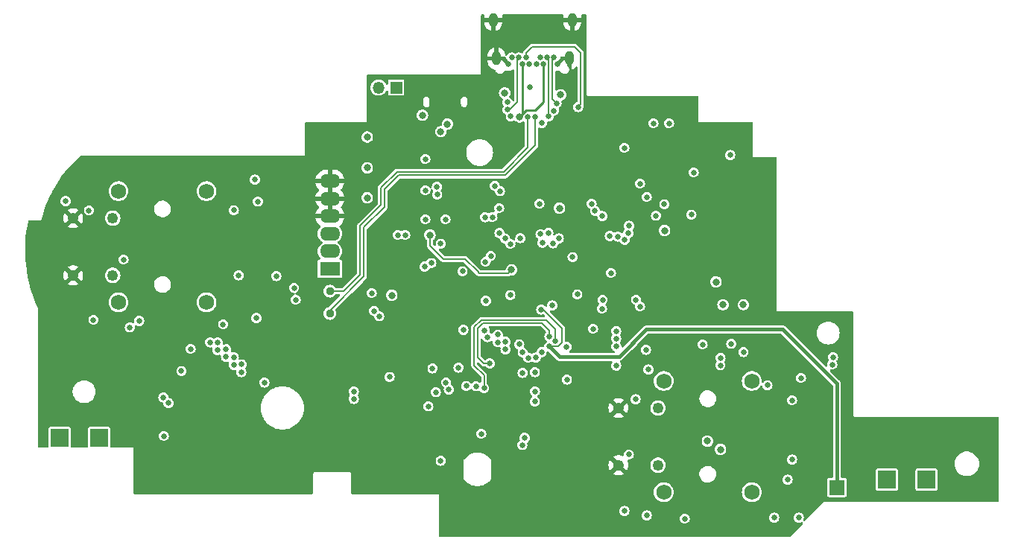
<source format=gbr>
G04 #@! TF.GenerationSoftware,KiCad,Pcbnew,7.0.2*
G04 #@! TF.CreationDate,2023-06-19T11:15:08-07:00*
G04 #@! TF.ProjectId,procon_gcc_main_pcb,70726f63-6f6e-45f6-9763-635f6d61696e,1*
G04 #@! TF.SameCoordinates,Original*
G04 #@! TF.FileFunction,Copper,L2,Inr*
G04 #@! TF.FilePolarity,Positive*
%FSLAX46Y46*%
G04 Gerber Fmt 4.6, Leading zero omitted, Abs format (unit mm)*
G04 Created by KiCad (PCBNEW 7.0.2) date 2023-06-19 11:15:08*
%MOMM*%
%LPD*%
G01*
G04 APERTURE LIST*
G04 #@! TA.AperFunction,ComponentPad*
%ADD10R,1.700000X1.700000*%
G04 #@! TD*
G04 #@! TA.AperFunction,ComponentPad*
%ADD11R,2.300000X1.600000*%
G04 #@! TD*
G04 #@! TA.AperFunction,ComponentPad*
%ADD12O,2.300000X1.600000*%
G04 #@! TD*
G04 #@! TA.AperFunction,ComponentPad*
%ADD13R,2.000000X2.000000*%
G04 #@! TD*
G04 #@! TA.AperFunction,ComponentPad*
%ADD14C,1.750000*%
G04 #@! TD*
G04 #@! TA.AperFunction,ComponentPad*
%ADD15C,1.250000*%
G04 #@! TD*
G04 #@! TA.AperFunction,ComponentPad*
%ADD16R,1.350000X1.350000*%
G04 #@! TD*
G04 #@! TA.AperFunction,ComponentPad*
%ADD17O,1.350000X1.350000*%
G04 #@! TD*
G04 #@! TA.AperFunction,ComponentPad*
%ADD18C,0.650000*%
G04 #@! TD*
G04 #@! TA.AperFunction,ComponentPad*
%ADD19O,1.000000X1.600000*%
G04 #@! TD*
G04 #@! TA.AperFunction,ViaPad*
%ADD20C,0.650000*%
G04 #@! TD*
G04 #@! TA.AperFunction,ViaPad*
%ADD21C,0.800000*%
G04 #@! TD*
G04 #@! TA.AperFunction,ViaPad*
%ADD22C,0.950000*%
G04 #@! TD*
G04 #@! TA.AperFunction,Conductor*
%ADD23C,0.250000*%
G04 #@! TD*
G04 #@! TA.AperFunction,Conductor*
%ADD24C,0.150000*%
G04 #@! TD*
G04 #@! TA.AperFunction,Conductor*
%ADD25C,0.200000*%
G04 #@! TD*
G04 #@! TA.AperFunction,Conductor*
%ADD26C,0.400000*%
G04 #@! TD*
G04 APERTURE END LIST*
D10*
X172983595Y-145804174D03*
D11*
X115400000Y-120950000D03*
D12*
X115400000Y-118950000D03*
X115400000Y-116950000D03*
X115400000Y-114950000D03*
X115400000Y-112950000D03*
X115400000Y-110950000D03*
D13*
X178675000Y-144906500D03*
X84675000Y-140125000D03*
D14*
X153320200Y-133697000D03*
X153320200Y-146347000D03*
X163320200Y-133697000D03*
X163320200Y-146347000D03*
D15*
X152670200Y-136772000D03*
X152670200Y-143272000D03*
X148170200Y-136772000D03*
X148170200Y-143272000D03*
D16*
X122920000Y-100330000D03*
D17*
X120920000Y-100330000D03*
D18*
X135660000Y-97625000D03*
X136060000Y-96925000D03*
X136860000Y-96925000D03*
X137260000Y-97625000D03*
X137660000Y-96925000D03*
X138060000Y-97625000D03*
X138860000Y-97625000D03*
X139260000Y-96925000D03*
X139660000Y-97625000D03*
X140060000Y-96925000D03*
X140860000Y-96925000D03*
X141260000Y-97625000D03*
D19*
X142950000Y-92635000D03*
X142590000Y-97025000D03*
X134330000Y-97025000D03*
X133970000Y-92635000D03*
D14*
X91377000Y-112107600D03*
X91377000Y-124757600D03*
X101377000Y-112107600D03*
X101377000Y-124757600D03*
D15*
X90727000Y-115182600D03*
X90727000Y-121682600D03*
X86227000Y-115182600D03*
X86227000Y-121682600D03*
D13*
X89175000Y-140125000D03*
X183175000Y-144906500D03*
D20*
X93726331Y-126862917D03*
X134620000Y-114046000D03*
X130562373Y-127876914D03*
X168667000Y-149234000D03*
X142970303Y-119602303D03*
X133110093Y-124574727D03*
X88535000Y-126744000D03*
X167905000Y-142630000D03*
X127054837Y-132259660D03*
X151395000Y-148980000D03*
X127985961Y-142771665D03*
X136906432Y-129527645D03*
X152146000Y-104394000D03*
D21*
X119634000Y-112870000D03*
D20*
X120142000Y-123698000D03*
X145288000Y-127762000D03*
D21*
X119634000Y-109456500D03*
D20*
X150125000Y-135772000D03*
D21*
X141478000Y-114046000D03*
X119634000Y-105967500D03*
X122428000Y-123952000D03*
D20*
X105020929Y-121684734D03*
X155702000Y-149352000D03*
X143500453Y-123854037D03*
X88027000Y-114298000D03*
X138675176Y-132700935D03*
X107208063Y-113292025D03*
X96520000Y-139954000D03*
X107037293Y-126541343D03*
X137028008Y-117460000D03*
X167894000Y-135890000D03*
X156718000Y-109982000D03*
X132588000Y-139700000D03*
X142748000Y-100838000D03*
X120904000Y-116586000D03*
X145804133Y-112938500D03*
X133096000Y-100076000D03*
X143221104Y-114944030D03*
D21*
X127107283Y-123666449D03*
D20*
X150114000Y-104140000D03*
X120142000Y-139446000D03*
X106417379Y-120315295D03*
X103267000Y-124712000D03*
X152908000Y-107950000D03*
X132295074Y-125071565D03*
X96251364Y-140759909D03*
X134620000Y-138938000D03*
X165873000Y-145170000D03*
D21*
X139700000Y-105918000D03*
D20*
X94658085Y-124431035D03*
X149481155Y-131664147D03*
X163068000Y-117348000D03*
X111760000Y-127508000D03*
X145825146Y-121260797D03*
X165365000Y-141868000D03*
X143510000Y-128270000D03*
X170942000Y-133350000D03*
X120142000Y-136652000D03*
X102600819Y-120120673D03*
X165558656Y-131908586D03*
X93841951Y-129753459D03*
X125476000Y-122682000D03*
X102616000Y-140462000D03*
D21*
X157480000Y-124714000D03*
D20*
X103395240Y-111997354D03*
X85578500Y-112054911D03*
D21*
X140462000Y-113538000D03*
D20*
X85578500Y-124712000D03*
X147585000Y-145932000D03*
X164857000Y-150758000D03*
X156718000Y-146558000D03*
X151788505Y-121225927D03*
X135988986Y-122489828D03*
X153924000Y-104394000D03*
X96486350Y-135568701D03*
X139192000Y-113538000D03*
X172466000Y-131826000D03*
D21*
X153416000Y-116586000D03*
X159258000Y-122428000D03*
D20*
X159766000Y-131064000D03*
X99568000Y-130048000D03*
X98532731Y-132568731D03*
X172548500Y-130980513D03*
X159750995Y-131913370D03*
X97059568Y-136218201D03*
D21*
X160046410Y-125022965D03*
D20*
X162376218Y-130414500D03*
D21*
X162368205Y-125022965D03*
X135250000Y-100950000D03*
X141600000Y-101150000D03*
D20*
X135889284Y-123917342D03*
X140655008Y-125103788D03*
D21*
X125910445Y-103485736D03*
X136951582Y-103667026D03*
D20*
X148844000Y-107188000D03*
X160871714Y-108012111D03*
X135560000Y-102010000D03*
X141150037Y-102109750D03*
D21*
X127988555Y-105343940D03*
D20*
X127552150Y-111614186D03*
X134112000Y-111506000D03*
X135580464Y-102859256D03*
X140859500Y-102955721D03*
X139490000Y-104340000D03*
X150169000Y-124460000D03*
D22*
X115399875Y-126024784D03*
D20*
X138725000Y-103700000D03*
X150622000Y-111252000D03*
X146370500Y-124460000D03*
X153388660Y-113593849D03*
X145127916Y-113538000D03*
X152443077Y-114896437D03*
X145521157Y-114366463D03*
X146355074Y-114943530D03*
X156457671Y-114790556D03*
X102638667Y-129310618D03*
X132954745Y-127933292D03*
X133288465Y-128714500D03*
X102597604Y-130199504D03*
X103612047Y-130088267D03*
X134468986Y-128424319D03*
X134455541Y-129285586D03*
X103587142Y-130960994D03*
X135349887Y-129239062D03*
X104475631Y-131002427D03*
X135343064Y-130093708D03*
X104464757Y-131861123D03*
X105359559Y-131816120D03*
X137299911Y-130464500D03*
X137922000Y-131064000D03*
X105322545Y-132700957D03*
X150622000Y-125222000D03*
X146304000Y-125476000D03*
X137875497Y-103700000D03*
X151384000Y-112776000D03*
X138110500Y-100325000D03*
D22*
X115393423Y-123482711D03*
D20*
X135952868Y-103627332D03*
X140240000Y-103600000D03*
X134712689Y-112106689D03*
X127585799Y-112489066D03*
X143600000Y-102550000D03*
X130460546Y-121226096D03*
X147320000Y-121412000D03*
X151584478Y-132387522D03*
X165106351Y-134191230D03*
X165873000Y-149234000D03*
X168910000Y-133350000D03*
X135890000Y-118110000D03*
X126238000Y-115316000D03*
X126238000Y-112014000D03*
X135289311Y-117485500D03*
X134671163Y-116886000D03*
X126238000Y-108458000D03*
X151308546Y-130152209D03*
X138773731Y-131031781D03*
X139438596Y-130432281D03*
X157734000Y-129540000D03*
X160988701Y-129462658D03*
X101789256Y-129298146D03*
X111506000Y-124460000D03*
X137515984Y-140168988D03*
D21*
X158289061Y-140543759D03*
D20*
X139405270Y-125570588D03*
X140316540Y-129785101D03*
X137247348Y-140974897D03*
D21*
X159766000Y-141478000D03*
D20*
X167397000Y-144916000D03*
X148855000Y-148472000D03*
X133858000Y-115062000D03*
X149384122Y-116050151D03*
X85375221Y-113236927D03*
X106869300Y-110801928D03*
X127987924Y-118081924D03*
X133008554Y-115071795D03*
X128524000Y-115316000D03*
X91948000Y-119888000D03*
X120396000Y-125730000D03*
X138684000Y-134874000D03*
X147919500Y-128016000D03*
X147198879Y-117213045D03*
X141404177Y-117497313D03*
X132000173Y-134288316D03*
X127432841Y-134967501D03*
X118110000Y-134882500D03*
X92662542Y-127596428D03*
X103267000Y-127252000D03*
X109315105Y-121762452D03*
X104473364Y-114290045D03*
X149352000Y-142063488D03*
X107962872Y-133883745D03*
D21*
X136030294Y-121057593D03*
X126766222Y-117099496D03*
X128751620Y-104486351D03*
D20*
X123102497Y-117094000D03*
X126167632Y-120689085D03*
X133072036Y-120142000D03*
X126910268Y-120276596D03*
X133671536Y-119468777D03*
X123952000Y-117094000D03*
X133548657Y-131702501D03*
X140340984Y-128624884D03*
X148873233Y-117647016D03*
X122174000Y-133233500D03*
X142305553Y-129811740D03*
X130005677Y-132178963D03*
X142311493Y-133531152D03*
X147919500Y-129744441D03*
X140205307Y-116837159D03*
X126573027Y-136571982D03*
X120996689Y-126330689D03*
X139525184Y-117975142D03*
X138671220Y-136025083D03*
X148109237Y-117275581D03*
X130887178Y-134256953D03*
X128906167Y-134655907D03*
X118110000Y-135732003D03*
X147919500Y-128865503D03*
X140747854Y-118036659D03*
X111320153Y-123112063D03*
X139325404Y-117003791D03*
X149293981Y-116894857D03*
X147919500Y-131948063D03*
X137283380Y-132782656D03*
X141035477Y-129161171D03*
X132908956Y-134502055D03*
X128588745Y-133855475D03*
D23*
X137260000Y-103358608D02*
X136951582Y-103667026D01*
X137260000Y-97825000D02*
X137260000Y-103358608D01*
X139660000Y-101965000D02*
X139660000Y-97825000D01*
X136951582Y-103667026D02*
X137668608Y-102950000D01*
X138675000Y-102950000D02*
X139660000Y-101965000D01*
X137668608Y-102950000D02*
X138675000Y-102950000D01*
D24*
X140660000Y-97125000D02*
X140660000Y-101619713D01*
X140660000Y-101619713D02*
X141150037Y-102109750D01*
X140860000Y-96925000D02*
X140660000Y-97125000D01*
X135820744Y-102859256D02*
X135580464Y-102859256D01*
X136860000Y-96925000D02*
X136660000Y-97125000D01*
X136660000Y-97125000D02*
X136660000Y-102020000D01*
X136660000Y-102020000D02*
X135820744Y-102859256D01*
D25*
X138725000Y-106895207D02*
X138725000Y-103700000D01*
X119261645Y-121793103D02*
X119261645Y-120834986D01*
X119251967Y-116228285D02*
X121603708Y-113876544D01*
X121603708Y-113876544D02*
X121603708Y-111919070D01*
X115399875Y-126024784D02*
X115399875Y-125654873D01*
X119251967Y-120825308D02*
X119251967Y-116228285D01*
X115399875Y-125654873D02*
X119261645Y-121793103D01*
X135304410Y-110315797D02*
X138725000Y-106895207D01*
X119261645Y-120834986D02*
X119251967Y-120825308D01*
X123206981Y-110315797D02*
X135304410Y-110315797D01*
X121603708Y-111919070D02*
X123206981Y-110315797D01*
X118843196Y-116048920D02*
X121194936Y-113697180D01*
X121194936Y-111715621D02*
X123002292Y-109908265D01*
X137875497Y-107163942D02*
X137875497Y-103700000D01*
X135131174Y-109908265D02*
X137875497Y-107163942D01*
X123002292Y-109908265D02*
X135131174Y-109908265D01*
X118843196Y-121622218D02*
X118843196Y-116048920D01*
X116982703Y-123482711D02*
X118843196Y-121622218D01*
X121194936Y-113697180D02*
X121194936Y-111715621D01*
X115393423Y-123482711D02*
X116982703Y-123482711D01*
D24*
X140260000Y-103580000D02*
X140240000Y-103600000D01*
X140060000Y-96925000D02*
X140260000Y-97125000D01*
X140260000Y-97125000D02*
X140260000Y-103580000D01*
X137660000Y-96390000D02*
X138350000Y-95700000D01*
X138350000Y-95700000D02*
X143200000Y-95700000D01*
X143900000Y-96400000D02*
X143900000Y-102250000D01*
X143200000Y-95700000D02*
X143900000Y-96400000D01*
X137660000Y-96925000D02*
X137660000Y-96390000D01*
X143900000Y-102250000D02*
X143600000Y-102550000D01*
D26*
X141489422Y-130957983D02*
X148234432Y-130957983D01*
X151355297Y-127837118D02*
X166839688Y-127837118D01*
X148234432Y-130957983D02*
X151355297Y-127837118D01*
X172983595Y-133981025D02*
X172983595Y-145804174D01*
D24*
X139405270Y-125570588D02*
X139639139Y-125570588D01*
X139639139Y-125570588D02*
X141771478Y-127702927D01*
D26*
X166839688Y-127837118D02*
X172983595Y-133981025D01*
D24*
X141771478Y-127702927D02*
X141771478Y-129319377D01*
X141305754Y-129785101D02*
X140316540Y-129785101D01*
D26*
X140316540Y-129785101D02*
X141489422Y-130957983D01*
D24*
X141771478Y-129319377D02*
X141305754Y-129785101D01*
D25*
X126766222Y-118319974D02*
X127838263Y-119392015D01*
X126766222Y-117099496D02*
X126766222Y-118319974D01*
X127838263Y-119392015D02*
X128300065Y-119853817D01*
X132380943Y-121460754D02*
X134432312Y-121460754D01*
X135627133Y-121460754D02*
X136030294Y-121057593D01*
X130774006Y-119853817D02*
X132159413Y-121239224D01*
X128300065Y-119853817D02*
X130394669Y-119853817D01*
X132159413Y-121239224D02*
X132380943Y-121460754D01*
X130394669Y-119853817D02*
X130774006Y-119853817D01*
X134432312Y-121460754D02*
X135627133Y-121460754D01*
D24*
X132201698Y-131014840D02*
X132201698Y-127723472D01*
X133548657Y-131702501D02*
X132889359Y-131702501D01*
X132889359Y-131702501D02*
X132201698Y-131014840D01*
X132800128Y-127125042D02*
X139465406Y-127125042D01*
X139465406Y-127125042D02*
X140340984Y-128000620D01*
X140340984Y-128000620D02*
X140340984Y-128624884D01*
X132201698Y-127723472D02*
X132800128Y-127125042D01*
X131788987Y-131953758D02*
X132908956Y-133073727D01*
X132593773Y-126743284D02*
X131788987Y-127548070D01*
X139970977Y-126743284D02*
X132593773Y-126743284D01*
X141035477Y-127807784D02*
X139970977Y-126743284D01*
X141035477Y-129161171D02*
X141035477Y-127807784D01*
X132908956Y-133073727D02*
X132908956Y-134502055D01*
X131788987Y-127548070D02*
X131788987Y-131953758D01*
G04 #@! TA.AperFunction,Conductor*
G36*
X135313039Y-96794685D02*
G01*
X135358794Y-96847489D01*
X135370000Y-96899000D01*
X135370000Y-96981447D01*
X135506990Y-97118437D01*
X135533870Y-97158664D01*
X135557301Y-97215232D01*
X135557302Y-97215233D01*
X135649549Y-97335451D01*
X135769767Y-97427698D01*
X135769768Y-97427698D01*
X135769769Y-97427699D01*
X135826332Y-97451128D01*
X135866561Y-97478007D01*
X135925872Y-97537317D01*
X135959357Y-97598640D01*
X135954373Y-97668332D01*
X135925872Y-97712680D01*
X135747681Y-97890872D01*
X135686358Y-97924357D01*
X135616667Y-97919373D01*
X135572319Y-97890872D01*
X135352096Y-97670649D01*
X135460000Y-97670649D01*
X135499613Y-97752905D01*
X135570992Y-97809827D01*
X135637468Y-97825000D01*
X135682532Y-97825000D01*
X135749008Y-97809827D01*
X135820387Y-97752905D01*
X135860000Y-97670649D01*
X135860000Y-97579351D01*
X135820387Y-97497095D01*
X135749008Y-97440173D01*
X135682532Y-97425000D01*
X135637468Y-97425000D01*
X135570992Y-97440173D01*
X135499613Y-97497095D01*
X135460000Y-97579351D01*
X135460000Y-97670649D01*
X135352096Y-97670649D01*
X134956447Y-97275000D01*
X134580000Y-97275000D01*
X134580000Y-96775000D01*
X135246000Y-96775000D01*
X135313039Y-96794685D01*
G37*
G04 #@! TD.AperFunction*
G04 #@! TA.AperFunction,Conductor*
G36*
X142340000Y-97275000D02*
G01*
X141963552Y-97275000D01*
X141347681Y-97890872D01*
X141286358Y-97924357D01*
X141216666Y-97919373D01*
X141172319Y-97890872D01*
X141021819Y-97740372D01*
X140988334Y-97679049D01*
X140987431Y-97670649D01*
X141060000Y-97670649D01*
X141099613Y-97752905D01*
X141170992Y-97809827D01*
X141237468Y-97825000D01*
X141282532Y-97825000D01*
X141349008Y-97809827D01*
X141420387Y-97752905D01*
X141460000Y-97670649D01*
X141460000Y-97579351D01*
X141420387Y-97497095D01*
X141349008Y-97440173D01*
X141282532Y-97425000D01*
X141237468Y-97425000D01*
X141170992Y-97440173D01*
X141099613Y-97497095D01*
X141060000Y-97579351D01*
X141060000Y-97670649D01*
X140987431Y-97670649D01*
X140985500Y-97652691D01*
X140985500Y-97597309D01*
X141005185Y-97530270D01*
X141021817Y-97509629D01*
X141053437Y-97478008D01*
X141093662Y-97451130D01*
X141150233Y-97427698D01*
X141270451Y-97335451D01*
X141362698Y-97215233D01*
X141386130Y-97158662D01*
X141413007Y-97118438D01*
X141550000Y-96981446D01*
X141550000Y-96899000D01*
X141569685Y-96831961D01*
X141622489Y-96786206D01*
X141674000Y-96775000D01*
X142340000Y-96775000D01*
X142340000Y-97275000D01*
G37*
G04 #@! TD.AperFunction*
G04 #@! TA.AperFunction,Conductor*
G36*
X115649999Y-114458316D02*
G01*
X115621181Y-114440791D01*
X115475596Y-114400000D01*
X115362378Y-114400000D01*
X115250217Y-114415416D01*
X115150000Y-114458946D01*
X115150000Y-113441683D01*
X115178819Y-113459209D01*
X115324404Y-113500000D01*
X115437622Y-113500000D01*
X115549783Y-113484584D01*
X115650000Y-113441053D01*
X115649999Y-114458316D01*
G37*
G04 #@! TD.AperFunction*
G04 #@! TA.AperFunction,Conductor*
G36*
X115649999Y-112458316D02*
G01*
X115621181Y-112440791D01*
X115475596Y-112400000D01*
X115362378Y-112400000D01*
X115250217Y-112415416D01*
X115150000Y-112458946D01*
X115150000Y-111441683D01*
X115178819Y-111459209D01*
X115324404Y-111500000D01*
X115437622Y-111500000D01*
X115549783Y-111484584D01*
X115650000Y-111441053D01*
X115649999Y-112458316D01*
G37*
G04 #@! TD.AperFunction*
G04 #@! TA.AperFunction,Conductor*
G36*
X132929858Y-92034543D02*
G01*
X132975613Y-92087347D01*
X132985557Y-92156505D01*
X132984281Y-92163819D01*
X132969999Y-92233310D01*
X132970000Y-92384999D01*
X132970000Y-92385000D01*
X133720000Y-92385000D01*
X133720000Y-92885000D01*
X132970000Y-92885000D01*
X132970000Y-92982570D01*
X132970317Y-92988835D01*
X132985419Y-93137339D01*
X133046303Y-93331389D01*
X133145003Y-93509214D01*
X133277479Y-93663531D01*
X133438307Y-93788021D01*
X133620902Y-93877587D01*
X133720000Y-93903244D01*
X133720000Y-92959624D01*
X133734505Y-93032545D01*
X133789760Y-93115240D01*
X133872455Y-93170495D01*
X133970000Y-93189898D01*
X134067545Y-93170495D01*
X134150240Y-93115240D01*
X134205495Y-93032545D01*
X134220000Y-92959624D01*
X134220000Y-93908366D01*
X134221947Y-93908068D01*
X134412663Y-93837436D01*
X134585263Y-93729854D01*
X134732669Y-93589733D01*
X134848855Y-93422805D01*
X134929059Y-93235907D01*
X134970000Y-93036688D01*
X134970000Y-92885000D01*
X134220000Y-92885000D01*
X134220000Y-92385000D01*
X134970000Y-92385000D01*
X134970000Y-92287429D01*
X134969682Y-92281166D01*
X134956486Y-92151404D01*
X134969287Y-92082717D01*
X135017191Y-92031854D01*
X135079850Y-92014858D01*
X141842819Y-92014858D01*
X141909858Y-92034543D01*
X141955613Y-92087347D01*
X141965557Y-92156505D01*
X141964281Y-92163819D01*
X141950000Y-92233310D01*
X141950000Y-92385000D01*
X142700000Y-92385000D01*
X142700000Y-92885000D01*
X141950000Y-92885000D01*
X141950000Y-92982570D01*
X141950317Y-92988835D01*
X141965419Y-93137339D01*
X142026303Y-93331389D01*
X142125003Y-93509214D01*
X142257479Y-93663531D01*
X142418307Y-93788021D01*
X142600902Y-93877587D01*
X142700000Y-93903244D01*
X142700000Y-92959624D01*
X142714505Y-93032545D01*
X142769760Y-93115240D01*
X142852455Y-93170495D01*
X142950000Y-93189898D01*
X143047545Y-93170495D01*
X143130240Y-93115240D01*
X143185495Y-93032545D01*
X143200000Y-92959624D01*
X143200000Y-93908366D01*
X143201947Y-93908068D01*
X143392663Y-93837436D01*
X143565263Y-93729854D01*
X143712669Y-93589733D01*
X143828855Y-93422805D01*
X143909059Y-93235907D01*
X143950000Y-93036688D01*
X143950000Y-92885000D01*
X143200000Y-92885000D01*
X143200000Y-92385000D01*
X143950000Y-92385000D01*
X143950000Y-92287429D01*
X143949682Y-92281166D01*
X143936486Y-92151404D01*
X143949287Y-92082717D01*
X143997191Y-92031854D01*
X144059850Y-92014858D01*
X144431725Y-92014858D01*
X144498764Y-92034543D01*
X144544519Y-92087347D01*
X144555725Y-92138858D01*
X144555725Y-101078220D01*
X144551500Y-101110311D01*
X144550416Y-101114356D01*
X144550416Y-101114357D01*
X144550416Y-101114358D01*
X144555725Y-101134171D01*
X144555725Y-101134172D01*
X144571290Y-101192262D01*
X144628320Y-101249293D01*
X144706225Y-101270167D01*
X144710271Y-101269082D01*
X144742363Y-101264858D01*
X157131725Y-101264858D01*
X157198764Y-101284543D01*
X157244519Y-101337347D01*
X157255725Y-101388858D01*
X157255725Y-104078220D01*
X157251500Y-104110311D01*
X157250416Y-104114356D01*
X157250416Y-104114357D01*
X157255725Y-104134171D01*
X157270620Y-104189764D01*
X157271290Y-104192262D01*
X157328320Y-104249293D01*
X157406225Y-104270167D01*
X157410271Y-104269082D01*
X157442363Y-104264858D01*
X163331725Y-104264858D01*
X163398764Y-104284543D01*
X163444519Y-104337347D01*
X163455725Y-104388858D01*
X163455725Y-108078220D01*
X163451500Y-108110311D01*
X163450416Y-108114356D01*
X163450416Y-108114357D01*
X163450416Y-108114358D01*
X163455725Y-108134171D01*
X163455725Y-108134172D01*
X163471290Y-108192262D01*
X163528320Y-108249293D01*
X163606225Y-108270167D01*
X163610271Y-108269082D01*
X163642363Y-108264858D01*
X166031725Y-108264858D01*
X166098764Y-108284543D01*
X166144519Y-108337347D01*
X166155725Y-108388858D01*
X166155725Y-125578220D01*
X166151500Y-125610311D01*
X166150416Y-125614356D01*
X166150416Y-125614357D01*
X166155725Y-125634171D01*
X166170311Y-125688611D01*
X166171290Y-125692262D01*
X166228320Y-125749293D01*
X166306225Y-125770167D01*
X166310271Y-125769082D01*
X166342363Y-125764858D01*
X174731725Y-125764858D01*
X174798764Y-125784543D01*
X174844519Y-125837347D01*
X174855725Y-125888858D01*
X174855725Y-137578219D01*
X174851500Y-137610310D01*
X174850416Y-137614355D01*
X174850416Y-137614356D01*
X174850416Y-137614357D01*
X174855725Y-137634170D01*
X174855725Y-137634171D01*
X174861421Y-137655431D01*
X174868647Y-137682399D01*
X174871290Y-137692261D01*
X174928320Y-137749292D01*
X175006225Y-137770166D01*
X175010271Y-137769081D01*
X175042363Y-137764857D01*
X191281725Y-137764857D01*
X191348764Y-137784542D01*
X191394519Y-137837346D01*
X191405725Y-137888857D01*
X191405725Y-147339857D01*
X191386040Y-147406896D01*
X191333236Y-147452651D01*
X191281725Y-147463857D01*
X171612134Y-147463857D01*
X171606915Y-147463203D01*
X171555307Y-147463857D01*
X171523216Y-147463857D01*
X171519971Y-147464304D01*
X171513996Y-147464379D01*
X171513993Y-147464380D01*
X171511910Y-147465619D01*
X171480663Y-147478794D01*
X171478324Y-147479420D01*
X171478320Y-147479423D01*
X171474089Y-147483654D01*
X171471506Y-147485663D01*
X171462299Y-147495105D01*
X171462299Y-147495106D01*
X171449137Y-147508605D01*
X171430889Y-147526852D01*
X171412639Y-147545102D01*
X171409460Y-147549298D01*
X169387675Y-149622924D01*
X169326781Y-149657183D01*
X169257031Y-149653081D01*
X169200572Y-149611921D01*
X169175329Y-149546771D01*
X169184329Y-149488909D01*
X169227687Y-149384236D01*
X169247466Y-149234000D01*
X169227687Y-149083764D01*
X169169698Y-148943767D01*
X169077451Y-148823549D01*
X168957233Y-148731302D01*
X168957231Y-148731301D01*
X168817235Y-148673312D01*
X168666999Y-148653533D01*
X168516764Y-148673312D01*
X168376768Y-148731301D01*
X168256549Y-148823549D01*
X168164301Y-148943768D01*
X168106312Y-149083764D01*
X168086533Y-149234000D01*
X168106312Y-149384235D01*
X168149669Y-149488907D01*
X168164302Y-149524233D01*
X168256549Y-149644451D01*
X168376767Y-149736698D01*
X168516763Y-149794687D01*
X168516764Y-149794687D01*
X168666999Y-149814466D01*
X168666999Y-149814465D01*
X168667000Y-149814466D01*
X168817236Y-149794687D01*
X168935727Y-149745605D01*
X169005196Y-149738137D01*
X169067676Y-149769412D01*
X169103328Y-149829501D01*
X169100834Y-149899326D01*
X169071964Y-149946731D01*
X167629267Y-151426421D01*
X167568373Y-151460680D01*
X167540483Y-151463857D01*
X127930726Y-151463857D01*
X127863687Y-151444172D01*
X127817932Y-151391368D01*
X127806726Y-151339857D01*
X127806726Y-148472000D01*
X148274533Y-148472000D01*
X148294312Y-148622235D01*
X148339489Y-148731301D01*
X148352302Y-148762233D01*
X148444549Y-148882451D01*
X148564767Y-148974698D01*
X148704764Y-149032687D01*
X148855000Y-149052466D01*
X149005236Y-149032687D01*
X149132433Y-148980000D01*
X150814533Y-148980000D01*
X150834312Y-149130235D01*
X150892301Y-149270231D01*
X150892302Y-149270233D01*
X150984549Y-149390451D01*
X151104767Y-149482698D01*
X151151936Y-149502236D01*
X151244764Y-149540687D01*
X151394999Y-149560466D01*
X151394999Y-149560465D01*
X151395000Y-149560466D01*
X151545236Y-149540687D01*
X151685233Y-149482698D01*
X151805451Y-149390451D01*
X151834956Y-149352000D01*
X155121533Y-149352000D01*
X155141312Y-149502235D01*
X155186746Y-149611921D01*
X155199302Y-149642233D01*
X155291549Y-149762451D01*
X155411767Y-149854698D01*
X155519508Y-149899326D01*
X155551764Y-149912687D01*
X155701999Y-149932466D01*
X155701999Y-149932465D01*
X155702000Y-149932466D01*
X155852236Y-149912687D01*
X155992233Y-149854698D01*
X156112451Y-149762451D01*
X156204698Y-149642233D01*
X156262687Y-149502236D01*
X156282466Y-149352000D01*
X156266931Y-149234000D01*
X165292533Y-149234000D01*
X165312312Y-149384235D01*
X165355669Y-149488907D01*
X165370302Y-149524233D01*
X165462549Y-149644451D01*
X165582767Y-149736698D01*
X165722764Y-149794687D01*
X165873000Y-149814466D01*
X166023236Y-149794687D01*
X166163233Y-149736698D01*
X166283451Y-149644451D01*
X166375698Y-149524233D01*
X166433687Y-149384236D01*
X166453466Y-149234000D01*
X166433687Y-149083764D01*
X166375698Y-148943767D01*
X166283451Y-148823549D01*
X166163233Y-148731302D01*
X166163231Y-148731301D01*
X166023235Y-148673312D01*
X165873000Y-148653533D01*
X165722764Y-148673312D01*
X165582768Y-148731301D01*
X165462549Y-148823549D01*
X165370301Y-148943768D01*
X165312312Y-149083764D01*
X165292533Y-149234000D01*
X156266931Y-149234000D01*
X156262687Y-149201764D01*
X156204698Y-149061767D01*
X156112451Y-148941549D01*
X155992233Y-148849302D01*
X155992231Y-148849301D01*
X155852235Y-148791312D01*
X155701999Y-148771533D01*
X155551764Y-148791312D01*
X155411768Y-148849301D01*
X155291549Y-148941549D01*
X155199301Y-149061768D01*
X155141312Y-149201764D01*
X155121533Y-149352000D01*
X151834956Y-149352000D01*
X151897698Y-149270233D01*
X151955687Y-149130236D01*
X151975466Y-148980000D01*
X151955687Y-148829764D01*
X151897698Y-148689767D01*
X151805451Y-148569549D01*
X151685233Y-148477302D01*
X151672433Y-148472000D01*
X151545235Y-148419312D01*
X151395000Y-148399533D01*
X151244764Y-148419312D01*
X151104768Y-148477301D01*
X150984549Y-148569549D01*
X150892301Y-148689768D01*
X150834312Y-148829764D01*
X150814533Y-148980000D01*
X149132433Y-148980000D01*
X149145233Y-148974698D01*
X149265451Y-148882451D01*
X149357698Y-148762233D01*
X149415687Y-148622236D01*
X149435466Y-148472000D01*
X149415687Y-148321764D01*
X149357698Y-148181767D01*
X149265451Y-148061549D01*
X149145233Y-147969302D01*
X149145231Y-147969301D01*
X149005235Y-147911312D01*
X148855000Y-147891533D01*
X148704764Y-147911312D01*
X148564768Y-147969301D01*
X148444549Y-148061549D01*
X148352301Y-148181768D01*
X148294312Y-148321764D01*
X148274533Y-148472000D01*
X127806726Y-148472000D01*
X127806726Y-146750495D01*
X127810951Y-146718402D01*
X127812035Y-146714356D01*
X127791161Y-146636453D01*
X127791160Y-146636452D01*
X127734131Y-146579422D01*
X127734129Y-146579421D01*
X127656227Y-146558548D01*
X127656226Y-146558548D01*
X127652179Y-146559632D01*
X127620088Y-146563857D01*
X117930726Y-146563857D01*
X117863687Y-146544172D01*
X117817932Y-146491368D01*
X117806726Y-146439857D01*
X117806726Y-146347000D01*
X152189878Y-146347000D01*
X152209123Y-146554698D01*
X152266205Y-146755319D01*
X152359178Y-146942035D01*
X152484882Y-147108494D01*
X152639026Y-147249014D01*
X152639028Y-147249015D01*
X152639029Y-147249016D01*
X152816372Y-147358823D01*
X153010873Y-147434173D01*
X153215907Y-147472500D01*
X153215909Y-147472500D01*
X153424491Y-147472500D01*
X153424493Y-147472500D01*
X153629527Y-147434173D01*
X153824028Y-147358823D01*
X154001371Y-147249016D01*
X154155518Y-147108493D01*
X154281219Y-146942038D01*
X154281219Y-146942036D01*
X154281221Y-146942035D01*
X154374194Y-146755319D01*
X154431276Y-146554698D01*
X154441917Y-146439857D01*
X154450522Y-146347000D01*
X154450522Y-146346999D01*
X162189878Y-146346999D01*
X162209123Y-146554698D01*
X162266205Y-146755319D01*
X162359178Y-146942035D01*
X162484882Y-147108494D01*
X162639026Y-147249014D01*
X162639028Y-147249015D01*
X162639029Y-147249016D01*
X162816372Y-147358823D01*
X163010873Y-147434173D01*
X163215907Y-147472500D01*
X163215909Y-147472500D01*
X163424491Y-147472500D01*
X163424493Y-147472500D01*
X163629527Y-147434173D01*
X163824028Y-147358823D01*
X164001371Y-147249016D01*
X164155518Y-147108493D01*
X164281219Y-146942038D01*
X164281219Y-146942036D01*
X164281221Y-146942035D01*
X164374194Y-146755319D01*
X164431276Y-146554698D01*
X164441917Y-146439857D01*
X164450522Y-146347000D01*
X164431276Y-146139304D01*
X164431276Y-146139301D01*
X164374194Y-145938680D01*
X164281221Y-145751964D01*
X164155517Y-145585505D01*
X164001373Y-145444985D01*
X163824027Y-145335176D01*
X163629528Y-145259827D01*
X163561182Y-145247051D01*
X163424493Y-145221500D01*
X163215907Y-145221500D01*
X163113389Y-145240663D01*
X163010871Y-145259827D01*
X162816372Y-145335176D01*
X162639026Y-145444985D01*
X162484882Y-145585505D01*
X162359178Y-145751964D01*
X162266205Y-145938680D01*
X162209123Y-146139301D01*
X162189878Y-146346999D01*
X154450522Y-146346999D01*
X154431276Y-146139304D01*
X154431276Y-146139301D01*
X154374194Y-145938680D01*
X154281221Y-145751964D01*
X154155517Y-145585505D01*
X154001373Y-145444985D01*
X153824027Y-145335176D01*
X153629528Y-145259827D01*
X153561182Y-145247051D01*
X153424493Y-145221500D01*
X153215907Y-145221500D01*
X153113390Y-145240663D01*
X153010871Y-145259827D01*
X152816372Y-145335176D01*
X152639026Y-145444985D01*
X152484882Y-145585505D01*
X152359178Y-145751964D01*
X152266205Y-145938680D01*
X152209123Y-146139301D01*
X152189878Y-146347000D01*
X117806726Y-146347000D01*
X117806726Y-144795135D01*
X130601868Y-144795135D01*
X130603385Y-144802829D01*
X130604654Y-144815818D01*
X130608475Y-144830080D01*
X130610354Y-144838170D01*
X130616582Y-144869748D01*
X130621289Y-144877901D01*
X130621290Y-144877902D01*
X130621291Y-144877904D01*
X130635955Y-144892568D01*
X130647514Y-144905904D01*
X130711406Y-144991202D01*
X130888007Y-145171165D01*
X130891236Y-145173683D01*
X130891238Y-145173685D01*
X131069896Y-145313017D01*
X131086831Y-145326224D01*
X131304394Y-145453664D01*
X131536883Y-145551250D01*
X131780226Y-145617274D01*
X132030156Y-145650577D01*
X132034258Y-145650577D01*
X132278194Y-145650577D01*
X132282296Y-145650577D01*
X132532226Y-145617274D01*
X132775569Y-145551250D01*
X133008058Y-145453664D01*
X133225621Y-145326224D01*
X133424445Y-145171165D01*
X133601046Y-144991202D01*
X133664936Y-144905906D01*
X133676495Y-144892568D01*
X133691161Y-144877904D01*
X133691161Y-144877900D01*
X133695868Y-144869749D01*
X133697233Y-144862821D01*
X133697236Y-144862819D01*
X133702106Y-144838117D01*
X133703970Y-144830097D01*
X133706726Y-144819814D01*
X133706726Y-144819807D01*
X133707800Y-144815799D01*
X133709069Y-144802814D01*
X133710583Y-144795136D01*
X133706726Y-144764937D01*
X133706726Y-143271999D01*
X147040380Y-143271999D01*
X147059617Y-143479605D01*
X147116672Y-143680136D01*
X147209606Y-143866771D01*
X147214885Y-143873760D01*
X147725750Y-143362896D01*
X147726527Y-143373265D01*
X147776087Y-143499541D01*
X147860665Y-143605599D01*
X147972747Y-143682016D01*
X148080499Y-143715252D01*
X147571351Y-144224399D01*
X147666595Y-144283372D01*
X147861010Y-144358689D01*
X148065955Y-144397000D01*
X148274445Y-144397000D01*
X148416789Y-144370391D01*
X157366023Y-144370391D01*
X157395296Y-144561474D01*
X157462435Y-144742752D01*
X157564688Y-144906803D01*
X157564689Y-144906804D01*
X157564691Y-144906807D01*
X157647714Y-144994147D01*
X157697878Y-145046920D01*
X157777209Y-145102135D01*
X157856542Y-145157353D01*
X158034188Y-145233587D01*
X158223544Y-145272500D01*
X158223545Y-145272500D01*
X158365264Y-145272500D01*
X158368406Y-145272500D01*
X158512521Y-145257845D01*
X158696968Y-145199974D01*
X158865991Y-145106159D01*
X159012668Y-144980240D01*
X159062394Y-144915999D01*
X166816533Y-144915999D01*
X166836312Y-145066235D01*
X166874055Y-145157353D01*
X166894302Y-145206233D01*
X166986549Y-145326451D01*
X167106767Y-145418698D01*
X167246764Y-145476687D01*
X167397000Y-145496466D01*
X167547236Y-145476687D01*
X167687233Y-145418698D01*
X167807451Y-145326451D01*
X167899698Y-145206233D01*
X167957687Y-145066236D01*
X167977466Y-144916000D01*
X167967219Y-144838170D01*
X167957687Y-144765764D01*
X167948155Y-144742752D01*
X167899698Y-144625767D01*
X167807451Y-144505549D01*
X167687233Y-144413302D01*
X167647725Y-144396937D01*
X167547235Y-144355312D01*
X167397000Y-144335533D01*
X167246764Y-144355312D01*
X167106768Y-144413301D01*
X166986549Y-144505549D01*
X166894301Y-144625768D01*
X166836312Y-144765764D01*
X166816533Y-144915999D01*
X159062394Y-144915999D01*
X159091884Y-144877901D01*
X159130995Y-144827375D01*
X159143043Y-144802814D01*
X159216130Y-144653816D01*
X159264585Y-144466674D01*
X159274376Y-144273610D01*
X159270834Y-144250491D01*
X159245103Y-144082525D01*
X159177964Y-143901247D01*
X159075711Y-143737196D01*
X159075710Y-143737195D01*
X159075709Y-143737193D01*
X158942523Y-143597081D01*
X158942522Y-143597080D01*
X158942521Y-143597079D01*
X158783858Y-143486647D01*
X158606211Y-143410412D01*
X158455767Y-143379496D01*
X158416856Y-143371500D01*
X158271994Y-143371500D01*
X158268883Y-143371816D01*
X158268870Y-143371817D01*
X158127876Y-143386155D01*
X157943432Y-143444026D01*
X157774411Y-143537839D01*
X157774408Y-143537841D01*
X157774409Y-143537841D01*
X157636772Y-143656000D01*
X157627729Y-143663763D01*
X157509404Y-143816624D01*
X157424270Y-143990183D01*
X157375815Y-144177327D01*
X157366023Y-144370391D01*
X148416789Y-144370391D01*
X148479389Y-144358689D01*
X148673806Y-144283372D01*
X148769046Y-144224400D01*
X148769046Y-144224399D01*
X148258432Y-143713784D01*
X148304338Y-143706865D01*
X148426557Y-143648007D01*
X148525998Y-143555740D01*
X148593825Y-143438260D01*
X148611699Y-143359946D01*
X149125513Y-143873760D01*
X149125514Y-143873760D01*
X149130791Y-143866775D01*
X149223727Y-143680136D01*
X149280782Y-143479605D01*
X149300019Y-143272000D01*
X151789878Y-143272000D01*
X151809115Y-143455030D01*
X151865985Y-143630059D01*
X151958004Y-143789440D01*
X152081150Y-143926208D01*
X152230037Y-144034380D01*
X152398168Y-144109237D01*
X152578180Y-144147500D01*
X152578181Y-144147500D01*
X152762220Y-144147500D01*
X152942231Y-144109237D01*
X152942232Y-144109236D01*
X152942234Y-144109236D01*
X153110361Y-144034381D01*
X153259250Y-143926207D01*
X153382395Y-143789440D01*
X153474414Y-143630059D01*
X153531285Y-143455029D01*
X153550522Y-143272000D01*
X153531285Y-143088971D01*
X153482362Y-142938401D01*
X153474414Y-142913940D01*
X153382395Y-142754559D01*
X153270242Y-142630000D01*
X167324533Y-142630000D01*
X167344312Y-142780235D01*
X167378953Y-142863864D01*
X167402302Y-142920233D01*
X167494549Y-143040451D01*
X167614767Y-143132698D01*
X167734072Y-143182116D01*
X167754764Y-143190687D01*
X167904999Y-143210466D01*
X167904999Y-143210465D01*
X167905000Y-143210466D01*
X168055236Y-143190687D01*
X168195233Y-143132698D01*
X168315451Y-143040451D01*
X168407698Y-142920233D01*
X168465687Y-142780236D01*
X168485466Y-142630000D01*
X168465687Y-142479764D01*
X168407698Y-142339767D01*
X168315451Y-142219549D01*
X168195233Y-142127302D01*
X168191530Y-142125768D01*
X168055235Y-142069312D01*
X167904999Y-142049533D01*
X167754764Y-142069312D01*
X167614768Y-142127301D01*
X167494549Y-142219549D01*
X167402301Y-142339768D01*
X167344312Y-142479764D01*
X167324533Y-142630000D01*
X153270242Y-142630000D01*
X153259249Y-142617791D01*
X153110362Y-142509619D01*
X152942231Y-142434762D01*
X152762220Y-142396500D01*
X152762219Y-142396500D01*
X152578181Y-142396500D01*
X152578180Y-142396500D01*
X152398168Y-142434762D01*
X152230037Y-142509619D01*
X152081150Y-142617791D01*
X151958004Y-142754559D01*
X151865985Y-142913940D01*
X151809115Y-143088969D01*
X151789878Y-143272000D01*
X149300019Y-143272000D01*
X149280782Y-143064394D01*
X149223727Y-142863864D01*
X149201430Y-142819086D01*
X149189169Y-142750301D01*
X149216042Y-142685806D01*
X149273517Y-142646078D01*
X149328614Y-142640875D01*
X149352000Y-142643954D01*
X149502236Y-142624175D01*
X149642233Y-142566186D01*
X149762451Y-142473939D01*
X149854698Y-142353721D01*
X149912687Y-142213724D01*
X149932466Y-142063488D01*
X149912687Y-141913252D01*
X149854698Y-141773255D01*
X149762451Y-141653037D01*
X149642233Y-141560790D01*
X149642231Y-141560789D01*
X149502235Y-141502800D01*
X149352000Y-141483021D01*
X149201764Y-141502800D01*
X149061768Y-141560789D01*
X148941549Y-141653037D01*
X148849301Y-141773256D01*
X148791312Y-141913252D01*
X148771533Y-142063488D01*
X148776834Y-142103749D01*
X148766068Y-142172785D01*
X148719688Y-142225040D01*
X148652419Y-142243925D01*
X148609101Y-142235561D01*
X148479389Y-142185310D01*
X148274445Y-142147000D01*
X148065955Y-142147000D01*
X147861005Y-142185311D01*
X147666597Y-142260625D01*
X147571352Y-142319598D01*
X147571351Y-142319599D01*
X148081968Y-142830215D01*
X148036062Y-142837135D01*
X147913843Y-142895993D01*
X147814402Y-142988260D01*
X147746575Y-143105740D01*
X147728700Y-143184052D01*
X147214885Y-142670237D01*
X147214884Y-142670237D01*
X147209608Y-142677223D01*
X147116672Y-142863863D01*
X147059617Y-143064394D01*
X147040380Y-143271999D01*
X133706726Y-143271999D01*
X133706726Y-142735063D01*
X133710583Y-142704864D01*
X133709069Y-142697184D01*
X133707800Y-142684196D01*
X133703980Y-142669939D01*
X133702097Y-142661833D01*
X133697236Y-142637181D01*
X133697234Y-142637179D01*
X133695869Y-142630254D01*
X133691162Y-142622100D01*
X133691161Y-142622096D01*
X133676498Y-142607433D01*
X133664936Y-142594094D01*
X133603520Y-142512101D01*
X133603517Y-142512097D01*
X133601046Y-142508798D01*
X133424445Y-142328835D01*
X133421216Y-142326317D01*
X133421213Y-142326314D01*
X133228859Y-142176301D01*
X133228856Y-142176299D01*
X133225621Y-142173776D01*
X133222077Y-142171700D01*
X133222074Y-142171698D01*
X133018535Y-142052473D01*
X133008058Y-142046336D01*
X132775569Y-141948750D01*
X132719477Y-141933531D01*
X132536193Y-141883802D01*
X132536188Y-141883801D01*
X132532226Y-141882726D01*
X132528165Y-141882184D01*
X132528156Y-141882183D01*
X132286359Y-141849964D01*
X132286353Y-141849963D01*
X132282296Y-141849423D01*
X132030156Y-141849423D01*
X132026099Y-141849963D01*
X132026092Y-141849964D01*
X131784295Y-141882183D01*
X131784283Y-141882185D01*
X131780226Y-141882726D01*
X131776266Y-141883800D01*
X131776258Y-141883802D01*
X131540851Y-141947673D01*
X131540845Y-141947674D01*
X131536883Y-141948750D01*
X131533095Y-141950339D01*
X131533092Y-141950341D01*
X131308181Y-142044746D01*
X131308175Y-142044748D01*
X131304394Y-142046336D01*
X131300855Y-142048408D01*
X131300849Y-142048412D01*
X131090377Y-142171698D01*
X131090367Y-142171704D01*
X131086831Y-142173776D01*
X131083602Y-142176294D01*
X131083592Y-142176301D01*
X130891238Y-142326314D01*
X130891227Y-142326323D01*
X130888007Y-142328835D01*
X130885141Y-142331755D01*
X130885136Y-142331760D01*
X130714298Y-142505850D01*
X130714291Y-142505857D01*
X130711406Y-142508798D01*
X130708935Y-142512097D01*
X130647513Y-142594096D01*
X130635953Y-142607433D01*
X130621291Y-142622095D01*
X130616582Y-142630252D01*
X130610352Y-142661840D01*
X130608474Y-142669927D01*
X130604654Y-142684185D01*
X130603386Y-142697169D01*
X130601868Y-142704866D01*
X130605726Y-142735063D01*
X130605726Y-144764937D01*
X130601868Y-144795135D01*
X117806726Y-144795135D01*
X117806726Y-144250495D01*
X117810951Y-144218402D01*
X117812035Y-144214356D01*
X117799487Y-144167527D01*
X117791161Y-144136453D01*
X117791160Y-144136452D01*
X117791161Y-144136452D01*
X117763945Y-144109237D01*
X117734132Y-144079423D01*
X117734131Y-144079422D01*
X117734128Y-144079421D01*
X117656227Y-144058548D01*
X117656226Y-144058548D01*
X117652179Y-144059632D01*
X117620088Y-144063857D01*
X113692364Y-144063857D01*
X113660272Y-144059632D01*
X113656226Y-144058548D01*
X113656225Y-144058548D01*
X113636411Y-144063857D01*
X113578323Y-144079421D01*
X113521290Y-144136453D01*
X113500417Y-144214355D01*
X113500417Y-144214356D01*
X113500417Y-144214357D01*
X113501501Y-144218402D01*
X113505725Y-144250491D01*
X113505725Y-145345433D01*
X113505726Y-146439857D01*
X113486041Y-146506896D01*
X113433238Y-146552651D01*
X113381726Y-146563857D01*
X93230726Y-146563857D01*
X93163687Y-146544172D01*
X93117932Y-146491368D01*
X93106726Y-146439857D01*
X93106726Y-142771664D01*
X127405494Y-142771664D01*
X127425273Y-142921900D01*
X127452761Y-142988260D01*
X127483263Y-143061898D01*
X127575510Y-143182116D01*
X127695728Y-143274363D01*
X127786671Y-143312033D01*
X127835725Y-143332352D01*
X127985960Y-143352131D01*
X127985960Y-143352130D01*
X127985961Y-143352131D01*
X128136197Y-143332352D01*
X128276194Y-143274363D01*
X128396412Y-143182116D01*
X128488659Y-143061898D01*
X128546648Y-142921901D01*
X128566427Y-142771665D01*
X128557632Y-142704864D01*
X128546648Y-142621429D01*
X128523765Y-142566186D01*
X128488659Y-142481432D01*
X128396412Y-142361214D01*
X128276194Y-142268967D01*
X128256055Y-142260625D01*
X128136196Y-142210977D01*
X127985961Y-142191198D01*
X127835725Y-142210977D01*
X127695729Y-142268966D01*
X127575510Y-142361214D01*
X127483262Y-142481433D01*
X127425273Y-142621429D01*
X127405494Y-142771664D01*
X93106726Y-142771664D01*
X93106726Y-141450495D01*
X93110951Y-141418402D01*
X93112035Y-141414356D01*
X93091161Y-141336453D01*
X93075890Y-141321182D01*
X93034131Y-141279422D01*
X93034128Y-141279421D01*
X92956227Y-141258548D01*
X92956226Y-141258548D01*
X92952179Y-141259632D01*
X92920088Y-141263857D01*
X90549500Y-141263857D01*
X90482461Y-141244172D01*
X90436706Y-141191368D01*
X90425500Y-141139857D01*
X90425500Y-140974896D01*
X136666881Y-140974896D01*
X136686660Y-141125132D01*
X136744123Y-141263857D01*
X136744650Y-141265130D01*
X136836897Y-141385348D01*
X136957115Y-141477595D01*
X137097112Y-141535584D01*
X137247348Y-141555363D01*
X137397584Y-141535584D01*
X137536606Y-141477999D01*
X159110721Y-141477999D01*
X159129763Y-141634818D01*
X159185780Y-141782523D01*
X159275515Y-141912528D01*
X159275516Y-141912529D01*
X159275517Y-141912530D01*
X159393760Y-142017283D01*
X159533635Y-142090696D01*
X159687015Y-142128500D01*
X159844985Y-142128500D01*
X159998365Y-142090696D01*
X160138240Y-142017283D01*
X160256483Y-141912530D01*
X160346220Y-141782523D01*
X160402237Y-141634818D01*
X160421278Y-141478000D01*
X160402237Y-141321182D01*
X160346220Y-141173477D01*
X160301351Y-141108473D01*
X160256484Y-141043471D01*
X160256483Y-141043470D01*
X160138240Y-140938717D01*
X160124994Y-140931764D01*
X159998364Y-140865303D01*
X159844985Y-140827500D01*
X159687015Y-140827500D01*
X159533635Y-140865303D01*
X159393761Y-140938716D01*
X159275515Y-141043471D01*
X159185780Y-141173476D01*
X159129763Y-141321181D01*
X159110721Y-141477999D01*
X137536606Y-141477999D01*
X137537581Y-141477595D01*
X137657799Y-141385348D01*
X137750046Y-141265130D01*
X137808035Y-141125133D01*
X137827814Y-140974897D01*
X137808035Y-140824661D01*
X137795925Y-140795427D01*
X137788457Y-140725959D01*
X137819732Y-140663479D01*
X137835001Y-140649599D01*
X137926435Y-140579439D01*
X137953813Y-140543759D01*
X157633782Y-140543759D01*
X157652824Y-140700577D01*
X157708841Y-140848282D01*
X157798576Y-140978287D01*
X157798577Y-140978288D01*
X157798578Y-140978289D01*
X157916821Y-141083042D01*
X158056696Y-141156455D01*
X158210076Y-141194259D01*
X158368046Y-141194259D01*
X158521426Y-141156455D01*
X158661301Y-141083042D01*
X158779544Y-140978289D01*
X158869281Y-140848282D01*
X158925298Y-140700577D01*
X158944339Y-140543759D01*
X158925298Y-140386941D01*
X158869281Y-140239236D01*
X158824412Y-140174232D01*
X158779545Y-140109230D01*
X158677415Y-140018752D01*
X158661301Y-140004476D01*
X158634160Y-139990231D01*
X158521425Y-139931062D01*
X158368046Y-139893259D01*
X158210076Y-139893259D01*
X158056696Y-139931062D01*
X157916822Y-140004475D01*
X157798576Y-140109230D01*
X157708841Y-140239235D01*
X157652824Y-140386940D01*
X157633782Y-140543759D01*
X137953813Y-140543759D01*
X138018682Y-140459221D01*
X138076671Y-140319224D01*
X138096450Y-140168988D01*
X138088743Y-140110451D01*
X138076671Y-140018752D01*
X138064857Y-139990231D01*
X138018682Y-139878755D01*
X137926435Y-139758537D01*
X137806217Y-139666290D01*
X137806215Y-139666289D01*
X137666219Y-139608300D01*
X137515984Y-139588521D01*
X137365748Y-139608300D01*
X137225752Y-139666289D01*
X137105533Y-139758537D01*
X137013285Y-139878756D01*
X136955296Y-140018752D01*
X136935517Y-140168987D01*
X136955297Y-140319225D01*
X136967405Y-140348457D01*
X136974874Y-140417927D01*
X136943598Y-140480406D01*
X136928331Y-140494284D01*
X136836899Y-140564443D01*
X136744649Y-140684665D01*
X136686660Y-140824661D01*
X136666881Y-140974896D01*
X90425500Y-140974896D01*
X90425500Y-139954000D01*
X95939533Y-139954000D01*
X95959312Y-140104235D01*
X96015232Y-140239235D01*
X96017302Y-140244233D01*
X96109549Y-140364451D01*
X96229767Y-140456698D01*
X96369764Y-140514687D01*
X96520000Y-140534466D01*
X96670236Y-140514687D01*
X96810233Y-140456698D01*
X96930451Y-140364451D01*
X97022698Y-140244233D01*
X97080687Y-140104236D01*
X97100466Y-139954000D01*
X97080687Y-139803764D01*
X97037706Y-139700000D01*
X132007533Y-139700000D01*
X132027312Y-139850235D01*
X132085301Y-139990231D01*
X132085302Y-139990233D01*
X132177549Y-140110451D01*
X132297767Y-140202698D01*
X132437764Y-140260687D01*
X132588000Y-140280466D01*
X132738236Y-140260687D01*
X132878233Y-140202698D01*
X132998451Y-140110451D01*
X133090698Y-139990233D01*
X133148687Y-139850236D01*
X133168466Y-139700000D01*
X133148687Y-139549764D01*
X133090698Y-139409767D01*
X132998451Y-139289549D01*
X132878233Y-139197302D01*
X132878231Y-139197301D01*
X132738235Y-139139312D01*
X132588000Y-139119533D01*
X132437764Y-139139312D01*
X132297768Y-139197301D01*
X132177549Y-139289549D01*
X132085301Y-139409768D01*
X132027312Y-139549764D01*
X132007533Y-139700000D01*
X97037706Y-139700000D01*
X97022698Y-139663767D01*
X96930451Y-139543549D01*
X96810233Y-139451302D01*
X96810231Y-139451301D01*
X96670235Y-139393312D01*
X96520000Y-139373533D01*
X96369764Y-139393312D01*
X96229768Y-139451301D01*
X96109549Y-139543549D01*
X96017301Y-139663768D01*
X95959312Y-139803764D01*
X95939533Y-139954000D01*
X90425500Y-139954000D01*
X90425500Y-139100325D01*
X90410966Y-139027261D01*
X90410966Y-139027260D01*
X90355601Y-138944399D01*
X90272740Y-138889034D01*
X90272739Y-138889033D01*
X90272738Y-138889033D01*
X90199675Y-138874500D01*
X90199674Y-138874500D01*
X88150326Y-138874500D01*
X88150325Y-138874500D01*
X88077261Y-138889033D01*
X87994399Y-138944399D01*
X87939033Y-139027261D01*
X87924500Y-139100325D01*
X87924500Y-141139857D01*
X87904815Y-141206896D01*
X87852011Y-141252651D01*
X87800500Y-141263857D01*
X86049500Y-141263857D01*
X85982461Y-141244172D01*
X85936706Y-141191368D01*
X85925500Y-141139857D01*
X85925500Y-139100325D01*
X85910966Y-139027261D01*
X85910966Y-139027260D01*
X85855601Y-138944399D01*
X85772740Y-138889034D01*
X85772739Y-138889033D01*
X85772738Y-138889033D01*
X85699675Y-138874500D01*
X85699674Y-138874500D01*
X83650326Y-138874500D01*
X83650325Y-138874500D01*
X83577261Y-138889033D01*
X83494399Y-138944399D01*
X83439033Y-139027261D01*
X83424500Y-139100325D01*
X83424500Y-141139857D01*
X83404815Y-141206896D01*
X83352011Y-141252651D01*
X83300500Y-141263857D01*
X82330726Y-141263857D01*
X82263687Y-141244172D01*
X82217932Y-141191368D01*
X82206726Y-141139857D01*
X82206726Y-134914357D01*
X86169531Y-134914357D01*
X86189364Y-135141047D01*
X86248261Y-135360855D01*
X86344432Y-135567093D01*
X86474953Y-135753498D01*
X86635859Y-135914404D01*
X86822264Y-136044925D01*
X86822265Y-136044925D01*
X86822266Y-136044926D01*
X87028504Y-136141097D01*
X87248308Y-136199993D01*
X87399435Y-136213215D01*
X87474999Y-136219826D01*
X87474999Y-136219825D01*
X87475000Y-136219826D01*
X87701692Y-136199993D01*
X87921496Y-136141097D01*
X88127734Y-136044926D01*
X88314139Y-135914405D01*
X88475047Y-135753497D01*
X88604441Y-135568701D01*
X95905883Y-135568701D01*
X95925662Y-135718936D01*
X95967358Y-135819598D01*
X95983652Y-135858934D01*
X96075899Y-135979152D01*
X96196117Y-136071399D01*
X96336114Y-136129388D01*
X96375391Y-136134558D01*
X96439286Y-136162823D01*
X96477758Y-136221147D01*
X96482144Y-136241311D01*
X96489930Y-136300450D01*
X96498881Y-136368437D01*
X96526673Y-136435533D01*
X96555927Y-136506159D01*
X96556870Y-136508434D01*
X96649117Y-136628652D01*
X96769335Y-136720899D01*
X96899946Y-136775000D01*
X96909332Y-136778888D01*
X97059567Y-136798667D01*
X97059567Y-136798666D01*
X97059568Y-136798667D01*
X97209804Y-136778888D01*
X97219190Y-136775000D01*
X107544655Y-136775000D01*
X107564016Y-137082736D01*
X107564743Y-137086548D01*
X107564745Y-137086562D01*
X107619532Y-137373761D01*
X107621794Y-137385619D01*
X107622997Y-137389322D01*
X107622999Y-137389329D01*
X107696115Y-137614355D01*
X107717078Y-137678873D01*
X107718735Y-137682396D01*
X107718737Y-137682399D01*
X107766251Y-137783372D01*
X107848365Y-137957871D01*
X108013584Y-138218216D01*
X108016070Y-138221221D01*
X108119240Y-138345932D01*
X108210131Y-138455799D01*
X108212971Y-138458466D01*
X108212972Y-138458467D01*
X108298668Y-138538941D01*
X108434904Y-138666876D01*
X108684360Y-138848116D01*
X108687767Y-138849989D01*
X108814186Y-138919489D01*
X108954565Y-138996663D01*
X109241257Y-139110172D01*
X109539914Y-139186854D01*
X109845828Y-139225500D01*
X109849723Y-139225500D01*
X110150277Y-139225500D01*
X110154172Y-139225500D01*
X110460086Y-139186854D01*
X110758743Y-139110172D01*
X111045435Y-138996663D01*
X111315640Y-138848116D01*
X111565096Y-138666876D01*
X111789869Y-138455799D01*
X111986416Y-138218216D01*
X112151635Y-137957871D01*
X112282922Y-137678873D01*
X112378206Y-137385619D01*
X112435984Y-137082736D01*
X112455345Y-136775000D01*
X112442572Y-136571981D01*
X125992560Y-136571981D01*
X126012339Y-136722217D01*
X126035816Y-136778894D01*
X126070329Y-136862215D01*
X126162576Y-136982433D01*
X126282794Y-137074680D01*
X126422791Y-137132669D01*
X126573027Y-137152448D01*
X126723263Y-137132669D01*
X126863260Y-137074680D01*
X126983478Y-136982433D01*
X127075725Y-136862215D01*
X127113093Y-136772000D01*
X147040380Y-136772000D01*
X147059617Y-136979605D01*
X147116672Y-137180136D01*
X147209606Y-137366771D01*
X147214885Y-137373760D01*
X147725750Y-136862896D01*
X147726527Y-136873265D01*
X147776087Y-136999541D01*
X147860665Y-137105599D01*
X147972747Y-137182016D01*
X148080499Y-137215252D01*
X147571351Y-137724399D01*
X147666595Y-137783372D01*
X147861010Y-137858689D01*
X148065955Y-137897000D01*
X148274445Y-137897000D01*
X148479389Y-137858689D01*
X148673806Y-137783372D01*
X148769046Y-137724400D01*
X148769046Y-137724399D01*
X148258432Y-137213784D01*
X148304338Y-137206865D01*
X148426557Y-137148007D01*
X148525998Y-137055740D01*
X148593825Y-136938260D01*
X148611699Y-136859947D01*
X149125513Y-137373761D01*
X149125514Y-137373760D01*
X149130791Y-137366775D01*
X149223727Y-137180136D01*
X149280782Y-136979605D01*
X149300019Y-136772000D01*
X151789878Y-136772000D01*
X151809115Y-136955030D01*
X151865985Y-137130059D01*
X151958004Y-137289440D01*
X152081150Y-137426208D01*
X152230037Y-137534380D01*
X152398168Y-137609237D01*
X152578180Y-137647500D01*
X152578181Y-137647500D01*
X152762220Y-137647500D01*
X152942231Y-137609237D01*
X152942232Y-137609236D01*
X152942234Y-137609236D01*
X153110361Y-137534381D01*
X153207429Y-137463857D01*
X153259249Y-137426208D01*
X153382395Y-137289440D01*
X153474414Y-137130059D01*
X153475878Y-137125553D01*
X153531285Y-136955029D01*
X153550522Y-136772000D01*
X153531285Y-136588971D01*
X153474414Y-136413941D01*
X153474414Y-136413940D01*
X153382395Y-136254559D01*
X153259249Y-136117791D01*
X153110362Y-136009619D01*
X152942231Y-135934762D01*
X152762220Y-135896500D01*
X152762219Y-135896500D01*
X152578181Y-135896500D01*
X152578180Y-135896500D01*
X152398168Y-135934762D01*
X152230037Y-136009619D01*
X152081150Y-136117791D01*
X151958004Y-136254559D01*
X151865985Y-136413940D01*
X151809115Y-136588969D01*
X151789878Y-136772000D01*
X149300019Y-136772000D01*
X149300019Y-136771999D01*
X149280782Y-136564394D01*
X149223727Y-136363863D01*
X149130792Y-136177226D01*
X149125513Y-136170238D01*
X148614649Y-136681101D01*
X148613873Y-136670735D01*
X148564313Y-136544459D01*
X148479735Y-136438401D01*
X148367653Y-136361984D01*
X148259899Y-136328746D01*
X148769047Y-135819599D01*
X148692173Y-135772000D01*
X149544533Y-135772000D01*
X149564312Y-135922235D01*
X149622301Y-136062231D01*
X149622302Y-136062233D01*
X149714549Y-136182451D01*
X149834767Y-136274698D01*
X149974764Y-136332687D01*
X150125000Y-136352466D01*
X150275236Y-136332687D01*
X150415233Y-136274698D01*
X150535451Y-136182451D01*
X150627698Y-136062233D01*
X150685687Y-135922236D01*
X150705466Y-135772000D01*
X150705254Y-135770391D01*
X157366023Y-135770391D01*
X157395296Y-135961474D01*
X157462435Y-136142752D01*
X157564688Y-136306803D01*
X157564689Y-136306804D01*
X157564691Y-136306807D01*
X157687054Y-136435533D01*
X157697878Y-136446920D01*
X157748725Y-136482310D01*
X157856542Y-136557353D01*
X158034188Y-136633587D01*
X158223544Y-136672500D01*
X158223545Y-136672500D01*
X158365264Y-136672500D01*
X158368406Y-136672500D01*
X158512521Y-136657845D01*
X158696968Y-136599974D01*
X158865991Y-136506159D01*
X159012668Y-136380240D01*
X159109952Y-136254560D01*
X159130995Y-136227375D01*
X159135496Y-136218200D01*
X159216130Y-136053816D01*
X159258545Y-135890000D01*
X167313533Y-135890000D01*
X167333312Y-136040235D01*
X167390055Y-136177223D01*
X167391302Y-136180233D01*
X167483549Y-136300451D01*
X167603767Y-136392698D01*
X167743764Y-136450687D01*
X167894000Y-136470466D01*
X168044236Y-136450687D01*
X168184233Y-136392698D01*
X168304451Y-136300451D01*
X168396698Y-136180233D01*
X168454687Y-136040236D01*
X168474466Y-135890000D01*
X168454687Y-135739764D01*
X168396698Y-135599767D01*
X168304451Y-135479549D01*
X168184233Y-135387302D01*
X168173215Y-135382738D01*
X168044235Y-135329312D01*
X167894000Y-135309533D01*
X167743764Y-135329312D01*
X167603768Y-135387301D01*
X167483549Y-135479549D01*
X167391301Y-135599768D01*
X167333312Y-135739764D01*
X167313533Y-135890000D01*
X159258545Y-135890000D01*
X159264585Y-135866674D01*
X159274376Y-135673610D01*
X159272008Y-135658154D01*
X159245103Y-135482525D01*
X159177964Y-135301247D01*
X159075711Y-135137196D01*
X159075710Y-135137195D01*
X159075709Y-135137193D01*
X158942523Y-134997081D01*
X158942522Y-134997080D01*
X158942521Y-134997079D01*
X158783858Y-134886647D01*
X158606211Y-134810412D01*
X158455767Y-134779496D01*
X158416856Y-134771500D01*
X158271994Y-134771500D01*
X158268883Y-134771816D01*
X158268870Y-134771817D01*
X158127876Y-134786155D01*
X157943432Y-134844026D01*
X157774411Y-134937839D01*
X157774408Y-134937841D01*
X157774409Y-134937841D01*
X157663871Y-135032736D01*
X157627729Y-135063763D01*
X157509404Y-135216624D01*
X157424270Y-135390183D01*
X157410913Y-135441770D01*
X157384033Y-135545589D01*
X157375815Y-135577327D01*
X157366023Y-135770391D01*
X150705254Y-135770391D01*
X150703968Y-135760625D01*
X150685687Y-135621764D01*
X150672050Y-135588842D01*
X150627698Y-135481767D01*
X150535451Y-135361549D01*
X150415233Y-135269302D01*
X150387301Y-135257732D01*
X150275235Y-135211312D01*
X150125000Y-135191533D01*
X149974764Y-135211312D01*
X149834768Y-135269301D01*
X149714549Y-135361549D01*
X149622301Y-135481768D01*
X149564312Y-135621764D01*
X149544533Y-135772000D01*
X148692173Y-135772000D01*
X148673805Y-135760627D01*
X148479389Y-135685310D01*
X148274445Y-135647000D01*
X148065955Y-135647000D01*
X147861005Y-135685311D01*
X147666597Y-135760625D01*
X147571352Y-135819598D01*
X147571351Y-135819599D01*
X148081967Y-136330215D01*
X148036062Y-136337135D01*
X147913843Y-136395993D01*
X147814402Y-136488260D01*
X147746575Y-136605740D01*
X147728700Y-136684052D01*
X147214885Y-136170237D01*
X147214884Y-136170237D01*
X147209608Y-136177223D01*
X147116672Y-136363863D01*
X147059617Y-136564394D01*
X147040380Y-136772000D01*
X127113093Y-136772000D01*
X127133714Y-136722218D01*
X127153493Y-136571982D01*
X127145126Y-136508432D01*
X127133714Y-136421746D01*
X127133713Y-136421745D01*
X127075725Y-136281749D01*
X126983478Y-136161531D01*
X126863260Y-136069284D01*
X126860076Y-136067965D01*
X126756549Y-136025082D01*
X138090753Y-136025082D01*
X138110532Y-136175318D01*
X138164996Y-136306803D01*
X138168522Y-136315316D01*
X138260769Y-136435534D01*
X138380987Y-136527781D01*
X138452380Y-136557353D01*
X138520984Y-136585770D01*
X138671219Y-136605549D01*
X138671219Y-136605548D01*
X138671220Y-136605549D01*
X138821456Y-136585770D01*
X138961453Y-136527781D01*
X139081671Y-136435534D01*
X139173918Y-136315316D01*
X139231907Y-136175319D01*
X139251686Y-136025083D01*
X139231907Y-135874847D01*
X139173918Y-135734850D01*
X139081671Y-135614632D01*
X139001115Y-135552819D01*
X138959914Y-135496392D01*
X138955759Y-135426646D01*
X138989972Y-135365725D01*
X139001106Y-135356077D01*
X139094451Y-135284451D01*
X139186698Y-135164233D01*
X139244687Y-135024236D01*
X139264466Y-134874000D01*
X139263477Y-134866491D01*
X139244687Y-134723764D01*
X139225428Y-134677269D01*
X139186698Y-134583767D01*
X139094451Y-134463549D01*
X138974233Y-134371302D01*
X138974231Y-134371301D01*
X138834235Y-134313312D01*
X138683999Y-134293533D01*
X138533764Y-134313312D01*
X138393768Y-134371301D01*
X138273549Y-134463549D01*
X138181301Y-134583768D01*
X138123312Y-134723764D01*
X138103533Y-134873999D01*
X138123312Y-135024235D01*
X138170103Y-135137196D01*
X138181302Y-135164233D01*
X138261924Y-135269301D01*
X138273550Y-135284452D01*
X138354102Y-135346262D01*
X138395305Y-135402690D01*
X138399460Y-135472436D01*
X138365248Y-135533356D01*
X138354103Y-135543014D01*
X138260769Y-135614632D01*
X138168521Y-135734851D01*
X138110532Y-135874847D01*
X138090753Y-136025082D01*
X126756549Y-136025082D01*
X126723262Y-136011294D01*
X126573027Y-135991515D01*
X126422791Y-136011294D01*
X126282795Y-136069283D01*
X126162576Y-136161531D01*
X126070328Y-136281750D01*
X126012339Y-136421746D01*
X125992560Y-136571981D01*
X112442572Y-136571981D01*
X112435984Y-136467264D01*
X112378206Y-136164381D01*
X112282922Y-135871127D01*
X112217454Y-135732002D01*
X117529533Y-135732002D01*
X117549312Y-135882238D01*
X117602770Y-136011295D01*
X117607302Y-136022236D01*
X117699549Y-136142454D01*
X117819767Y-136234701D01*
X117959764Y-136292690D01*
X118110000Y-136312469D01*
X118260236Y-136292690D01*
X118400233Y-136234701D01*
X118520451Y-136142454D01*
X118612698Y-136022236D01*
X118670687Y-135882239D01*
X118690466Y-135732003D01*
X118670687Y-135581767D01*
X118612698Y-135441770D01*
X118579468Y-135398464D01*
X118567401Y-135382738D01*
X118542206Y-135317569D01*
X118556244Y-135249124D01*
X118567393Y-135231774D01*
X118612698Y-135172733D01*
X118670687Y-135032736D01*
X118679276Y-134967500D01*
X126852374Y-134967500D01*
X126872153Y-135117736D01*
X126930142Y-135257732D01*
X126930143Y-135257734D01*
X127022390Y-135377952D01*
X127142608Y-135470199D01*
X127282605Y-135528188D01*
X127432841Y-135547967D01*
X127583077Y-135528188D01*
X127723074Y-135470199D01*
X127843292Y-135377952D01*
X127935539Y-135257734D01*
X127993528Y-135117737D01*
X128013307Y-134967501D01*
X127993528Y-134817265D01*
X127935539Y-134677268D01*
X127843292Y-134557050D01*
X127723074Y-134464803D01*
X127707843Y-134458494D01*
X127583076Y-134406813D01*
X127432841Y-134387034D01*
X127282605Y-134406813D01*
X127142609Y-134464802D01*
X127022390Y-134557050D01*
X126930142Y-134677269D01*
X126872153Y-134817265D01*
X126852374Y-134967500D01*
X118679276Y-134967500D01*
X118690466Y-134882500D01*
X118670687Y-134732264D01*
X118612698Y-134592267D01*
X118520451Y-134472049D01*
X118400233Y-134379802D01*
X118400231Y-134379801D01*
X118260235Y-134321812D01*
X118110000Y-134302033D01*
X117959764Y-134321812D01*
X117819768Y-134379801D01*
X117699549Y-134472049D01*
X117607301Y-134592268D01*
X117549312Y-134732264D01*
X117529533Y-134882500D01*
X117549312Y-135032735D01*
X117607302Y-135172733D01*
X117652598Y-135231764D01*
X117677793Y-135296933D01*
X117663755Y-135365378D01*
X117652599Y-135382737D01*
X117607302Y-135441769D01*
X117549312Y-135581767D01*
X117529533Y-135732002D01*
X112217454Y-135732002D01*
X112151635Y-135592129D01*
X111986416Y-135331784D01*
X111789869Y-135094201D01*
X111760219Y-135066358D01*
X111596381Y-134912503D01*
X111565096Y-134883124D01*
X111552536Y-134873999D01*
X111381329Y-134749610D01*
X111315640Y-134701884D01*
X111312237Y-134700013D01*
X111312232Y-134700010D01*
X111048852Y-134555215D01*
X111048845Y-134555211D01*
X111045435Y-134553337D01*
X111041809Y-134551901D01*
X111041804Y-134551899D01*
X110762365Y-134441262D01*
X110762364Y-134441261D01*
X110758743Y-134439828D01*
X110754973Y-134438860D01*
X110754970Y-134438859D01*
X110463869Y-134364117D01*
X110463864Y-134364116D01*
X110460086Y-134363146D01*
X110456215Y-134362657D01*
X110456210Y-134362656D01*
X110158037Y-134324988D01*
X110158032Y-134324987D01*
X110154172Y-134324500D01*
X109845828Y-134324500D01*
X109841968Y-134324987D01*
X109841962Y-134324988D01*
X109543789Y-134362656D01*
X109543781Y-134362657D01*
X109539914Y-134363146D01*
X109536138Y-134364115D01*
X109536130Y-134364117D01*
X109245029Y-134438859D01*
X109245021Y-134438861D01*
X109241257Y-134439828D01*
X109237640Y-134441259D01*
X109237634Y-134441262D01*
X108958195Y-134551899D01*
X108958184Y-134551903D01*
X108954565Y-134553337D01*
X108951160Y-134555208D01*
X108951147Y-134555215D01*
X108687767Y-134700010D01*
X108687755Y-134700017D01*
X108684360Y-134701884D01*
X108681216Y-134704167D01*
X108681210Y-134704172D01*
X108438060Y-134880830D01*
X108438049Y-134880838D01*
X108434904Y-134883124D01*
X108432069Y-134885785D01*
X108432062Y-134885792D01*
X108212972Y-135091532D01*
X108212963Y-135091541D01*
X108210131Y-135094201D01*
X108207652Y-135097196D01*
X108207644Y-135097206D01*
X108016070Y-135328778D01*
X108016064Y-135328785D01*
X108013584Y-135331784D01*
X108011500Y-135335066D01*
X108011494Y-135335076D01*
X107850450Y-135588842D01*
X107850443Y-135588853D01*
X107848365Y-135592129D01*
X107846711Y-135595643D01*
X107846706Y-135595653D01*
X107718737Y-135867600D01*
X107718733Y-135867609D01*
X107717078Y-135871127D01*
X107715876Y-135874823D01*
X107715874Y-135874831D01*
X107622999Y-136160670D01*
X107622996Y-136160681D01*
X107621794Y-136164381D01*
X107621065Y-136168201D01*
X107621063Y-136168210D01*
X107564745Y-136463437D01*
X107564742Y-136463453D01*
X107564016Y-136467264D01*
X107544655Y-136775000D01*
X97219190Y-136775000D01*
X97349801Y-136720899D01*
X97470019Y-136628652D01*
X97562266Y-136508434D01*
X97620255Y-136368437D01*
X97640034Y-136218201D01*
X97635327Y-136182451D01*
X97620255Y-136067965D01*
X97608769Y-136040235D01*
X97562266Y-135927968D01*
X97470019Y-135807750D01*
X97349801Y-135715503D01*
X97209804Y-135657514D01*
X97170525Y-135652342D01*
X97106630Y-135624076D01*
X97068159Y-135565752D01*
X97063773Y-135545589D01*
X97063434Y-135543014D01*
X97047037Y-135418465D01*
X96989048Y-135278468D01*
X96896801Y-135158250D01*
X96776583Y-135066003D01*
X96776581Y-135066002D01*
X96636585Y-135008013D01*
X96486350Y-134988234D01*
X96336114Y-135008013D01*
X96196118Y-135066002D01*
X96075899Y-135158250D01*
X95983651Y-135278469D01*
X95925662Y-135418465D01*
X95905883Y-135568701D01*
X88604441Y-135568701D01*
X88605568Y-135567092D01*
X88701739Y-135360854D01*
X88760635Y-135141050D01*
X88780468Y-134914358D01*
X88760635Y-134687666D01*
X88701739Y-134467862D01*
X88605568Y-134261624D01*
X88602298Y-134256953D01*
X88475046Y-134075217D01*
X88314140Y-133914311D01*
X88270485Y-133883744D01*
X107382405Y-133883744D01*
X107402184Y-134033980D01*
X107431734Y-134105319D01*
X107460174Y-134173978D01*
X107552421Y-134294196D01*
X107672639Y-134386443D01*
X107778041Y-134430102D01*
X107812636Y-134444432D01*
X107962871Y-134464211D01*
X107962871Y-134464210D01*
X107962872Y-134464211D01*
X108113108Y-134444432D01*
X108253105Y-134386443D01*
X108373323Y-134294196D01*
X108465570Y-134173978D01*
X108523559Y-134033981D01*
X108543338Y-133883745D01*
X108539616Y-133855474D01*
X128008278Y-133855474D01*
X128028057Y-134005710D01*
X128086046Y-134145706D01*
X128086047Y-134145708D01*
X128178294Y-134265926D01*
X128290231Y-134351819D01*
X128305026Y-134363171D01*
X128346229Y-134419599D01*
X128350384Y-134489345D01*
X128345700Y-134503995D01*
X128325700Y-134655907D01*
X128345479Y-134806142D01*
X128400031Y-134937841D01*
X128403469Y-134946140D01*
X128495716Y-135066358D01*
X128615934Y-135158605D01*
X128755931Y-135216594D01*
X128906167Y-135236373D01*
X129056403Y-135216594D01*
X129196400Y-135158605D01*
X129316618Y-135066358D01*
X129408865Y-134946140D01*
X129466854Y-134806143D01*
X129486633Y-134655907D01*
X129466854Y-134505671D01*
X129408865Y-134365674D01*
X129325440Y-134256953D01*
X130306711Y-134256953D01*
X130326490Y-134407188D01*
X130367284Y-134505671D01*
X130384480Y-134547186D01*
X130476727Y-134667404D01*
X130596945Y-134759651D01*
X130709184Y-134806142D01*
X130736942Y-134817640D01*
X130887177Y-134837419D01*
X130887177Y-134837418D01*
X130887178Y-134837419D01*
X131037414Y-134817640D01*
X131177411Y-134759651D01*
X131297629Y-134667404D01*
X131333267Y-134620959D01*
X131389693Y-134579757D01*
X131459439Y-134575602D01*
X131520359Y-134609813D01*
X131530013Y-134620954D01*
X131589722Y-134698767D01*
X131709940Y-134791014D01*
X131849937Y-134849003D01*
X132000173Y-134868782D01*
X132150409Y-134849003D01*
X132289670Y-134791318D01*
X132359137Y-134783850D01*
X132421616Y-134815125D01*
X132435496Y-134830393D01*
X132498502Y-134912503D01*
X132498503Y-134912504D01*
X132498505Y-134912506D01*
X132618723Y-135004753D01*
X132686280Y-135032736D01*
X132758720Y-135062742D01*
X132908955Y-135082521D01*
X132908955Y-135082520D01*
X132908956Y-135082521D01*
X133059192Y-135062742D01*
X133199189Y-135004753D01*
X133319407Y-134912506D01*
X133411654Y-134792288D01*
X133469643Y-134652291D01*
X133489422Y-134502055D01*
X133469643Y-134351819D01*
X133411654Y-134211822D01*
X133319407Y-134091604D01*
X133319405Y-134091602D01*
X133319404Y-134091601D01*
X133282969Y-134063643D01*
X133241767Y-134007215D01*
X133234456Y-133965268D01*
X133234456Y-133531151D01*
X141731026Y-133531151D01*
X141750805Y-133681387D01*
X141797529Y-133794187D01*
X141808795Y-133821385D01*
X141901042Y-133941603D01*
X142021260Y-134033850D01*
X142121128Y-134075217D01*
X142161257Y-134091839D01*
X142311492Y-134111618D01*
X142311492Y-134111617D01*
X142311493Y-134111618D01*
X142461729Y-134091839D01*
X142601726Y-134033850D01*
X142721944Y-133941603D01*
X142814191Y-133821385D01*
X142865713Y-133697000D01*
X152189878Y-133697000D01*
X152209123Y-133904698D01*
X152266205Y-134105319D01*
X152359178Y-134292035D01*
X152484882Y-134458494D01*
X152639026Y-134599014D01*
X152639028Y-134599015D01*
X152639029Y-134599016D01*
X152816372Y-134708823D01*
X153010873Y-134784173D01*
X153215907Y-134822500D01*
X153215909Y-134822500D01*
X153424491Y-134822500D01*
X153424493Y-134822500D01*
X153629527Y-134784173D01*
X153824028Y-134708823D01*
X154001371Y-134599016D01*
X154155518Y-134458493D01*
X154281219Y-134292038D01*
X154281219Y-134292036D01*
X154281221Y-134292035D01*
X154374194Y-134105319D01*
X154431276Y-133904698D01*
X154435364Y-133860582D01*
X154450522Y-133697000D01*
X162189878Y-133697000D01*
X162209123Y-133904698D01*
X162266205Y-134105319D01*
X162359178Y-134292035D01*
X162484882Y-134458494D01*
X162639026Y-134599014D01*
X162639028Y-134599015D01*
X162639029Y-134599016D01*
X162816372Y-134708823D01*
X163010873Y-134784173D01*
X163215907Y-134822500D01*
X163215909Y-134822500D01*
X163424491Y-134822500D01*
X163424493Y-134822500D01*
X163629527Y-134784173D01*
X163824028Y-134708823D01*
X164001371Y-134599016D01*
X164155518Y-134458493D01*
X164281219Y-134292038D01*
X164304269Y-134245746D01*
X164351771Y-134194511D01*
X164419434Y-134177089D01*
X164485774Y-134199014D01*
X164529730Y-134253325D01*
X164538208Y-134284833D01*
X164545664Y-134341466D01*
X164568410Y-134396379D01*
X164599753Y-134472049D01*
X164603653Y-134481463D01*
X164695900Y-134601681D01*
X164816118Y-134693928D01*
X164908669Y-134732264D01*
X164956115Y-134751917D01*
X165106350Y-134771696D01*
X165106350Y-134771695D01*
X165106351Y-134771696D01*
X165256587Y-134751917D01*
X165396584Y-134693928D01*
X165516802Y-134601681D01*
X165609049Y-134481463D01*
X165667038Y-134341466D01*
X165686817Y-134191230D01*
X165667038Y-134040994D01*
X165609049Y-133900997D01*
X165516802Y-133780779D01*
X165396584Y-133688532D01*
X165379335Y-133681387D01*
X165256586Y-133630542D01*
X165106351Y-133610763D01*
X164956115Y-133630542D01*
X164816119Y-133688531D01*
X164781961Y-133714742D01*
X164716919Y-133764651D01*
X164695899Y-133780780D01*
X164669467Y-133815226D01*
X164613038Y-133856428D01*
X164543292Y-133860582D01*
X164482372Y-133826368D01*
X164449620Y-133764651D01*
X164447621Y-133728302D01*
X164450522Y-133697000D01*
X164431276Y-133489304D01*
X164431276Y-133489301D01*
X164391641Y-133349999D01*
X168329533Y-133349999D01*
X168349312Y-133500235D01*
X168376240Y-133565243D01*
X168407302Y-133640233D01*
X168499549Y-133760451D01*
X168619767Y-133852698D01*
X168759764Y-133910687D01*
X168910000Y-133930466D01*
X169060236Y-133910687D01*
X169200233Y-133852698D01*
X169320451Y-133760451D01*
X169412698Y-133640233D01*
X169470687Y-133500236D01*
X169490466Y-133350000D01*
X169470687Y-133199764D01*
X169412698Y-133059767D01*
X169320451Y-132939549D01*
X169200233Y-132847302D01*
X169182909Y-132840126D01*
X169060235Y-132789312D01*
X168910000Y-132769533D01*
X168759764Y-132789312D01*
X168619768Y-132847301D01*
X168499549Y-132939549D01*
X168407301Y-133059768D01*
X168349312Y-133199764D01*
X168329533Y-133349999D01*
X164391641Y-133349999D01*
X164374194Y-133288680D01*
X164281221Y-133101964D01*
X164155517Y-132935505D01*
X164001373Y-132794985D01*
X163824027Y-132685176D01*
X163629528Y-132609827D01*
X163561182Y-132597051D01*
X163424493Y-132571500D01*
X163215907Y-132571500D01*
X163120080Y-132589413D01*
X163010871Y-132609827D01*
X162816372Y-132685176D01*
X162639026Y-132794985D01*
X162484882Y-132935505D01*
X162359178Y-133101964D01*
X162266205Y-133288680D01*
X162209123Y-133489301D01*
X162189878Y-133697000D01*
X154450522Y-133697000D01*
X154431276Y-133489304D01*
X154431276Y-133489301D01*
X154374194Y-133288680D01*
X154281221Y-133101964D01*
X154155517Y-132935505D01*
X154001373Y-132794985D01*
X153824027Y-132685176D01*
X153629528Y-132609827D01*
X153561182Y-132597051D01*
X153424493Y-132571500D01*
X153215907Y-132571500D01*
X153120080Y-132589413D01*
X153010871Y-132609827D01*
X152816372Y-132685176D01*
X152639026Y-132794985D01*
X152484882Y-132935505D01*
X152359178Y-133101964D01*
X152266205Y-133288680D01*
X152209123Y-133489301D01*
X152189878Y-133697000D01*
X142865713Y-133697000D01*
X142872180Y-133681388D01*
X142891959Y-133531152D01*
X142872180Y-133380916D01*
X142814191Y-133240919D01*
X142721944Y-133120701D01*
X142601726Y-133028454D01*
X142601724Y-133028453D01*
X142461728Y-132970464D01*
X142311492Y-132950685D01*
X142161257Y-132970464D01*
X142021261Y-133028453D01*
X141901042Y-133120701D01*
X141808794Y-133240920D01*
X141750805Y-133380916D01*
X141731026Y-133531151D01*
X133234456Y-133531151D01*
X133234456Y-133093342D01*
X133234928Y-133082534D01*
X133238219Y-133044921D01*
X133233807Y-133028454D01*
X133228439Y-133008424D01*
X133226100Y-132997867D01*
X133224923Y-132991190D01*
X133219544Y-132960682D01*
X133219543Y-132960681D01*
X133219356Y-132959618D01*
X133209129Y-132934928D01*
X133208510Y-132934044D01*
X133208510Y-132934043D01*
X133186834Y-132903087D01*
X133181041Y-132893993D01*
X133162150Y-132861272D01*
X133159399Y-132858964D01*
X133133217Y-132836994D01*
X133125242Y-132829686D01*
X133078212Y-132782656D01*
X136702913Y-132782656D01*
X136722692Y-132932891D01*
X136775247Y-133059768D01*
X136780682Y-133072889D01*
X136872929Y-133193107D01*
X136993147Y-133285354D01*
X137133144Y-133343343D01*
X137283380Y-133363122D01*
X137433616Y-133343343D01*
X137573613Y-133285354D01*
X137693831Y-133193107D01*
X137786078Y-133072889D01*
X137844067Y-132932892D01*
X137861718Y-132798815D01*
X137882533Y-132751761D01*
X137881157Y-132750900D01*
X137872172Y-132731828D01*
X138076020Y-132731828D01*
X138077397Y-132732690D01*
X138107176Y-132795895D01*
X138107596Y-132798816D01*
X138114489Y-132851171D01*
X138172478Y-132991168D01*
X138264725Y-133111386D01*
X138384943Y-133203633D01*
X138524940Y-133261622D01*
X138675176Y-133281401D01*
X138825412Y-133261622D01*
X138965409Y-133203633D01*
X139085627Y-133111386D01*
X139177874Y-132991168D01*
X139235863Y-132851171D01*
X139255642Y-132700935D01*
X139235863Y-132550699D01*
X139177874Y-132410702D01*
X139085627Y-132290484D01*
X138965409Y-132198237D01*
X138955115Y-132193973D01*
X138825411Y-132140247D01*
X138675175Y-132120468D01*
X138524940Y-132140247D01*
X138384944Y-132198236D01*
X138264725Y-132290484D01*
X138172477Y-132410703D01*
X138114489Y-132550699D01*
X138096837Y-132684774D01*
X138076020Y-132731828D01*
X137872172Y-132731828D01*
X137851379Y-132687694D01*
X137850964Y-132684807D01*
X137844067Y-132632420D01*
X137786078Y-132492423D01*
X137693831Y-132372205D01*
X137573613Y-132279958D01*
X137570091Y-132278499D01*
X137433615Y-132221968D01*
X137283379Y-132202189D01*
X137133144Y-132221968D01*
X136993148Y-132279957D01*
X136872929Y-132372205D01*
X136780681Y-132492424D01*
X136722692Y-132632420D01*
X136702913Y-132782656D01*
X133078212Y-132782656D01*
X132150806Y-131855250D01*
X132117321Y-131793927D01*
X132114487Y-131767569D01*
X132114487Y-131687317D01*
X132134172Y-131620278D01*
X132186976Y-131574523D01*
X132256134Y-131564579D01*
X132319690Y-131593604D01*
X132326168Y-131599636D01*
X132645309Y-131918777D01*
X132652617Y-131926751D01*
X132676904Y-131955695D01*
X132700688Y-131969427D01*
X132709615Y-131974581D01*
X132718738Y-131980393D01*
X132750560Y-132002675D01*
X132775250Y-132012901D01*
X132776312Y-132013088D01*
X132776314Y-132013089D01*
X132813520Y-132019648D01*
X132824035Y-132021979D01*
X132860553Y-132031765D01*
X132898183Y-132028472D01*
X132908990Y-132028001D01*
X133011870Y-132028001D01*
X133078909Y-132047686D01*
X133110245Y-132076514D01*
X133138203Y-132112949D01*
X133138204Y-132112950D01*
X133138206Y-132112952D01*
X133258424Y-132205199D01*
X133338322Y-132238294D01*
X133398421Y-132263188D01*
X133548656Y-132282967D01*
X133548656Y-132282966D01*
X133548657Y-132282967D01*
X133698893Y-132263188D01*
X133838890Y-132205199D01*
X133959108Y-132112952D01*
X134051355Y-131992734D01*
X134109344Y-131852737D01*
X134129123Y-131702501D01*
X134109344Y-131552265D01*
X134051355Y-131412268D01*
X133959108Y-131292050D01*
X133838890Y-131199803D01*
X133838888Y-131199802D01*
X133698892Y-131141813D01*
X133548656Y-131122034D01*
X133398421Y-131141813D01*
X133258425Y-131199802D01*
X133228131Y-131223048D01*
X133138333Y-131291953D01*
X133138205Y-131292051D01*
X133137892Y-131292459D01*
X133133379Y-131295753D01*
X133125255Y-131301988D01*
X133125106Y-131301794D01*
X133081463Y-131333661D01*
X133011717Y-131337815D01*
X132951836Y-131304652D01*
X132563517Y-130916333D01*
X132530032Y-130855010D01*
X132527198Y-130828652D01*
X132527198Y-129003882D01*
X132546883Y-128936843D01*
X132599687Y-128891088D01*
X132668845Y-128881144D01*
X132732401Y-128910169D01*
X132765759Y-128956430D01*
X132785765Y-129004730D01*
X132785766Y-129004732D01*
X132785767Y-129004733D01*
X132878014Y-129124951D01*
X132998232Y-129217198D01*
X133079965Y-129251053D01*
X133138229Y-129275187D01*
X133288464Y-129294966D01*
X133288464Y-129294965D01*
X133288465Y-129294966D01*
X133438701Y-129275187D01*
X133578698Y-129217198D01*
X133680893Y-129138780D01*
X133746063Y-129113585D01*
X133814508Y-129127623D01*
X133864498Y-129176437D01*
X133880162Y-129244528D01*
X133879320Y-129253340D01*
X133875074Y-129285585D01*
X133894853Y-129435821D01*
X133952842Y-129575817D01*
X133952843Y-129575819D01*
X134045090Y-129696037D01*
X134165308Y-129788284D01*
X134305305Y-129846273D01*
X134455541Y-129866052D01*
X134605777Y-129846273D01*
X134607668Y-129845489D01*
X134677133Y-129838017D01*
X134739614Y-129869288D01*
X134775270Y-129929374D01*
X134778063Y-129976233D01*
X134762597Y-130093707D01*
X134782376Y-130243943D01*
X134835597Y-130372427D01*
X134840366Y-130383941D01*
X134932613Y-130504159D01*
X135052831Y-130596406D01*
X135192828Y-130654395D01*
X135343064Y-130674174D01*
X135493300Y-130654395D01*
X135633297Y-130596406D01*
X135753515Y-130504159D01*
X135845762Y-130383941D01*
X135903751Y-130243944D01*
X135923530Y-130093708D01*
X135921602Y-130079067D01*
X135903751Y-129943472D01*
X135897998Y-129929583D01*
X135845762Y-129803475D01*
X135801901Y-129746315D01*
X135776708Y-129681150D01*
X135790746Y-129612705D01*
X135801896Y-129595353D01*
X135852585Y-129529295D01*
X135910574Y-129389298D01*
X135930353Y-129239062D01*
X135910574Y-129088826D01*
X135852585Y-128948829D01*
X135760338Y-128828611D01*
X135640120Y-128736364D01*
X135640118Y-128736363D01*
X135500122Y-128678374D01*
X135349886Y-128658595D01*
X135183465Y-128680506D01*
X135183247Y-128678854D01*
X135134360Y-128684107D01*
X135071883Y-128652828D01*
X135036235Y-128592737D01*
X135033446Y-128545893D01*
X135037351Y-128516238D01*
X135049452Y-128424319D01*
X135039509Y-128348798D01*
X135029673Y-128274083D01*
X134998438Y-128198676D01*
X134971684Y-128134086D01*
X134879437Y-128013868D01*
X134759219Y-127921621D01*
X134736562Y-127912236D01*
X134619221Y-127863631D01*
X134468985Y-127843852D01*
X134318750Y-127863631D01*
X134178754Y-127921620D01*
X134058535Y-128013868D01*
X133966287Y-128134087D01*
X133909025Y-128272330D01*
X133865184Y-128326733D01*
X133798890Y-128348798D01*
X133731190Y-128331519D01*
X133708697Y-128311554D01*
X133628478Y-128250000D01*
X133578698Y-128211802D01*
X133578696Y-128211801D01*
X133565746Y-128201864D01*
X133568191Y-128198676D01*
X133536185Y-128172879D01*
X133514126Y-128106583D01*
X133515108Y-128085982D01*
X133515430Y-128083531D01*
X133515432Y-128083528D01*
X133535211Y-127933292D01*
X133533674Y-127921621D01*
X133515432Y-127783056D01*
X133451196Y-127627977D01*
X133453842Y-127626880D01*
X133437597Y-127584857D01*
X133451636Y-127516413D01*
X133500451Y-127466424D01*
X133561167Y-127450542D01*
X139279218Y-127450542D01*
X139346257Y-127470227D01*
X139366899Y-127486861D01*
X139924815Y-128044777D01*
X139958300Y-128106100D01*
X139953316Y-128175792D01*
X139935510Y-128207944D01*
X139838286Y-128334650D01*
X139780296Y-128474648D01*
X139760517Y-128624883D01*
X139780296Y-128775119D01*
X139824648Y-128882192D01*
X139838286Y-128915117D01*
X139922562Y-129024947D01*
X139930535Y-129035337D01*
X140011206Y-129097239D01*
X140052408Y-129153667D01*
X140056563Y-129223413D01*
X140022350Y-129284333D01*
X140011206Y-129293989D01*
X139906091Y-129374647D01*
X139813841Y-129494869D01*
X139755853Y-129634865D01*
X139738557Y-129766236D01*
X139710290Y-129830132D01*
X139651965Y-129868603D01*
X139599433Y-129872989D01*
X139438596Y-129851814D01*
X139288360Y-129871593D01*
X139148364Y-129929582D01*
X139028145Y-130021830D01*
X138935897Y-130142049D01*
X138877909Y-130282045D01*
X138869487Y-130346010D01*
X138841219Y-130409906D01*
X138782894Y-130448377D01*
X138762734Y-130452762D01*
X138623495Y-130471094D01*
X138483497Y-130529083D01*
X138402357Y-130591344D01*
X138337188Y-130616538D01*
X138268743Y-130602500D01*
X138251385Y-130591344D01*
X138212233Y-130561302D01*
X138186633Y-130550698D01*
X138072236Y-130503313D01*
X138045013Y-130499729D01*
X137976526Y-130490712D01*
X137912630Y-130462445D01*
X137874159Y-130404120D01*
X137869773Y-130383958D01*
X137869771Y-130383941D01*
X137860598Y-130314264D01*
X137802609Y-130174267D01*
X137710362Y-130054049D01*
X137590144Y-129961802D01*
X137590142Y-129961801D01*
X137499315Y-129924179D01*
X137444912Y-129880338D01*
X137422847Y-129814044D01*
X137432207Y-129762165D01*
X137467119Y-129677881D01*
X137486898Y-129527645D01*
X137467119Y-129377409D01*
X137409130Y-129237412D01*
X137316883Y-129117194D01*
X137196665Y-129024947D01*
X137185654Y-129020386D01*
X137056667Y-128966957D01*
X136906432Y-128947178D01*
X136756196Y-128966957D01*
X136616200Y-129024946D01*
X136495981Y-129117194D01*
X136403733Y-129237413D01*
X136345744Y-129377409D01*
X136325965Y-129527645D01*
X136345744Y-129677880D01*
X136402146Y-129814044D01*
X136403734Y-129817878D01*
X136495981Y-129938096D01*
X136616199Y-130030343D01*
X136616200Y-130030343D01*
X136616201Y-130030344D01*
X136707026Y-130067965D01*
X136761430Y-130111806D01*
X136783495Y-130178100D01*
X136774136Y-130229978D01*
X136739223Y-130314265D01*
X136719444Y-130464500D01*
X136739223Y-130614735D01*
X136783867Y-130722514D01*
X136797213Y-130754733D01*
X136889460Y-130874951D01*
X137009678Y-130967198D01*
X137149675Y-131025187D01*
X137245383Y-131037787D01*
X137309280Y-131066053D01*
X137347751Y-131124378D01*
X137352137Y-131144540D01*
X137355629Y-131171064D01*
X137361313Y-131214236D01*
X137395079Y-131295753D01*
X137406846Y-131324163D01*
X137419302Y-131354233D01*
X137511549Y-131474451D01*
X137631767Y-131566698D01*
X137771764Y-131624687D01*
X137922000Y-131644466D01*
X138072236Y-131624687D01*
X138212233Y-131566698D01*
X138293373Y-131504436D01*
X138358541Y-131479242D01*
X138426986Y-131493280D01*
X138444342Y-131504433D01*
X138483498Y-131534479D01*
X138623494Y-131592467D01*
X138623495Y-131592468D01*
X138773730Y-131612247D01*
X138773730Y-131612246D01*
X138773731Y-131612247D01*
X138923967Y-131592468D01*
X139063964Y-131534479D01*
X139184182Y-131442232D01*
X139276429Y-131322014D01*
X139334418Y-131182017D01*
X139342839Y-131118052D01*
X139371105Y-131054156D01*
X139429430Y-131015685D01*
X139449590Y-131011299D01*
X139588832Y-130992968D01*
X139728829Y-130934979D01*
X139849047Y-130842732D01*
X139941294Y-130722514D01*
X139999283Y-130582517D01*
X140016578Y-130451144D01*
X140044844Y-130387249D01*
X140103169Y-130348778D01*
X140155701Y-130344392D01*
X140166303Y-130345787D01*
X140166304Y-130345788D01*
X140209582Y-130351485D01*
X140273479Y-130379751D01*
X140281079Y-130386743D01*
X141148052Y-131253716D01*
X141157318Y-131264084D01*
X141179543Y-131291953D01*
X141180580Y-131292660D01*
X141226786Y-131324163D01*
X141230563Y-131326843D01*
X141275766Y-131360205D01*
X141281395Y-131364359D01*
X141285990Y-131366678D01*
X141291747Y-131368453D01*
X141291749Y-131368455D01*
X141316773Y-131376173D01*
X141346402Y-131385313D01*
X141350793Y-131386757D01*
X141404723Y-131405629D01*
X141404725Y-131405629D01*
X141410412Y-131407619D01*
X141415493Y-131408483D01*
X141421520Y-131408483D01*
X141478668Y-131408483D01*
X141483305Y-131408569D01*
X141540432Y-131410708D01*
X141540432Y-131410707D01*
X141546448Y-131410933D01*
X141565060Y-131408483D01*
X147356686Y-131408483D01*
X147423725Y-131428168D01*
X147469480Y-131480972D01*
X147479424Y-131550130D01*
X147455061Y-131607970D01*
X147416802Y-131657829D01*
X147358812Y-131797827D01*
X147339033Y-131948062D01*
X147358812Y-132098298D01*
X147416801Y-132238294D01*
X147416802Y-132238296D01*
X147509049Y-132358514D01*
X147629267Y-132450761D01*
X147729850Y-132492424D01*
X147769264Y-132508750D01*
X147919499Y-132528529D01*
X147919499Y-132528528D01*
X147919500Y-132528529D01*
X148069736Y-132508750D01*
X148209733Y-132450761D01*
X148292147Y-132387522D01*
X151004011Y-132387522D01*
X151023790Y-132537757D01*
X151079733Y-132672813D01*
X151081780Y-132677755D01*
X151174027Y-132797973D01*
X151294245Y-132890220D01*
X151433952Y-132948089D01*
X151434242Y-132948209D01*
X151584477Y-132967988D01*
X151584477Y-132967987D01*
X151584478Y-132967988D01*
X151734714Y-132948209D01*
X151874711Y-132890220D01*
X151994929Y-132797973D01*
X152087176Y-132677755D01*
X152145165Y-132537758D01*
X152164944Y-132387522D01*
X152162927Y-132372205D01*
X152145165Y-132237286D01*
X152127224Y-132193973D01*
X152087176Y-132097289D01*
X151994929Y-131977071D01*
X151911913Y-131913370D01*
X159170528Y-131913370D01*
X159190307Y-132063605D01*
X159244308Y-132193973D01*
X159248297Y-132203603D01*
X159340544Y-132323821D01*
X159460762Y-132416068D01*
X159522375Y-132441589D01*
X159600759Y-132474057D01*
X159750994Y-132493836D01*
X159750994Y-132493835D01*
X159750995Y-132493836D01*
X159901231Y-132474057D01*
X160041228Y-132416068D01*
X160161446Y-132323821D01*
X160253693Y-132203603D01*
X160311682Y-132063606D01*
X160331461Y-131913370D01*
X160311682Y-131763134D01*
X160253693Y-131623137D01*
X160215948Y-131573947D01*
X160190755Y-131508780D01*
X160204793Y-131440335D01*
X160215950Y-131422975D01*
X160225363Y-131410708D01*
X160268698Y-131354233D01*
X160326687Y-131214236D01*
X160346466Y-131064000D01*
X160338185Y-131001103D01*
X160326687Y-130913764D01*
X160268698Y-130773768D01*
X160268698Y-130773767D01*
X160176451Y-130653549D01*
X160056233Y-130561302D01*
X160030259Y-130550543D01*
X159916235Y-130503312D01*
X159766000Y-130483533D01*
X159615764Y-130503312D01*
X159475768Y-130561301D01*
X159355549Y-130653549D01*
X159263301Y-130773768D01*
X159205312Y-130913764D01*
X159185533Y-131063999D01*
X159205312Y-131214235D01*
X159263302Y-131354233D01*
X159301045Y-131403421D01*
X159326239Y-131468590D01*
X159312201Y-131537035D01*
X159301045Y-131554393D01*
X159248297Y-131623136D01*
X159190307Y-131763134D01*
X159170528Y-131913370D01*
X151911913Y-131913370D01*
X151874711Y-131884824D01*
X151874709Y-131884823D01*
X151734713Y-131826834D01*
X151584478Y-131807055D01*
X151434242Y-131826834D01*
X151294246Y-131884823D01*
X151174027Y-131977071D01*
X151081779Y-132097290D01*
X151023790Y-132237286D01*
X151004011Y-132387522D01*
X148292147Y-132387522D01*
X148329951Y-132358514D01*
X148422198Y-132238296D01*
X148480187Y-132098299D01*
X148499966Y-131948063D01*
X148480187Y-131797827D01*
X148422198Y-131657830D01*
X148353525Y-131568334D01*
X148328332Y-131503167D01*
X148342370Y-131434722D01*
X148391184Y-131384732D01*
X148393919Y-131383240D01*
X148435477Y-131361275D01*
X148439568Y-131359210D01*
X148491074Y-131334408D01*
X148491076Y-131334405D01*
X148496510Y-131331789D01*
X148500703Y-131328814D01*
X148504965Y-131324551D01*
X148504970Y-131324549D01*
X148545433Y-131284084D01*
X148548691Y-131280945D01*
X148590626Y-131242038D01*
X148590627Y-131242036D01*
X148595045Y-131237937D01*
X148606465Y-131223052D01*
X149677309Y-130152208D01*
X150728079Y-130152208D01*
X150747858Y-130302444D01*
X150796480Y-130419826D01*
X150805848Y-130442442D01*
X150898095Y-130562660D01*
X151018313Y-130654907D01*
X151158310Y-130712896D01*
X151308546Y-130732675D01*
X151458782Y-130712896D01*
X151598779Y-130654907D01*
X151718997Y-130562660D01*
X151811244Y-130442442D01*
X151822818Y-130414499D01*
X161795751Y-130414499D01*
X161815530Y-130564735D01*
X161873519Y-130704731D01*
X161873520Y-130704733D01*
X161965767Y-130824951D01*
X162085985Y-130917198D01*
X162206695Y-130967198D01*
X162225982Y-130975187D01*
X162376217Y-130994966D01*
X162376217Y-130994965D01*
X162376218Y-130994966D01*
X162526454Y-130975187D01*
X162666451Y-130917198D01*
X162786669Y-130824951D01*
X162878916Y-130704733D01*
X162936905Y-130564736D01*
X162956684Y-130414500D01*
X162955317Y-130404120D01*
X162936905Y-130264264D01*
X162919477Y-130222190D01*
X162878916Y-130124267D01*
X162786669Y-130004049D01*
X162666451Y-129911802D01*
X162660341Y-129909271D01*
X162526453Y-129853812D01*
X162376217Y-129834033D01*
X162225982Y-129853812D01*
X162085986Y-129911801D01*
X161965767Y-130004049D01*
X161873519Y-130124268D01*
X161815530Y-130264264D01*
X161795751Y-130414499D01*
X151822818Y-130414499D01*
X151869233Y-130302445D01*
X151889012Y-130152209D01*
X151887674Y-130142049D01*
X151869233Y-130001973D01*
X151854066Y-129965356D01*
X151811244Y-129861976D01*
X151718997Y-129741758D01*
X151598779Y-129649511D01*
X151598777Y-129649510D01*
X151458781Y-129591521D01*
X151308546Y-129571742D01*
X151158310Y-129591521D01*
X151018314Y-129649510D01*
X150898095Y-129741758D01*
X150805847Y-129861977D01*
X150747858Y-130001973D01*
X150728079Y-130152208D01*
X149677309Y-130152208D01*
X150289517Y-129540000D01*
X157153533Y-129540000D01*
X157173312Y-129690235D01*
X157226184Y-129817878D01*
X157231302Y-129830233D01*
X157323549Y-129950451D01*
X157443767Y-130042698D01*
X157583764Y-130100687D01*
X157734000Y-130120466D01*
X157884236Y-130100687D01*
X158024233Y-130042698D01*
X158144451Y-129950451D01*
X158236698Y-129830233D01*
X158294687Y-129690236D01*
X158314466Y-129540000D01*
X158304284Y-129462657D01*
X160408234Y-129462657D01*
X160428013Y-129612893D01*
X160482503Y-129744441D01*
X160486003Y-129752891D01*
X160578250Y-129873109D01*
X160698468Y-129965356D01*
X160838465Y-130023345D01*
X160988700Y-130043124D01*
X160988700Y-130043123D01*
X160988701Y-130043124D01*
X161138937Y-130023345D01*
X161278934Y-129965356D01*
X161399152Y-129873109D01*
X161491399Y-129752891D01*
X161549388Y-129612894D01*
X161569167Y-129462658D01*
X161568929Y-129460854D01*
X161549388Y-129312422D01*
X161523968Y-129251053D01*
X161491399Y-129172425D01*
X161399152Y-129052207D01*
X161278934Y-128959960D01*
X161277906Y-128959534D01*
X161138936Y-128901970D01*
X160988701Y-128882191D01*
X160838465Y-128901970D01*
X160698469Y-128959959D01*
X160578250Y-129052207D01*
X160486002Y-129172426D01*
X160428013Y-129312422D01*
X160408234Y-129462657D01*
X158304284Y-129462657D01*
X158294687Y-129389764D01*
X158236698Y-129249767D01*
X158144451Y-129129549D01*
X158024233Y-129037302D01*
X158024231Y-129037301D01*
X157884235Y-128979312D01*
X157734000Y-128959533D01*
X157583764Y-128979312D01*
X157443768Y-129037301D01*
X157323549Y-129129549D01*
X157231301Y-129249768D01*
X157173312Y-129389764D01*
X157153533Y-129540000D01*
X150289517Y-129540000D01*
X151505581Y-128323937D01*
X151566904Y-128290452D01*
X151593262Y-128287618D01*
X166601722Y-128287618D01*
X166668761Y-128307303D01*
X166689403Y-128323937D01*
X172496776Y-134131309D01*
X172530261Y-134192632D01*
X172533095Y-134218990D01*
X172533095Y-144579674D01*
X172513410Y-144646713D01*
X172460606Y-144692468D01*
X172409095Y-144703674D01*
X172108920Y-144703674D01*
X172035856Y-144718207D01*
X171952994Y-144773573D01*
X171897628Y-144856435D01*
X171883095Y-144929499D01*
X171883095Y-146678848D01*
X171897628Y-146751912D01*
X171897628Y-146751913D01*
X171897629Y-146751914D01*
X171952994Y-146834775D01*
X172035855Y-146890140D01*
X172072387Y-146897406D01*
X172108920Y-146904674D01*
X172108921Y-146904674D01*
X173858270Y-146904674D01*
X173882624Y-146899829D01*
X173931335Y-146890140D01*
X174014196Y-146834775D01*
X174069561Y-146751914D01*
X174084095Y-146678848D01*
X174084095Y-145931174D01*
X177424500Y-145931174D01*
X177439033Y-146004238D01*
X177439033Y-146004239D01*
X177439034Y-146004240D01*
X177494399Y-146087101D01*
X177577260Y-146142466D01*
X177613792Y-146149732D01*
X177650325Y-146157000D01*
X177650326Y-146157000D01*
X179699675Y-146157000D01*
X179724029Y-146152155D01*
X179772740Y-146142466D01*
X179855601Y-146087101D01*
X179910966Y-146004240D01*
X179925500Y-145931174D01*
X181924500Y-145931174D01*
X181939033Y-146004238D01*
X181939033Y-146004239D01*
X181939034Y-146004240D01*
X181994399Y-146087101D01*
X182077260Y-146142466D01*
X182113792Y-146149732D01*
X182150325Y-146157000D01*
X182150326Y-146157000D01*
X184199675Y-146157000D01*
X184224029Y-146152155D01*
X184272740Y-146142466D01*
X184355601Y-146087101D01*
X184410966Y-146004240D01*
X184425500Y-145931174D01*
X184425500Y-143881826D01*
X184410966Y-143808760D01*
X184355601Y-143725899D01*
X184272740Y-143670534D01*
X184272739Y-143670533D01*
X184272738Y-143670533D01*
X184199675Y-143656000D01*
X184199674Y-143656000D01*
X182150326Y-143656000D01*
X182150325Y-143656000D01*
X182077261Y-143670533D01*
X181994399Y-143725899D01*
X181939033Y-143808761D01*
X181924500Y-143881825D01*
X181924500Y-145931174D01*
X179925500Y-145931174D01*
X179925500Y-143881826D01*
X179910966Y-143808760D01*
X179855601Y-143725899D01*
X179772740Y-143670534D01*
X179772739Y-143670533D01*
X179772738Y-143670533D01*
X179699675Y-143656000D01*
X179699674Y-143656000D01*
X177650326Y-143656000D01*
X177650325Y-143656000D01*
X177577261Y-143670533D01*
X177494399Y-143725899D01*
X177439033Y-143808761D01*
X177424500Y-143881825D01*
X177424500Y-145931174D01*
X174084095Y-145931174D01*
X174084095Y-144929500D01*
X174081409Y-144915999D01*
X174073831Y-144877901D01*
X174069561Y-144856434D01*
X174014196Y-144773573D01*
X173931335Y-144718208D01*
X173931334Y-144718207D01*
X173931333Y-144718207D01*
X173858270Y-144703674D01*
X173858269Y-144703674D01*
X173558095Y-144703674D01*
X173491056Y-144683989D01*
X173445301Y-144631185D01*
X173434095Y-144579674D01*
X173434095Y-143109999D01*
X186344699Y-143109999D01*
X186363865Y-143341299D01*
X186363865Y-143341301D01*
X186363866Y-143341305D01*
X186420843Y-143566300D01*
X186514076Y-143778849D01*
X186641021Y-143973153D01*
X186798216Y-144143913D01*
X186981374Y-144286470D01*
X187185497Y-144396936D01*
X187233167Y-144413301D01*
X187405015Y-144472297D01*
X187405017Y-144472297D01*
X187405019Y-144472298D01*
X187633951Y-144510500D01*
X187633952Y-144510500D01*
X187866048Y-144510500D01*
X187866049Y-144510500D01*
X188094981Y-144472298D01*
X188314503Y-144396936D01*
X188518626Y-144286470D01*
X188701784Y-144143913D01*
X188858979Y-143973153D01*
X188985924Y-143778849D01*
X189079157Y-143566300D01*
X189136134Y-143341305D01*
X189155300Y-143110000D01*
X189136134Y-142878695D01*
X189079157Y-142653700D01*
X188985924Y-142441151D01*
X188858979Y-142246847D01*
X188701784Y-142076087D01*
X188518626Y-141933530D01*
X188314503Y-141823064D01*
X188314499Y-141823062D01*
X188314498Y-141823062D01*
X188094984Y-141747702D01*
X187923281Y-141719050D01*
X187866049Y-141709500D01*
X187633951Y-141709500D01*
X187588164Y-141717140D01*
X187405015Y-141747702D01*
X187185501Y-141823062D01*
X186981372Y-141933531D01*
X186798215Y-142076087D01*
X186641020Y-142246848D01*
X186514076Y-142441150D01*
X186420844Y-142653696D01*
X186420842Y-142653700D01*
X186420843Y-142653700D01*
X186388800Y-142780236D01*
X186363865Y-142878700D01*
X186344699Y-143109999D01*
X173434095Y-143109999D01*
X173434095Y-134013286D01*
X173434875Y-133999402D01*
X173438865Y-133963990D01*
X173434629Y-133941602D01*
X173428230Y-133907786D01*
X173427459Y-133903242D01*
X173424520Y-133883744D01*
X173420552Y-133857412D01*
X173418045Y-133840777D01*
X173416434Y-133835881D01*
X173413619Y-133830554D01*
X173386889Y-133779981D01*
X173384810Y-133775860D01*
X173357410Y-133718962D01*
X173354415Y-133714742D01*
X173309759Y-133670086D01*
X173306541Y-133666746D01*
X173267650Y-133624831D01*
X173267648Y-133624830D01*
X173263553Y-133620416D01*
X173248662Y-133608989D01*
X172240782Y-132601109D01*
X172207297Y-132539786D01*
X172212281Y-132470094D01*
X172254153Y-132414161D01*
X172319617Y-132389744D01*
X172344641Y-132390488D01*
X172466000Y-132406466D01*
X172616236Y-132386687D01*
X172756233Y-132328698D01*
X172876451Y-132236451D01*
X172968698Y-132116233D01*
X173026687Y-131976236D01*
X173046466Y-131826000D01*
X173042243Y-131793927D01*
X173026687Y-131675764D01*
X173004888Y-131623137D01*
X172968698Y-131535767D01*
X172966193Y-131532502D01*
X172940997Y-131467334D01*
X172955034Y-131398888D01*
X172966192Y-131381527D01*
X172969665Y-131377001D01*
X173051198Y-131270746D01*
X173109187Y-131130749D01*
X173128966Y-130980513D01*
X173109187Y-130830277D01*
X173051198Y-130690280D01*
X172958951Y-130570062D01*
X172838733Y-130477815D01*
X172825180Y-130472201D01*
X172698735Y-130419825D01*
X172548499Y-130400046D01*
X172398264Y-130419825D01*
X172258268Y-130477814D01*
X172138049Y-130570062D01*
X172045801Y-130690281D01*
X171987812Y-130830277D01*
X171968033Y-130980512D01*
X171987812Y-131130748D01*
X172045803Y-131270749D01*
X172048309Y-131274015D01*
X172073502Y-131339184D01*
X172059463Y-131407629D01*
X172048309Y-131424983D01*
X172006675Y-131479242D01*
X171963301Y-131535768D01*
X171905312Y-131675764D01*
X171885533Y-131826000D01*
X171901510Y-131947351D01*
X171890744Y-132016386D01*
X171844364Y-132068642D01*
X171777095Y-132087527D01*
X171710295Y-132067046D01*
X171690890Y-132051217D01*
X167889673Y-128250000D01*
X170694531Y-128250000D01*
X170714364Y-128476689D01*
X170773261Y-128696497D01*
X170869432Y-128902735D01*
X170999953Y-129089140D01*
X171160859Y-129250046D01*
X171347264Y-129380567D01*
X171347265Y-129380567D01*
X171347266Y-129380568D01*
X171553504Y-129476739D01*
X171773308Y-129535635D01*
X172000000Y-129555468D01*
X172226692Y-129535635D01*
X172446496Y-129476739D01*
X172652734Y-129380568D01*
X172839139Y-129250047D01*
X173000047Y-129089139D01*
X173130568Y-128902734D01*
X173226739Y-128696496D01*
X173285635Y-128476692D01*
X173305468Y-128250000D01*
X173285635Y-128023308D01*
X173226739Y-127803504D01*
X173130568Y-127597266D01*
X173129982Y-127596428D01*
X173000046Y-127410859D01*
X172839140Y-127249953D01*
X172652735Y-127119432D01*
X172446497Y-127023261D01*
X172226689Y-126964364D01*
X172000000Y-126944531D01*
X171773310Y-126964364D01*
X171553502Y-127023261D01*
X171347264Y-127119432D01*
X171160859Y-127249953D01*
X170999953Y-127410859D01*
X170869432Y-127597264D01*
X170773261Y-127803502D01*
X170714364Y-128023310D01*
X170694531Y-128250000D01*
X167889673Y-128250000D01*
X167181056Y-127541383D01*
X167171790Y-127531015D01*
X167149567Y-127503148D01*
X167102296Y-127470918D01*
X167098558Y-127468266D01*
X167096062Y-127466424D01*
X167081006Y-127455312D01*
X167047723Y-127430747D01*
X167043112Y-127428420D01*
X166986186Y-127410861D01*
X166982733Y-127409795D01*
X166978332Y-127408348D01*
X166974748Y-127407094D01*
X166924387Y-127389472D01*
X166924386Y-127389471D01*
X166918711Y-127387486D01*
X166913602Y-127386618D01*
X166907590Y-127386618D01*
X166850426Y-127386618D01*
X166845789Y-127386531D01*
X166782658Y-127384168D01*
X166764053Y-127386618D01*
X151387559Y-127386618D01*
X151373675Y-127385838D01*
X151338261Y-127381847D01*
X151282079Y-127392476D01*
X151277514Y-127393252D01*
X151215060Y-127402666D01*
X151210137Y-127404287D01*
X151154262Y-127433817D01*
X151150151Y-127435892D01*
X151119733Y-127450542D01*
X151093245Y-127463298D01*
X151089006Y-127466306D01*
X151044356Y-127510955D01*
X151041019Y-127514169D01*
X150994689Y-127557157D01*
X150983264Y-127572046D01*
X148711129Y-129844182D01*
X148649806Y-129877667D01*
X148580114Y-129872683D01*
X148524181Y-129830811D01*
X148499764Y-129765347D01*
X148500308Y-129747042D01*
X148499612Y-129741758D01*
X148480187Y-129594205D01*
X148422198Y-129454208D01*
X148365607Y-129380457D01*
X148340413Y-129315290D01*
X148354451Y-129246845D01*
X148365608Y-129229485D01*
X148375037Y-129217197D01*
X148422198Y-129155736D01*
X148480187Y-129015739D01*
X148499966Y-128865503D01*
X148484854Y-128750720D01*
X148480187Y-128715267D01*
X148456713Y-128658596D01*
X148422198Y-128575270D01*
X148376901Y-128516238D01*
X148351706Y-128451069D01*
X148365744Y-128382624D01*
X148376893Y-128365274D01*
X148422198Y-128306233D01*
X148480187Y-128166236D01*
X148499966Y-128016000D01*
X148499811Y-128014826D01*
X148480187Y-127865764D01*
X148462053Y-127821986D01*
X148422198Y-127725767D01*
X148329951Y-127605549D01*
X148209733Y-127513302D01*
X148185222Y-127503149D01*
X148069735Y-127455312D01*
X147919500Y-127435533D01*
X147769264Y-127455312D01*
X147629268Y-127513301D01*
X147509049Y-127605549D01*
X147416801Y-127725768D01*
X147358812Y-127865764D01*
X147339033Y-128015999D01*
X147358812Y-128166235D01*
X147416802Y-128306233D01*
X147462098Y-128365264D01*
X147487293Y-128430433D01*
X147473255Y-128498878D01*
X147462099Y-128516237D01*
X147416802Y-128575269D01*
X147358812Y-128715267D01*
X147339033Y-128865502D01*
X147358812Y-129015738D01*
X147416802Y-129155736D01*
X147473391Y-129229484D01*
X147498586Y-129294653D01*
X147484548Y-129363098D01*
X147473392Y-129380457D01*
X147416802Y-129454207D01*
X147358812Y-129594205D01*
X147339033Y-129744441D01*
X147358812Y-129894676D01*
X147404598Y-130005211D01*
X147416802Y-130034674D01*
X147509049Y-130154892D01*
X147629267Y-130247139D01*
X147660512Y-130260081D01*
X147681855Y-130268922D01*
X147736258Y-130312763D01*
X147758323Y-130379057D01*
X147741044Y-130446757D01*
X147689906Y-130494367D01*
X147634402Y-130507483D01*
X142709497Y-130507483D01*
X142642458Y-130487798D01*
X142596703Y-130434994D01*
X142586759Y-130365836D01*
X142615784Y-130302280D01*
X142634006Y-130285109D01*
X142716004Y-130222191D01*
X142808251Y-130101973D01*
X142866240Y-129961976D01*
X142886019Y-129811740D01*
X142878913Y-129757768D01*
X142866240Y-129661504D01*
X142846105Y-129612894D01*
X142808251Y-129521507D01*
X142716004Y-129401289D01*
X142595786Y-129309042D01*
X142595784Y-129309041D01*
X142455788Y-129251052D01*
X142305552Y-129231273D01*
X142237163Y-129240277D01*
X142168127Y-129229511D01*
X142115872Y-129183131D01*
X142096978Y-129117338D01*
X142096978Y-127761999D01*
X144707533Y-127761999D01*
X144727312Y-127912235D01*
X144785301Y-128052231D01*
X144785302Y-128052233D01*
X144877549Y-128172451D01*
X144997767Y-128264698D01*
X145137764Y-128322687D01*
X145288000Y-128342466D01*
X145438236Y-128322687D01*
X145578233Y-128264698D01*
X145698451Y-128172451D01*
X145790698Y-128052233D01*
X145848687Y-127912236D01*
X145868466Y-127762000D01*
X145866661Y-127748293D01*
X145848687Y-127611764D01*
X145819534Y-127541383D01*
X145790698Y-127471767D01*
X145698451Y-127351549D01*
X145578233Y-127259302D01*
X145560605Y-127252000D01*
X145438235Y-127201312D01*
X145288000Y-127181533D01*
X145137764Y-127201312D01*
X144997768Y-127259301D01*
X144877549Y-127351549D01*
X144785301Y-127471768D01*
X144727312Y-127611764D01*
X144707533Y-127761999D01*
X142096978Y-127761999D01*
X142096978Y-127722553D01*
X142097450Y-127711745D01*
X142100742Y-127674119D01*
X142090965Y-127637633D01*
X142088623Y-127627070D01*
X142082066Y-127589882D01*
X142082065Y-127589881D01*
X142081878Y-127588818D01*
X142071649Y-127564125D01*
X142071032Y-127563244D01*
X142071032Y-127563243D01*
X142056319Y-127542231D01*
X142049370Y-127532306D01*
X142043558Y-127523183D01*
X142024672Y-127490471D01*
X141995733Y-127466189D01*
X141987758Y-127458881D01*
X140404436Y-125875559D01*
X140370951Y-125814236D01*
X140375935Y-125744544D01*
X140417807Y-125688611D01*
X140483271Y-125664194D01*
X140508294Y-125664938D01*
X140655008Y-125684254D01*
X140805244Y-125664475D01*
X140945241Y-125606486D01*
X141065459Y-125514239D01*
X141094802Y-125475999D01*
X145723533Y-125475999D01*
X145743312Y-125626235D01*
X145787131Y-125732022D01*
X145801302Y-125766233D01*
X145893549Y-125886451D01*
X146013767Y-125978698D01*
X146153764Y-126036687D01*
X146304000Y-126056466D01*
X146454236Y-126036687D01*
X146594233Y-125978698D01*
X146714451Y-125886451D01*
X146806698Y-125766233D01*
X146864687Y-125626236D01*
X146884466Y-125476000D01*
X146882867Y-125463858D01*
X146864687Y-125325764D01*
X146856683Y-125306441D01*
X146806698Y-125185767D01*
X146720355Y-125073244D01*
X146695162Y-125008075D01*
X146709200Y-124939631D01*
X146743243Y-124899385D01*
X146780951Y-124870451D01*
X146873198Y-124750233D01*
X146931187Y-124610236D01*
X146950966Y-124460000D01*
X149588533Y-124460000D01*
X149608312Y-124610235D01*
X149653489Y-124719300D01*
X149666302Y-124750233D01*
X149758549Y-124870451D01*
X149878767Y-124962698D01*
X149878768Y-124962698D01*
X149878769Y-124962699D01*
X149977583Y-125003629D01*
X150031987Y-125047470D01*
X150054052Y-125113764D01*
X150053070Y-125134375D01*
X150041533Y-125221999D01*
X150061312Y-125372235D01*
X150116678Y-125505899D01*
X150119302Y-125512233D01*
X150211549Y-125632451D01*
X150331767Y-125724698D01*
X150471764Y-125782687D01*
X150622000Y-125802466D01*
X150772236Y-125782687D01*
X150912233Y-125724698D01*
X151032451Y-125632451D01*
X151124698Y-125512233D01*
X151182687Y-125372236D01*
X151202466Y-125222000D01*
X151182687Y-125071764D01*
X151162473Y-125022964D01*
X159391131Y-125022964D01*
X159410173Y-125179783D01*
X159466190Y-125327488D01*
X159555925Y-125457493D01*
X159555926Y-125457494D01*
X159555927Y-125457495D01*
X159674170Y-125562248D01*
X159814045Y-125635661D01*
X159967425Y-125673465D01*
X160125395Y-125673465D01*
X160278775Y-125635661D01*
X160418650Y-125562248D01*
X160536893Y-125457495D01*
X160626630Y-125327488D01*
X160682647Y-125179783D01*
X160701688Y-125022965D01*
X161712926Y-125022965D01*
X161731968Y-125179783D01*
X161787985Y-125327488D01*
X161877720Y-125457493D01*
X161877721Y-125457494D01*
X161877722Y-125457495D01*
X161995965Y-125562248D01*
X162135840Y-125635661D01*
X162289220Y-125673465D01*
X162447190Y-125673465D01*
X162600570Y-125635661D01*
X162740445Y-125562248D01*
X162858688Y-125457495D01*
X162948425Y-125327488D01*
X163004442Y-125179783D01*
X163023483Y-125022965D01*
X163004442Y-124866147D01*
X162948425Y-124718442D01*
X162873736Y-124610236D01*
X162858689Y-124588436D01*
X162858688Y-124588435D01*
X162740445Y-124483682D01*
X162727199Y-124476730D01*
X162600569Y-124410268D01*
X162447190Y-124372465D01*
X162289220Y-124372465D01*
X162135840Y-124410268D01*
X161995966Y-124483681D01*
X161877720Y-124588436D01*
X161787985Y-124718441D01*
X161731968Y-124866146D01*
X161712926Y-125022965D01*
X160701688Y-125022965D01*
X160682647Y-124866147D01*
X160626630Y-124718442D01*
X160551941Y-124610236D01*
X160536894Y-124588436D01*
X160536893Y-124588435D01*
X160418650Y-124483682D01*
X160405404Y-124476730D01*
X160278774Y-124410268D01*
X160125395Y-124372465D01*
X159967425Y-124372465D01*
X159814045Y-124410268D01*
X159674171Y-124483681D01*
X159555925Y-124588436D01*
X159466190Y-124718441D01*
X159410173Y-124866146D01*
X159391131Y-125022964D01*
X151162473Y-125022964D01*
X151124698Y-124931767D01*
X151032451Y-124811549D01*
X150919611Y-124724963D01*
X150912231Y-124719300D01*
X150813416Y-124678370D01*
X150759013Y-124634529D01*
X150736948Y-124568234D01*
X150737930Y-124547623D01*
X150738526Y-124543101D01*
X150749466Y-124460000D01*
X150739793Y-124386530D01*
X150729687Y-124309764D01*
X150710933Y-124264488D01*
X150671698Y-124169767D01*
X150579451Y-124049549D01*
X150459233Y-123957302D01*
X150446431Y-123951999D01*
X150319235Y-123899312D01*
X150169000Y-123879533D01*
X150018764Y-123899312D01*
X149878768Y-123957301D01*
X149758549Y-124049549D01*
X149666301Y-124169768D01*
X149608312Y-124309764D01*
X149588533Y-124460000D01*
X146950966Y-124460000D01*
X146931187Y-124309764D01*
X146873198Y-124169767D01*
X146780951Y-124049549D01*
X146660733Y-123957302D01*
X146647931Y-123951999D01*
X146520735Y-123899312D01*
X146370499Y-123879533D01*
X146220264Y-123899312D01*
X146080268Y-123957301D01*
X145960049Y-124049549D01*
X145867801Y-124169768D01*
X145809812Y-124309764D01*
X145790033Y-124460000D01*
X145809812Y-124610235D01*
X145854989Y-124719300D01*
X145867802Y-124750233D01*
X145873455Y-124757600D01*
X145954143Y-124862754D01*
X145979337Y-124927924D01*
X145965299Y-124996368D01*
X145931254Y-125036617D01*
X145893549Y-125065549D01*
X145801301Y-125185768D01*
X145743312Y-125325764D01*
X145723533Y-125475999D01*
X141094802Y-125475999D01*
X141157706Y-125394021D01*
X141215695Y-125254024D01*
X141235474Y-125103788D01*
X141215695Y-124953552D01*
X141157706Y-124813555D01*
X141065459Y-124693337D01*
X140945241Y-124601090D01*
X140914692Y-124588436D01*
X140805243Y-124543100D01*
X140655008Y-124523321D01*
X140504772Y-124543100D01*
X140364776Y-124601089D01*
X140244557Y-124693337D01*
X140152309Y-124813556D01*
X140094320Y-124953552D01*
X140074541Y-125103788D01*
X140076696Y-125120151D01*
X140065930Y-125189186D01*
X140019550Y-125241442D01*
X139952281Y-125260327D01*
X139885481Y-125239846D01*
X139855381Y-125211823D01*
X139835388Y-125185768D01*
X139815721Y-125160137D01*
X139695503Y-125067890D01*
X139695501Y-125067889D01*
X139555505Y-125009900D01*
X139405270Y-124990121D01*
X139255034Y-125009900D01*
X139115038Y-125067889D01*
X138994819Y-125160137D01*
X138902571Y-125280356D01*
X138844582Y-125420352D01*
X138824803Y-125570588D01*
X138844582Y-125720823D01*
X138902571Y-125860819D01*
X138902572Y-125860821D01*
X138994819Y-125981039D01*
X139115037Y-126073286D01*
X139255034Y-126131275D01*
X139405270Y-126151054D01*
X139555506Y-126131275D01*
X139609062Y-126109090D01*
X139678531Y-126101622D01*
X139741011Y-126132897D01*
X139744196Y-126135971D01*
X139814328Y-126206103D01*
X139847813Y-126267426D01*
X139842829Y-126337118D01*
X139800957Y-126393051D01*
X139735493Y-126417468D01*
X139726647Y-126417784D01*
X132613392Y-126417784D01*
X132602585Y-126417312D01*
X132600071Y-126417092D01*
X132564964Y-126414020D01*
X132528483Y-126423795D01*
X132517928Y-126426136D01*
X132506587Y-126428135D01*
X132480728Y-126432696D01*
X132480726Y-126432696D01*
X132479670Y-126432883D01*
X132454965Y-126443116D01*
X132423151Y-126465391D01*
X132414034Y-126471199D01*
X132381318Y-126490088D01*
X132357035Y-126519027D01*
X132349729Y-126526999D01*
X131572701Y-127304028D01*
X131564728Y-127311334D01*
X131535793Y-127335614D01*
X131516901Y-127368334D01*
X131511093Y-127377450D01*
X131488818Y-127409263D01*
X131478586Y-127433965D01*
X131478399Y-127435024D01*
X131478399Y-127435025D01*
X131474821Y-127455313D01*
X131471840Y-127472219D01*
X131469501Y-127482767D01*
X131467437Y-127490472D01*
X131459723Y-127519263D01*
X131463014Y-127556888D01*
X131463485Y-127567691D01*
X131463485Y-131934135D01*
X131463014Y-131944938D01*
X131459723Y-131982565D01*
X131469500Y-132019055D01*
X131471840Y-132029610D01*
X131478586Y-132067865D01*
X131488816Y-132092561D01*
X131489433Y-132093442D01*
X131511099Y-132124385D01*
X131516902Y-132133494D01*
X131535793Y-132166213D01*
X131564729Y-132190493D01*
X131572705Y-132197802D01*
X132547137Y-133172234D01*
X132580622Y-133233557D01*
X132583456Y-133259915D01*
X132583456Y-133759036D01*
X132563771Y-133826075D01*
X132510967Y-133871830D01*
X132441809Y-133881774D01*
X132383969Y-133857412D01*
X132381445Y-133855475D01*
X132290406Y-133785618D01*
X132285993Y-133783790D01*
X132150408Y-133727628D01*
X132000173Y-133707849D01*
X131849937Y-133727628D01*
X131709941Y-133785617D01*
X131589719Y-133877867D01*
X131554083Y-133924309D01*
X131497655Y-133965511D01*
X131427909Y-133969666D01*
X131366989Y-133935453D01*
X131357332Y-133924308D01*
X131297630Y-133846503D01*
X131290168Y-133840777D01*
X131177411Y-133754255D01*
X131177409Y-133754254D01*
X131037413Y-133696265D01*
X130887177Y-133676486D01*
X130736942Y-133696265D01*
X130596946Y-133754254D01*
X130476727Y-133846502D01*
X130384479Y-133966721D01*
X130326490Y-134106717D01*
X130306711Y-134256953D01*
X129325440Y-134256953D01*
X129316618Y-134245456D01*
X129316616Y-134245455D01*
X129316616Y-134245454D01*
X129189885Y-134148210D01*
X129148682Y-134091782D01*
X129144527Y-134022036D01*
X129149211Y-134007383D01*
X129149430Y-134005714D01*
X129149432Y-134005711D01*
X129169211Y-133855475D01*
X129168845Y-133852698D01*
X129149432Y-133705239D01*
X129142511Y-133688531D01*
X129091443Y-133565242D01*
X128999196Y-133445024D01*
X128878978Y-133352777D01*
X128872274Y-133350000D01*
X128738980Y-133294787D01*
X128588745Y-133275008D01*
X128438509Y-133294787D01*
X128298513Y-133352776D01*
X128178294Y-133445024D01*
X128086046Y-133565243D01*
X128028057Y-133705239D01*
X128008278Y-133855474D01*
X108539616Y-133855474D01*
X108523559Y-133733509D01*
X108465570Y-133593512D01*
X108373323Y-133473294D01*
X108253105Y-133381047D01*
X108252789Y-133380916D01*
X108113107Y-133323057D01*
X107962872Y-133303278D01*
X107812636Y-133323057D01*
X107672640Y-133381046D01*
X107552421Y-133473294D01*
X107460173Y-133593513D01*
X107402184Y-133733509D01*
X107382405Y-133883744D01*
X88270485Y-133883744D01*
X88127735Y-133783790D01*
X87921497Y-133687619D01*
X87701689Y-133628722D01*
X87474999Y-133608889D01*
X87248310Y-133628722D01*
X87028502Y-133687619D01*
X86822264Y-133783790D01*
X86635859Y-133914311D01*
X86474953Y-134075217D01*
X86344432Y-134261622D01*
X86248261Y-134467860D01*
X86189364Y-134687668D01*
X86169531Y-134914357D01*
X82206726Y-134914357D01*
X82206726Y-132568731D01*
X97952264Y-132568731D01*
X97972043Y-132718966D01*
X98026805Y-132851171D01*
X98030033Y-132858964D01*
X98122280Y-132979182D01*
X98242498Y-133071429D01*
X98382495Y-133129418D01*
X98532730Y-133149197D01*
X98532730Y-133149196D01*
X98532731Y-133149197D01*
X98682967Y-133129418D01*
X98822964Y-133071429D01*
X98943182Y-132979182D01*
X99035429Y-132858964D01*
X99093418Y-132718967D01*
X99113197Y-132568731D01*
X99093418Y-132418495D01*
X99035429Y-132278498D01*
X98943182Y-132158280D01*
X98822964Y-132066033D01*
X98817105Y-132063606D01*
X98682966Y-132008043D01*
X98532730Y-131988264D01*
X98382495Y-132008043D01*
X98242499Y-132066032D01*
X98122280Y-132158280D01*
X98030032Y-132278499D01*
X97972043Y-132418495D01*
X97952264Y-132568731D01*
X82206726Y-132568731D01*
X82206726Y-130048000D01*
X98987533Y-130048000D01*
X99007312Y-130198235D01*
X99059782Y-130324907D01*
X99065302Y-130338233D01*
X99157549Y-130458451D01*
X99277767Y-130550698D01*
X99417764Y-130608687D01*
X99568000Y-130628466D01*
X99718236Y-130608687D01*
X99858233Y-130550698D01*
X99978451Y-130458451D01*
X100070698Y-130338233D01*
X100128687Y-130198236D01*
X100148466Y-130048000D01*
X100128687Y-129897764D01*
X100070698Y-129757767D01*
X99978451Y-129637549D01*
X99858233Y-129545302D01*
X99858231Y-129545301D01*
X99718235Y-129487312D01*
X99568000Y-129467533D01*
X99417764Y-129487312D01*
X99277768Y-129545301D01*
X99157549Y-129637549D01*
X99065301Y-129757768D01*
X99007312Y-129897764D01*
X98987533Y-130048000D01*
X82206726Y-130048000D01*
X82206726Y-129298145D01*
X101208789Y-129298145D01*
X101228568Y-129448381D01*
X101285394Y-129585569D01*
X101286558Y-129588379D01*
X101378805Y-129708597D01*
X101499023Y-129800844D01*
X101608698Y-129846273D01*
X101639020Y-129858833D01*
X101789255Y-129878612D01*
X101789255Y-129878611D01*
X101789256Y-129878612D01*
X101913032Y-129862316D01*
X101982064Y-129873081D01*
X102034320Y-129919461D01*
X102053206Y-129986730D01*
X102043777Y-130032706D01*
X102036917Y-130049268D01*
X102017137Y-130199504D01*
X102036916Y-130349739D01*
X102094103Y-130487798D01*
X102094906Y-130489737D01*
X102187153Y-130609955D01*
X102307371Y-130702202D01*
X102434191Y-130754733D01*
X102447368Y-130760191D01*
X102597603Y-130779970D01*
X102597603Y-130779969D01*
X102597604Y-130779970D01*
X102747840Y-130760191D01*
X102851141Y-130717401D01*
X102920609Y-130709933D01*
X102983088Y-130741208D01*
X103018741Y-130801297D01*
X103021532Y-130848148D01*
X103006675Y-130960993D01*
X103026454Y-131111229D01*
X103072772Y-131223048D01*
X103084444Y-131251227D01*
X103176691Y-131371445D01*
X103296909Y-131463692D01*
X103436905Y-131521681D01*
X103436906Y-131521681D01*
X103587141Y-131541460D01*
X103587141Y-131541459D01*
X103587142Y-131541460D01*
X103737378Y-131521681D01*
X103756621Y-131513709D01*
X103826090Y-131506241D01*
X103888570Y-131537516D01*
X103924222Y-131597605D01*
X103921729Y-131667430D01*
X103918635Y-131675723D01*
X103904070Y-131710885D01*
X103884290Y-131861122D01*
X103904069Y-132011358D01*
X103949265Y-132120469D01*
X103962059Y-132151356D01*
X104054306Y-132271574D01*
X104174524Y-132363821D01*
X104287755Y-132410723D01*
X104314521Y-132421810D01*
X104464756Y-132441589D01*
X104464756Y-132441588D01*
X104464757Y-132441589D01*
X104614993Y-132421810D01*
X104614997Y-132421808D01*
X104621501Y-132420952D01*
X104690536Y-132431717D01*
X104742792Y-132478097D01*
X104761678Y-132545366D01*
X104760626Y-132560076D01*
X104742078Y-132700956D01*
X104761857Y-132851192D01*
X104814873Y-132979182D01*
X104819847Y-132991190D01*
X104912094Y-133111408D01*
X105032312Y-133203655D01*
X105172309Y-133261644D01*
X105322545Y-133281423D01*
X105472781Y-133261644D01*
X105540726Y-133233500D01*
X121593533Y-133233500D01*
X121613312Y-133383735D01*
X121657041Y-133489304D01*
X121671302Y-133523733D01*
X121763549Y-133643951D01*
X121883767Y-133736198D01*
X122023764Y-133794187D01*
X122174000Y-133813966D01*
X122324236Y-133794187D01*
X122464233Y-133736198D01*
X122584451Y-133643951D01*
X122676698Y-133523733D01*
X122734687Y-133383736D01*
X122754466Y-133233500D01*
X122734687Y-133083264D01*
X122676698Y-132943267D01*
X122584451Y-132823049D01*
X122464233Y-132730802D01*
X122464231Y-132730801D01*
X122324235Y-132672812D01*
X122174000Y-132653033D01*
X122023764Y-132672812D01*
X121883768Y-132730801D01*
X121763549Y-132823049D01*
X121671301Y-132943268D01*
X121613312Y-133083264D01*
X121593533Y-133233500D01*
X105540726Y-133233500D01*
X105612778Y-133203655D01*
X105732996Y-133111408D01*
X105825243Y-132991190D01*
X105883232Y-132851193D01*
X105903011Y-132700957D01*
X105900933Y-132685176D01*
X105883232Y-132550721D01*
X105878703Y-132539786D01*
X105825243Y-132410724D01*
X105809716Y-132390489D01*
X105784896Y-132358142D01*
X105759702Y-132292973D01*
X105766534Y-132259660D01*
X126474370Y-132259660D01*
X126494149Y-132409895D01*
X126550264Y-132545366D01*
X126552139Y-132549893D01*
X126644386Y-132670111D01*
X126764604Y-132762358D01*
X126904601Y-132820347D01*
X127054837Y-132840126D01*
X127205073Y-132820347D01*
X127345070Y-132762358D01*
X127465288Y-132670111D01*
X127557535Y-132549893D01*
X127615524Y-132409896D01*
X127635303Y-132259660D01*
X127624679Y-132178962D01*
X129425210Y-132178962D01*
X129444989Y-132329198D01*
X129495343Y-132450761D01*
X129502979Y-132469196D01*
X129595226Y-132589414D01*
X129715444Y-132681661D01*
X129855441Y-132739650D01*
X130005677Y-132759429D01*
X130155913Y-132739650D01*
X130295910Y-132681661D01*
X130416128Y-132589414D01*
X130508375Y-132469196D01*
X130566364Y-132329199D01*
X130586143Y-132178963D01*
X130584464Y-132166213D01*
X130566364Y-132028727D01*
X130549604Y-131988265D01*
X130508375Y-131888730D01*
X130416128Y-131768512D01*
X130295910Y-131676265D01*
X130295908Y-131676264D01*
X130155912Y-131618275D01*
X130005677Y-131598496D01*
X129855441Y-131618275D01*
X129715445Y-131676264D01*
X129595226Y-131768512D01*
X129502978Y-131888731D01*
X129444989Y-132028727D01*
X129425210Y-132178962D01*
X127624679Y-132178962D01*
X127615524Y-132109424D01*
X127557535Y-131969427D01*
X127465288Y-131849209D01*
X127345070Y-131756962D01*
X127345068Y-131756961D01*
X127205072Y-131698972D01*
X127054837Y-131679193D01*
X126904601Y-131698972D01*
X126764605Y-131756961D01*
X126644386Y-131849209D01*
X126552138Y-131969428D01*
X126494149Y-132109424D01*
X126474370Y-132259660D01*
X105766534Y-132259660D01*
X105773740Y-132224528D01*
X105784893Y-132207175D01*
X105862257Y-132106353D01*
X105920246Y-131966356D01*
X105940025Y-131816120D01*
X105920246Y-131665884D01*
X105862257Y-131525887D01*
X105770010Y-131405669D01*
X105649792Y-131313422D01*
X105649790Y-131313421D01*
X105509794Y-131255432D01*
X105359559Y-131235653D01*
X105193137Y-131257564D01*
X105193041Y-131256836D01*
X105140979Y-131262432D01*
X105078501Y-131231154D01*
X105042851Y-131171064D01*
X105040062Y-131124222D01*
X105056097Y-131002427D01*
X105044762Y-130916333D01*
X105036318Y-130852191D01*
X105032400Y-130842732D01*
X104978329Y-130712194D01*
X104886082Y-130591976D01*
X104765864Y-130499729D01*
X104765862Y-130499728D01*
X104625866Y-130441739D01*
X104475630Y-130421960D01*
X104325395Y-130441740D01*
X104316071Y-130445602D01*
X104246601Y-130453069D01*
X104184123Y-130421794D01*
X104148471Y-130361704D01*
X104150966Y-130291879D01*
X104154059Y-130283587D01*
X104160383Y-130268321D01*
X104172734Y-130238503D01*
X104192513Y-130088267D01*
X104172734Y-129938031D01*
X104114745Y-129798034D01*
X104022498Y-129677816D01*
X103902280Y-129585569D01*
X103878737Y-129575817D01*
X103762282Y-129527579D01*
X103612047Y-129507800D01*
X103461809Y-129527580D01*
X103373349Y-129564221D01*
X103303879Y-129571690D01*
X103241400Y-129540414D01*
X103205749Y-129480325D01*
X103202958Y-129433477D01*
X103219133Y-129310618D01*
X103218925Y-129309041D01*
X103199354Y-129160382D01*
X103147558Y-129035337D01*
X103141365Y-129020385D01*
X103049118Y-128900167D01*
X102928900Y-128807920D01*
X102928898Y-128807919D01*
X102788902Y-128749930D01*
X102638666Y-128730151D01*
X102488431Y-128749930D01*
X102348432Y-128807920D01*
X102297574Y-128846945D01*
X102232404Y-128872139D01*
X102163959Y-128858100D01*
X102146602Y-128846945D01*
X102079489Y-128795448D01*
X101939491Y-128737458D01*
X101789256Y-128717679D01*
X101639020Y-128737458D01*
X101499024Y-128795447D01*
X101378805Y-128887695D01*
X101286557Y-129007914D01*
X101228568Y-129147910D01*
X101208789Y-129298145D01*
X82206726Y-129298145D01*
X82206726Y-127596428D01*
X92082075Y-127596428D01*
X92101854Y-127746663D01*
X92156920Y-127879603D01*
X92159844Y-127886661D01*
X92252091Y-128006879D01*
X92372309Y-128099126D01*
X92512306Y-128157115D01*
X92662542Y-128176894D01*
X92812778Y-128157115D01*
X92952775Y-128099126D01*
X93072993Y-128006879D01*
X93165240Y-127886661D01*
X93169277Y-127876914D01*
X129981906Y-127876914D01*
X130001685Y-128027149D01*
X130059674Y-128167145D01*
X130059675Y-128167147D01*
X130151922Y-128287365D01*
X130272140Y-128379612D01*
X130412137Y-128437601D01*
X130562373Y-128457380D01*
X130712609Y-128437601D01*
X130852606Y-128379612D01*
X130972824Y-128287365D01*
X131065071Y-128167147D01*
X131123060Y-128027150D01*
X131142839Y-127876914D01*
X131141090Y-127863632D01*
X131123060Y-127726678D01*
X131119109Y-127717140D01*
X131065071Y-127586681D01*
X130972824Y-127466463D01*
X130852606Y-127374216D01*
X130838406Y-127368334D01*
X130712608Y-127316226D01*
X130562372Y-127296447D01*
X130412137Y-127316226D01*
X130272141Y-127374215D01*
X130151922Y-127466463D01*
X130059674Y-127586682D01*
X130001685Y-127726678D01*
X129981906Y-127876914D01*
X93169277Y-127876914D01*
X93223229Y-127746664D01*
X93243008Y-127596428D01*
X93226582Y-127471664D01*
X93237347Y-127402632D01*
X93283727Y-127350376D01*
X93350996Y-127331490D01*
X93417796Y-127351970D01*
X93425007Y-127357105D01*
X93432415Y-127362789D01*
X93436098Y-127365615D01*
X93576095Y-127423604D01*
X93726331Y-127443383D01*
X93876567Y-127423604D01*
X94016564Y-127365615D01*
X94136782Y-127273368D01*
X94153178Y-127252000D01*
X102686533Y-127252000D01*
X102706312Y-127402235D01*
X102756411Y-127523183D01*
X102764302Y-127542233D01*
X102856549Y-127662451D01*
X102976767Y-127754698D01*
X103116764Y-127812687D01*
X103267000Y-127832466D01*
X103417236Y-127812687D01*
X103557233Y-127754698D01*
X103677451Y-127662451D01*
X103769698Y-127542233D01*
X103827687Y-127402236D01*
X103847466Y-127252000D01*
X103827687Y-127101764D01*
X103769698Y-126961767D01*
X103677451Y-126841549D01*
X103557233Y-126749302D01*
X103544431Y-126743999D01*
X103417235Y-126691312D01*
X103266999Y-126671533D01*
X103116764Y-126691312D01*
X102976768Y-126749301D01*
X102856549Y-126841549D01*
X102764301Y-126961768D01*
X102706312Y-127101764D01*
X102686533Y-127252000D01*
X94153178Y-127252000D01*
X94229029Y-127153150D01*
X94287018Y-127013153D01*
X94306797Y-126862917D01*
X94287018Y-126712681D01*
X94229029Y-126572684D01*
X94204980Y-126541343D01*
X106456826Y-126541343D01*
X106476605Y-126691578D01*
X106502824Y-126754875D01*
X106534595Y-126831576D01*
X106626842Y-126951794D01*
X106747060Y-127044041D01*
X106887057Y-127102030D01*
X107037293Y-127121809D01*
X107187529Y-127102030D01*
X107327526Y-127044041D01*
X107447744Y-126951794D01*
X107539991Y-126831576D01*
X107597980Y-126691579D01*
X107617759Y-126541343D01*
X107597980Y-126391107D01*
X107539991Y-126251110D01*
X107447744Y-126130892D01*
X107327526Y-126038645D01*
X107283076Y-126020233D01*
X107187528Y-125980655D01*
X107037293Y-125960876D01*
X106887057Y-125980655D01*
X106747061Y-126038644D01*
X106626842Y-126130892D01*
X106534594Y-126251111D01*
X106476605Y-126391107D01*
X106456826Y-126541343D01*
X94204980Y-126541343D01*
X94136782Y-126452466D01*
X94016564Y-126360219D01*
X94016562Y-126360218D01*
X93876566Y-126302229D01*
X93726331Y-126282450D01*
X93576095Y-126302229D01*
X93436099Y-126360218D01*
X93315880Y-126452466D01*
X93223632Y-126572685D01*
X93165643Y-126712681D01*
X93145864Y-126862917D01*
X93162290Y-126987678D01*
X93151524Y-127056713D01*
X93105144Y-127108969D01*
X93037876Y-127127854D01*
X92971075Y-127107373D01*
X92963865Y-127102239D01*
X92952775Y-127093730D01*
X92812777Y-127035740D01*
X92662542Y-127015961D01*
X92512306Y-127035740D01*
X92372310Y-127093729D01*
X92252091Y-127185977D01*
X92159843Y-127306196D01*
X92101854Y-127446192D01*
X92082075Y-127596428D01*
X82206726Y-127596428D01*
X82206726Y-126743999D01*
X87954533Y-126743999D01*
X87974312Y-126894235D01*
X88013018Y-126987678D01*
X88032302Y-127034233D01*
X88124549Y-127154451D01*
X88244767Y-127246698D01*
X88383173Y-127304028D01*
X88384764Y-127304687D01*
X88534999Y-127324466D01*
X88534999Y-127324465D01*
X88535000Y-127324466D01*
X88685236Y-127304687D01*
X88825233Y-127246698D01*
X88945451Y-127154451D01*
X89037698Y-127034233D01*
X89095687Y-126894236D01*
X89115466Y-126744000D01*
X89095687Y-126593764D01*
X89037698Y-126453767D01*
X88945451Y-126333549D01*
X88825233Y-126241302D01*
X88825231Y-126241301D01*
X88685235Y-126183312D01*
X88535000Y-126163533D01*
X88384764Y-126183312D01*
X88244768Y-126241301D01*
X88124549Y-126333549D01*
X88032301Y-126453768D01*
X87974312Y-126593764D01*
X87954533Y-126743999D01*
X82206726Y-126743999D01*
X82206726Y-125415670D01*
X82207311Y-125382679D01*
X82202690Y-125372632D01*
X82195569Y-125352907D01*
X82191161Y-125336455D01*
X82191161Y-125336454D01*
X82191159Y-125336452D01*
X82182999Y-125322318D01*
X82183931Y-125321779D01*
X82173516Y-125306441D01*
X82139348Y-125227302D01*
X81936555Y-124757600D01*
X90246678Y-124757600D01*
X90265923Y-124965298D01*
X90323005Y-125165919D01*
X90415978Y-125352635D01*
X90541682Y-125519094D01*
X90695826Y-125659614D01*
X90695828Y-125659615D01*
X90695829Y-125659616D01*
X90873172Y-125769423D01*
X91067673Y-125844773D01*
X91272707Y-125883100D01*
X91272709Y-125883100D01*
X91481291Y-125883100D01*
X91481293Y-125883100D01*
X91686327Y-125844773D01*
X91880828Y-125769423D01*
X92058171Y-125659616D01*
X92212318Y-125519093D01*
X92338019Y-125352638D01*
X92338019Y-125352636D01*
X92338021Y-125352635D01*
X92430994Y-125165919D01*
X92488076Y-124965298D01*
X92494184Y-124899381D01*
X92507322Y-124757600D01*
X92507322Y-124757599D01*
X100246678Y-124757599D01*
X100265923Y-124965298D01*
X100323005Y-125165919D01*
X100415978Y-125352635D01*
X100541682Y-125519094D01*
X100695826Y-125659614D01*
X100695828Y-125659615D01*
X100695829Y-125659616D01*
X100873172Y-125769423D01*
X101067673Y-125844773D01*
X101272707Y-125883100D01*
X101272709Y-125883100D01*
X101481291Y-125883100D01*
X101481293Y-125883100D01*
X101686327Y-125844773D01*
X101880828Y-125769423D01*
X102058171Y-125659616D01*
X102212318Y-125519093D01*
X102338019Y-125352638D01*
X102338019Y-125352636D01*
X102338021Y-125352635D01*
X102430994Y-125165919D01*
X102488076Y-124965298D01*
X102494184Y-124899381D01*
X102507322Y-124757600D01*
X102491647Y-124588436D01*
X102488076Y-124549901D01*
X102430994Y-124349280D01*
X102338021Y-124162564D01*
X102212317Y-123996105D01*
X102058173Y-123855585D01*
X101880827Y-123745776D01*
X101686328Y-123670427D01*
X101617982Y-123657651D01*
X101481293Y-123632100D01*
X101272707Y-123632100D01*
X101182256Y-123649008D01*
X101067671Y-123670427D01*
X100873172Y-123745776D01*
X100695826Y-123855585D01*
X100541682Y-123996105D01*
X100415978Y-124162564D01*
X100323005Y-124349280D01*
X100265923Y-124549901D01*
X100246678Y-124757599D01*
X92507322Y-124757599D01*
X92491647Y-124588436D01*
X92488076Y-124549901D01*
X92430994Y-124349280D01*
X92338021Y-124162564D01*
X92212317Y-123996105D01*
X92058173Y-123855585D01*
X91880827Y-123745776D01*
X91686328Y-123670427D01*
X91617982Y-123657651D01*
X91481293Y-123632100D01*
X91272707Y-123632100D01*
X91182256Y-123649008D01*
X91067671Y-123670427D01*
X90873172Y-123745776D01*
X90695826Y-123855585D01*
X90541682Y-123996105D01*
X90415978Y-124162564D01*
X90323005Y-124349280D01*
X90265923Y-124549901D01*
X90246678Y-124757600D01*
X81936555Y-124757600D01*
X81902594Y-124678940D01*
X81900433Y-124673594D01*
X81643014Y-123990862D01*
X81641091Y-123985373D01*
X81625703Y-123937916D01*
X81416065Y-123291370D01*
X81414402Y-123285797D01*
X81222228Y-122581943D01*
X81220832Y-122576317D01*
X81061948Y-121864208D01*
X81060813Y-121858490D01*
X81030166Y-121682600D01*
X85097180Y-121682600D01*
X85116417Y-121890205D01*
X85173472Y-122090736D01*
X85266406Y-122277371D01*
X85271685Y-122284360D01*
X85782550Y-121773496D01*
X85783327Y-121783865D01*
X85832887Y-121910141D01*
X85917465Y-122016199D01*
X86029547Y-122092616D01*
X86137299Y-122125852D01*
X85628151Y-122634999D01*
X85723395Y-122693972D01*
X85917810Y-122769289D01*
X86122755Y-122807600D01*
X86331245Y-122807600D01*
X86473589Y-122780991D01*
X95422823Y-122780991D01*
X95452096Y-122972074D01*
X95519235Y-123153352D01*
X95621488Y-123317403D01*
X95621489Y-123317404D01*
X95621491Y-123317407D01*
X95754677Y-123457519D01*
X95913342Y-123567953D01*
X96090988Y-123644187D01*
X96280344Y-123683100D01*
X96280345Y-123683100D01*
X96422064Y-123683100D01*
X96425206Y-123683100D01*
X96569321Y-123668445D01*
X96753768Y-123610574D01*
X96922791Y-123516759D01*
X97069468Y-123390840D01*
X97160242Y-123273570D01*
X97187795Y-123237975D01*
X97208727Y-123195302D01*
X97249558Y-123112063D01*
X110739686Y-123112063D01*
X110759465Y-123262298D01*
X110812708Y-123390836D01*
X110817455Y-123402296D01*
X110909702Y-123522514D01*
X111029920Y-123614761D01*
X111169917Y-123672750D01*
X111267180Y-123685554D01*
X111331074Y-123713820D01*
X111369546Y-123772144D01*
X111370378Y-123842009D01*
X111333306Y-123901233D01*
X111298447Y-123923054D01*
X111215768Y-123957301D01*
X111095549Y-124049549D01*
X111003301Y-124169768D01*
X110945312Y-124309764D01*
X110925533Y-124460000D01*
X110945312Y-124610235D01*
X110990489Y-124719300D01*
X111003302Y-124750233D01*
X111095549Y-124870451D01*
X111215767Y-124962698D01*
X111355764Y-125020687D01*
X111506000Y-125040466D01*
X111656236Y-125020687D01*
X111796233Y-124962698D01*
X111916451Y-124870451D01*
X112008698Y-124750233D01*
X112066687Y-124610236D01*
X112086466Y-124460000D01*
X112066687Y-124309764D01*
X112008698Y-124169767D01*
X111916451Y-124049549D01*
X111796233Y-123957302D01*
X111656236Y-123899313D01*
X111558973Y-123886508D01*
X111495077Y-123858241D01*
X111456606Y-123799917D01*
X111455775Y-123730052D01*
X111492847Y-123670829D01*
X111527707Y-123649008D01*
X111580575Y-123627109D01*
X111610386Y-123614761D01*
X111730604Y-123522514D01*
X111761147Y-123482710D01*
X114663331Y-123482710D01*
X114681636Y-123645172D01*
X114735632Y-123799483D01*
X114735634Y-123799486D01*
X114822615Y-123937915D01*
X114938219Y-124053519D01*
X115026227Y-124108818D01*
X115076650Y-124140501D01*
X115230961Y-124194497D01*
X115393423Y-124212802D01*
X115555884Y-124194497D01*
X115710198Y-124140500D01*
X115848627Y-124053519D01*
X115964231Y-123937915D01*
X115987280Y-123901233D01*
X115993560Y-123891239D01*
X116045895Y-123844948D01*
X116098554Y-123833211D01*
X116426493Y-123833211D01*
X116493532Y-123852896D01*
X116539287Y-123905700D01*
X116549231Y-123974858D01*
X116520206Y-124038414D01*
X116514174Y-124044892D01*
X115270738Y-125288326D01*
X115224013Y-125317686D01*
X115083101Y-125366994D01*
X114944669Y-125453977D01*
X114829068Y-125569578D01*
X114742084Y-125708011D01*
X114688088Y-125862322D01*
X114669783Y-126024784D01*
X114688088Y-126187245D01*
X114742084Y-126341556D01*
X114742086Y-126341559D01*
X114829067Y-126479988D01*
X114944671Y-126595592D01*
X115065532Y-126671534D01*
X115083102Y-126682574D01*
X115237413Y-126736570D01*
X115399874Y-126754875D01*
X115399874Y-126754874D01*
X115399875Y-126754875D01*
X115562336Y-126736570D01*
X115716650Y-126682573D01*
X115855079Y-126595592D01*
X115970683Y-126479988D01*
X116057664Y-126341559D01*
X116111661Y-126187245D01*
X116129966Y-126024784D01*
X116122765Y-125960876D01*
X116111661Y-125862322D01*
X116065359Y-125730000D01*
X119815533Y-125730000D01*
X119835312Y-125880235D01*
X119877067Y-125981038D01*
X119893302Y-126020233D01*
X119985549Y-126140451D01*
X120105767Y-126232698D01*
X120245764Y-126290687D01*
X120319535Y-126300399D01*
X120383432Y-126328665D01*
X120421903Y-126386990D01*
X120426289Y-126407152D01*
X120432427Y-126453768D01*
X120436002Y-126480925D01*
X120493991Y-126620922D01*
X120586238Y-126741140D01*
X120706456Y-126833387D01*
X120846453Y-126891376D01*
X120996689Y-126911155D01*
X121146925Y-126891376D01*
X121286922Y-126833387D01*
X121407140Y-126741140D01*
X121499387Y-126620922D01*
X121557376Y-126480925D01*
X121577155Y-126330689D01*
X121571888Y-126290686D01*
X121557376Y-126180453D01*
X121545198Y-126151054D01*
X121499387Y-126040456D01*
X121407140Y-125920238D01*
X121286922Y-125827991D01*
X121146925Y-125770002D01*
X121133142Y-125768187D01*
X121073152Y-125760289D01*
X121009255Y-125732022D01*
X120970785Y-125673697D01*
X120966399Y-125653535D01*
X120963850Y-125634172D01*
X120956687Y-125579764D01*
X120898698Y-125439767D01*
X120806451Y-125319549D01*
X120686233Y-125227302D01*
X120648864Y-125211823D01*
X120546235Y-125169312D01*
X120396000Y-125149533D01*
X120245764Y-125169312D01*
X120105768Y-125227301D01*
X119985549Y-125319549D01*
X119893301Y-125439768D01*
X119835312Y-125579764D01*
X119815533Y-125730000D01*
X116065359Y-125730000D01*
X116057665Y-125708011D01*
X116057664Y-125708009D01*
X116027215Y-125659550D01*
X116008216Y-125592315D01*
X116028584Y-125525480D01*
X116044524Y-125505904D01*
X117852429Y-123697999D01*
X119561533Y-123697999D01*
X119581312Y-123848235D01*
X119626489Y-123957301D01*
X119639302Y-123988233D01*
X119731549Y-124108451D01*
X119851767Y-124200698D01*
X119991764Y-124258687D01*
X120142000Y-124278466D01*
X120292236Y-124258687D01*
X120432233Y-124200698D01*
X120552451Y-124108451D01*
X120644698Y-123988233D01*
X120659707Y-123951999D01*
X121772721Y-123951999D01*
X121791763Y-124108818D01*
X121847780Y-124256523D01*
X121937515Y-124386528D01*
X121937516Y-124386529D01*
X121937517Y-124386530D01*
X122055760Y-124491283D01*
X122195635Y-124564696D01*
X122349015Y-124602500D01*
X122506985Y-124602500D01*
X122619667Y-124574727D01*
X132529626Y-124574727D01*
X132549405Y-124724962D01*
X132606481Y-124862754D01*
X132607395Y-124864960D01*
X132699642Y-124985178D01*
X132819860Y-125077425D01*
X132883506Y-125103788D01*
X132959857Y-125135414D01*
X133110092Y-125155193D01*
X133110092Y-125155192D01*
X133110093Y-125155193D01*
X133260329Y-125135414D01*
X133400326Y-125077425D01*
X133520544Y-124985178D01*
X133612791Y-124864960D01*
X133670780Y-124724963D01*
X133690559Y-124574727D01*
X133689238Y-124564696D01*
X133670780Y-124424491D01*
X133630726Y-124327793D01*
X133612791Y-124284494D01*
X133520544Y-124164276D01*
X133400326Y-124072029D01*
X133400324Y-124072028D01*
X133260328Y-124014039D01*
X133110093Y-123994260D01*
X132959857Y-124014039D01*
X132819861Y-124072028D01*
X132699642Y-124164276D01*
X132607394Y-124284495D01*
X132549405Y-124424491D01*
X132529626Y-124574727D01*
X122619667Y-124574727D01*
X122660365Y-124564696D01*
X122800240Y-124491283D01*
X122918483Y-124386530D01*
X123008220Y-124256523D01*
X123064237Y-124108818D01*
X123083278Y-123952000D01*
X123079070Y-123917342D01*
X135308817Y-123917342D01*
X135328596Y-124067577D01*
X135381169Y-124194497D01*
X135386586Y-124207575D01*
X135478833Y-124327793D01*
X135599051Y-124420040D01*
X135739047Y-124478028D01*
X135739048Y-124478029D01*
X135889283Y-124497808D01*
X135889283Y-124497807D01*
X135889284Y-124497808D01*
X136039520Y-124478029D01*
X136179517Y-124420040D01*
X136299735Y-124327793D01*
X136391982Y-124207575D01*
X136449971Y-124067578D01*
X136469750Y-123917342D01*
X136461416Y-123854036D01*
X142919986Y-123854036D01*
X142939765Y-124004272D01*
X142982918Y-124108450D01*
X142997755Y-124144270D01*
X143090002Y-124264488D01*
X143210220Y-124356735D01*
X143350217Y-124414724D01*
X143500453Y-124434503D01*
X143650689Y-124414724D01*
X143790686Y-124356735D01*
X143910904Y-124264488D01*
X144003151Y-124144270D01*
X144061140Y-124004273D01*
X144080919Y-123854037D01*
X144079722Y-123844948D01*
X144061140Y-123703801D01*
X144046495Y-123668445D01*
X144003151Y-123563804D01*
X143910904Y-123443586D01*
X143790686Y-123351339D01*
X143790684Y-123351338D01*
X143650688Y-123293349D01*
X143500453Y-123273570D01*
X143350217Y-123293349D01*
X143210221Y-123351338D01*
X143090002Y-123443586D01*
X142997754Y-123563805D01*
X142939765Y-123703801D01*
X142919986Y-123854036D01*
X136461416Y-123854036D01*
X136449971Y-123767106D01*
X136391982Y-123627109D01*
X136299735Y-123506891D01*
X136179517Y-123414644D01*
X136174865Y-123412717D01*
X136039519Y-123356654D01*
X135889283Y-123336875D01*
X135739048Y-123356654D01*
X135599052Y-123414643D01*
X135478833Y-123506891D01*
X135386585Y-123627110D01*
X135328596Y-123767106D01*
X135308817Y-123917342D01*
X123079070Y-123917342D01*
X123064237Y-123795182D01*
X123008220Y-123647477D01*
X122950465Y-123563804D01*
X122918484Y-123517471D01*
X122918483Y-123517470D01*
X122800240Y-123412717D01*
X122780381Y-123402294D01*
X122660364Y-123339303D01*
X122506985Y-123301500D01*
X122349015Y-123301500D01*
X122195635Y-123339303D01*
X122055761Y-123412716D01*
X121937515Y-123517471D01*
X121847780Y-123647476D01*
X121791763Y-123795181D01*
X121772721Y-123951999D01*
X120659707Y-123951999D01*
X120702687Y-123848236D01*
X120722466Y-123698000D01*
X120720827Y-123685554D01*
X120702687Y-123547764D01*
X120675741Y-123482711D01*
X120644698Y-123407767D01*
X120552451Y-123287549D01*
X120432233Y-123195302D01*
X120432231Y-123195301D01*
X120292235Y-123137312D01*
X120142000Y-123117533D01*
X119991764Y-123137312D01*
X119851768Y-123195301D01*
X119731549Y-123287549D01*
X119639301Y-123407768D01*
X119581312Y-123547764D01*
X119561533Y-123697999D01*
X117852429Y-123697999D01*
X119122428Y-122428000D01*
X158602721Y-122428000D01*
X158621763Y-122584818D01*
X158677780Y-122732523D01*
X158767515Y-122862528D01*
X158767516Y-122862529D01*
X158767517Y-122862530D01*
X158885760Y-122967283D01*
X159025635Y-123040696D01*
X159179015Y-123078500D01*
X159336985Y-123078500D01*
X159490365Y-123040696D01*
X159630240Y-122967283D01*
X159748483Y-122862530D01*
X159838220Y-122732523D01*
X159894237Y-122584818D01*
X159913278Y-122428000D01*
X159894237Y-122271182D01*
X159838220Y-122123477D01*
X159758291Y-122007679D01*
X159748484Y-121993471D01*
X159747350Y-121992466D01*
X159630240Y-121888717D01*
X159565286Y-121854626D01*
X159490364Y-121815303D01*
X159336985Y-121777500D01*
X159179015Y-121777500D01*
X159025635Y-121815303D01*
X158885761Y-121888716D01*
X158767515Y-121993471D01*
X158677780Y-122123476D01*
X158621763Y-122271181D01*
X158602721Y-122428000D01*
X119122428Y-122428000D01*
X119474691Y-122075737D01*
X119494548Y-122059613D01*
X119502314Y-122054540D01*
X119520141Y-122031634D01*
X119529873Y-122020614D01*
X119530015Y-122020414D01*
X119530021Y-122020409D01*
X119541231Y-122004706D01*
X119544245Y-122000664D01*
X119574162Y-121962229D01*
X119574162Y-121962226D01*
X119578750Y-121956333D01*
X119580881Y-121949174D01*
X119580885Y-121949169D01*
X119594794Y-121902445D01*
X119596336Y-121897637D01*
X119596470Y-121897247D01*
X119612145Y-121851591D01*
X119612145Y-121851588D01*
X119614571Y-121844522D01*
X119614262Y-121837058D01*
X119614263Y-121837056D01*
X119612251Y-121788409D01*
X119612145Y-121783285D01*
X119612145Y-120884197D01*
X119614784Y-120858750D01*
X119615138Y-120857062D01*
X119616688Y-120849671D01*
X119613097Y-120820862D01*
X119612186Y-120806195D01*
X119612145Y-120805949D01*
X119612145Y-120805946D01*
X119608976Y-120786958D01*
X119608243Y-120781928D01*
X119603419Y-120743225D01*
X119602467Y-120727889D01*
X119602467Y-120689084D01*
X125587165Y-120689084D01*
X125606944Y-120839320D01*
X125661426Y-120970849D01*
X125664934Y-120979318D01*
X125757181Y-121099536D01*
X125877399Y-121191783D01*
X126017396Y-121249772D01*
X126167632Y-121269551D01*
X126317868Y-121249772D01*
X126375027Y-121226096D01*
X129880079Y-121226096D01*
X129899858Y-121376331D01*
X129956616Y-121513355D01*
X129957848Y-121516329D01*
X130050095Y-121636547D01*
X130170313Y-121728794D01*
X130283505Y-121775680D01*
X130310310Y-121786783D01*
X130460545Y-121806562D01*
X130460545Y-121806561D01*
X130460546Y-121806562D01*
X130610782Y-121786783D01*
X130750779Y-121728794D01*
X130870997Y-121636547D01*
X130963244Y-121516329D01*
X131021233Y-121376332D01*
X131041012Y-121226096D01*
X131021233Y-121075860D01*
X130963244Y-120935863D01*
X130870997Y-120815645D01*
X130750779Y-120723398D01*
X130700779Y-120702687D01*
X130610781Y-120665408D01*
X130460546Y-120645629D01*
X130310310Y-120665408D01*
X130170314Y-120723397D01*
X130050095Y-120815645D01*
X129957847Y-120935864D01*
X129899858Y-121075860D01*
X129880079Y-121226096D01*
X126375027Y-121226096D01*
X126457865Y-121191783D01*
X126578083Y-121099536D01*
X126670330Y-120979318D01*
X126694349Y-120921331D01*
X126738187Y-120866932D01*
X126804481Y-120844866D01*
X126825086Y-120845847D01*
X126910268Y-120857062D01*
X127060504Y-120837283D01*
X127200501Y-120779294D01*
X127320719Y-120687047D01*
X127412966Y-120566829D01*
X127470955Y-120426832D01*
X127490734Y-120276596D01*
X127479137Y-120188512D01*
X127470955Y-120126360D01*
X127440262Y-120052261D01*
X127412966Y-119986363D01*
X127320719Y-119866145D01*
X127200501Y-119773898D01*
X127200499Y-119773897D01*
X127060503Y-119715908D01*
X126910267Y-119696129D01*
X126760032Y-119715908D01*
X126620036Y-119773897D01*
X126499817Y-119866145D01*
X126407568Y-119986365D01*
X126383552Y-120044346D01*
X126339710Y-120098750D01*
X126273416Y-120120814D01*
X126252806Y-120119832D01*
X126167632Y-120108618D01*
X126017396Y-120128397D01*
X125877400Y-120186386D01*
X125757181Y-120278634D01*
X125664933Y-120398853D01*
X125606944Y-120538849D01*
X125587165Y-120689084D01*
X119602467Y-120689084D01*
X119602467Y-117094000D01*
X122522030Y-117094000D01*
X122541809Y-117244235D01*
X122584408Y-117347077D01*
X122599799Y-117384233D01*
X122692046Y-117504451D01*
X122812264Y-117596698D01*
X122952261Y-117654687D01*
X123102497Y-117674466D01*
X123252733Y-117654687D01*
X123392730Y-117596698D01*
X123451763Y-117551399D01*
X123516929Y-117526206D01*
X123585374Y-117540244D01*
X123602735Y-117551401D01*
X123661767Y-117596698D01*
X123801764Y-117654687D01*
X123952000Y-117674466D01*
X124102236Y-117654687D01*
X124242233Y-117596698D01*
X124362451Y-117504451D01*
X124454698Y-117384233D01*
X124512687Y-117244236D01*
X124531743Y-117099495D01*
X126110943Y-117099495D01*
X126122989Y-117198696D01*
X126129985Y-117256314D01*
X126186002Y-117404019D01*
X126275739Y-117534026D01*
X126373949Y-117621032D01*
X126411076Y-117680221D01*
X126415722Y-117713847D01*
X126415722Y-118270762D01*
X126413083Y-118296208D01*
X126411179Y-118305287D01*
X126414770Y-118334095D01*
X126415680Y-118348769D01*
X126418887Y-118367987D01*
X126419625Y-118373052D01*
X126426573Y-118428783D01*
X126453303Y-118478176D01*
X126455643Y-118482721D01*
X126477024Y-118526458D01*
X126477025Y-118526459D01*
X126480306Y-118533170D01*
X126485803Y-118538230D01*
X126485804Y-118538232D01*
X126516551Y-118566537D01*
X126521621Y-118571204D01*
X126525319Y-118574753D01*
X127534834Y-119584267D01*
X127534839Y-119584274D01*
X128017426Y-120066860D01*
X128033554Y-120086720D01*
X128038628Y-120094486D01*
X128061538Y-120112317D01*
X128072561Y-120122052D01*
X128088420Y-120133375D01*
X128092529Y-120136439D01*
X128136838Y-120170925D01*
X128190658Y-120186948D01*
X128195502Y-120188499D01*
X128241577Y-120204317D01*
X128241580Y-120204317D01*
X128248644Y-120206742D01*
X128256109Y-120206433D01*
X128256111Y-120206434D01*
X128304743Y-120204423D01*
X128309867Y-120204317D01*
X130336181Y-120204317D01*
X130577462Y-120204317D01*
X130644501Y-120224002D01*
X130665143Y-120240636D01*
X132098302Y-121673795D01*
X132114426Y-121693649D01*
X132119504Y-121701421D01*
X132119505Y-121701422D01*
X132119506Y-121701423D01*
X132128076Y-121708093D01*
X132142416Y-121719254D01*
X132153431Y-121728982D01*
X132169292Y-121740307D01*
X132173399Y-121743370D01*
X132217714Y-121777862D01*
X132271536Y-121793885D01*
X132276380Y-121795436D01*
X132322455Y-121811254D01*
X132322458Y-121811254D01*
X132329522Y-121813679D01*
X132336987Y-121813370D01*
X132336989Y-121813371D01*
X132385621Y-121811360D01*
X132390745Y-121811254D01*
X134373824Y-121811254D01*
X135577921Y-121811254D01*
X135603367Y-121813893D01*
X135604689Y-121814170D01*
X135612448Y-121815797D01*
X135638497Y-121812549D01*
X135641256Y-121812206D01*
X135655928Y-121811295D01*
X135675146Y-121808088D01*
X135680202Y-121807350D01*
X135728526Y-121801327D01*
X135728527Y-121801326D01*
X135735941Y-121800402D01*
X135742511Y-121796846D01*
X135742514Y-121796846D01*
X135785334Y-121773672D01*
X135789880Y-121771331D01*
X135833617Y-121749952D01*
X135833618Y-121749950D01*
X135841082Y-121746302D01*
X135854770Y-121736096D01*
X135863600Y-121731319D01*
X135864199Y-121732427D01*
X135899993Y-121710912D01*
X135936253Y-121710660D01*
X135936253Y-121708093D01*
X136109279Y-121708093D01*
X136262659Y-121670289D01*
X136402534Y-121596876D01*
X136520777Y-121492123D01*
X136576082Y-121411999D01*
X146739533Y-121411999D01*
X146759312Y-121562235D01*
X146816966Y-121701423D01*
X146817302Y-121702233D01*
X146909549Y-121822451D01*
X147029767Y-121914698D01*
X147169764Y-121972687D01*
X147320000Y-121992466D01*
X147470236Y-121972687D01*
X147610233Y-121914698D01*
X147730451Y-121822451D01*
X147822698Y-121702233D01*
X147880687Y-121562236D01*
X147900466Y-121412000D01*
X147880687Y-121261764D01*
X147822698Y-121121767D01*
X147730451Y-121001549D01*
X147610233Y-120909302D01*
X147610231Y-120909301D01*
X147470235Y-120851312D01*
X147320000Y-120831533D01*
X147169764Y-120851312D01*
X147029768Y-120909301D01*
X146909549Y-121001549D01*
X146817301Y-121121768D01*
X146759312Y-121261764D01*
X146739533Y-121411999D01*
X136576082Y-121411999D01*
X136610514Y-121362116D01*
X136666531Y-121214411D01*
X136685572Y-121057593D01*
X136666531Y-120900775D01*
X136610514Y-120753070D01*
X136520777Y-120623063D01*
X136402534Y-120518310D01*
X136389288Y-120511358D01*
X136262658Y-120444896D01*
X136109279Y-120407093D01*
X135951309Y-120407093D01*
X135797929Y-120444896D01*
X135658055Y-120518309D01*
X135539809Y-120623064D01*
X135450074Y-120753069D01*
X135394057Y-120900774D01*
X135381863Y-121001201D01*
X135354241Y-121065379D01*
X135296307Y-121104435D01*
X135258767Y-121110254D01*
X132577487Y-121110254D01*
X132510448Y-121090569D01*
X132489806Y-121073935D01*
X131557870Y-120141999D01*
X132491569Y-120141999D01*
X132511348Y-120292235D01*
X132558981Y-120407229D01*
X132569338Y-120432233D01*
X132661585Y-120552451D01*
X132781803Y-120644698D01*
X132921800Y-120702687D01*
X133072036Y-120722466D01*
X133222272Y-120702687D01*
X133362269Y-120644698D01*
X133482487Y-120552451D01*
X133574734Y-120432233D01*
X133632723Y-120292236D01*
X133652174Y-120144490D01*
X133680440Y-120080594D01*
X133738765Y-120042123D01*
X133758923Y-120037738D01*
X133821772Y-120029464D01*
X133961769Y-119971475D01*
X134081987Y-119879228D01*
X134174234Y-119759010D01*
X134232223Y-119619013D01*
X134234423Y-119602303D01*
X142389836Y-119602303D01*
X142409615Y-119752538D01*
X142463420Y-119882432D01*
X142467605Y-119892536D01*
X142559852Y-120012754D01*
X142680070Y-120105001D01*
X142820067Y-120162990D01*
X142970303Y-120182769D01*
X143120539Y-120162990D01*
X143260536Y-120105001D01*
X143380754Y-120012754D01*
X143473001Y-119892536D01*
X143530990Y-119752539D01*
X143550769Y-119602303D01*
X143530990Y-119452067D01*
X143473001Y-119312070D01*
X143380754Y-119191852D01*
X143260536Y-119099605D01*
X143260534Y-119099604D01*
X143120538Y-119041615D01*
X142970302Y-119021836D01*
X142820067Y-119041615D01*
X142680071Y-119099604D01*
X142559852Y-119191852D01*
X142467604Y-119312071D01*
X142409615Y-119452067D01*
X142389836Y-119602303D01*
X134234423Y-119602303D01*
X134252002Y-119468777D01*
X134236885Y-119353956D01*
X134232223Y-119318541D01*
X134174234Y-119178545D01*
X134174234Y-119178544D01*
X134081987Y-119058326D01*
X133961769Y-118966079D01*
X133961767Y-118966078D01*
X133821771Y-118908089D01*
X133671536Y-118888310D01*
X133521300Y-118908089D01*
X133381304Y-118966078D01*
X133261085Y-119058326D01*
X133168837Y-119178545D01*
X133110849Y-119318541D01*
X133091397Y-119466286D01*
X133063130Y-119530183D01*
X133004805Y-119568653D01*
X132984644Y-119573039D01*
X132921800Y-119581313D01*
X132781804Y-119639301D01*
X132661585Y-119731549D01*
X132569337Y-119851768D01*
X132511348Y-119991764D01*
X132491569Y-120141999D01*
X131557870Y-120141999D01*
X131056644Y-119640773D01*
X131040515Y-119620911D01*
X131035443Y-119613147D01*
X131012539Y-119595321D01*
X131001514Y-119585585D01*
X130985659Y-119574265D01*
X130981550Y-119571201D01*
X130937235Y-119536709D01*
X130883415Y-119520686D01*
X130878537Y-119519123D01*
X130825427Y-119500891D01*
X130769338Y-119503211D01*
X130764214Y-119503317D01*
X128496608Y-119503317D01*
X128429569Y-119483632D01*
X128408927Y-119466998D01*
X128254000Y-119312071D01*
X128065570Y-119123640D01*
X127804460Y-118862530D01*
X127770975Y-118801207D01*
X127775959Y-118731515D01*
X127817831Y-118675582D01*
X127883295Y-118651165D01*
X127908318Y-118651909D01*
X127987924Y-118662390D01*
X128138160Y-118642611D01*
X128278157Y-118584622D01*
X128398375Y-118492375D01*
X128490622Y-118372157D01*
X128548611Y-118232160D01*
X128568390Y-118081924D01*
X128548611Y-117931688D01*
X128490622Y-117791691D01*
X128398375Y-117671473D01*
X128278157Y-117579226D01*
X128278155Y-117579225D01*
X128138159Y-117521236D01*
X127987923Y-117501457D01*
X127837688Y-117521236D01*
X127697692Y-117579225D01*
X127577473Y-117671473D01*
X127485225Y-117791692D01*
X127427236Y-117931688D01*
X127407457Y-118081924D01*
X127417937Y-118161521D01*
X127407171Y-118230556D01*
X127360791Y-118282812D01*
X127293523Y-118301697D01*
X127226722Y-118281216D01*
X127207317Y-118265387D01*
X127153041Y-118211111D01*
X127119556Y-118149788D01*
X127116722Y-118123430D01*
X127116722Y-117713847D01*
X127136407Y-117646808D01*
X127158493Y-117621033D01*
X127256705Y-117534026D01*
X127346442Y-117404019D01*
X127402459Y-117256314D01*
X127421500Y-117099496D01*
X127402459Y-116942678D01*
X127380964Y-116886000D01*
X134090696Y-116886000D01*
X134110475Y-117036235D01*
X134165787Y-117169768D01*
X134168465Y-117176233D01*
X134260712Y-117296451D01*
X134380930Y-117388698D01*
X134520927Y-117446687D01*
X134612624Y-117458759D01*
X134676521Y-117487025D01*
X134714992Y-117545350D01*
X134719378Y-117565511D01*
X134726180Y-117617170D01*
X134728624Y-117635736D01*
X134786613Y-117775733D01*
X134878860Y-117895951D01*
X134999078Y-117988198D01*
X135139075Y-118046187D01*
X135209656Y-118055479D01*
X135273553Y-118083745D01*
X135312024Y-118142070D01*
X135316410Y-118162232D01*
X135325617Y-118232159D01*
X135329313Y-118260236D01*
X135387302Y-118400233D01*
X135479549Y-118520451D01*
X135599767Y-118612698D01*
X135739764Y-118670687D01*
X135890000Y-118690466D01*
X136040236Y-118670687D01*
X136180233Y-118612698D01*
X136300451Y-118520451D01*
X136392698Y-118400233D01*
X136450687Y-118260236D01*
X136470466Y-118110000D01*
X136457930Y-118014782D01*
X136468695Y-117945749D01*
X136515075Y-117893493D01*
X136582344Y-117874607D01*
X136649144Y-117895087D01*
X136656343Y-117900213D01*
X136737775Y-117962698D01*
X136827856Y-118000011D01*
X136877772Y-118020687D01*
X137028007Y-118040466D01*
X137028007Y-118040465D01*
X137028008Y-118040466D01*
X137178244Y-118020687D01*
X137318241Y-117962698D01*
X137438459Y-117870451D01*
X137530706Y-117750233D01*
X137588695Y-117610236D01*
X137608474Y-117460000D01*
X137604954Y-117433266D01*
X137588695Y-117309764D01*
X137546162Y-117207081D01*
X137530706Y-117169767D01*
X137438459Y-117049549D01*
X137378826Y-117003791D01*
X138744937Y-117003791D01*
X138764716Y-117154026D01*
X138822705Y-117294022D01*
X138822706Y-117294024D01*
X138914953Y-117414242D01*
X139014981Y-117490997D01*
X139056183Y-117547424D01*
X139060338Y-117617170D01*
X139037872Y-117664856D01*
X139022486Y-117684908D01*
X138964496Y-117824906D01*
X138944717Y-117975142D01*
X138964496Y-118125377D01*
X138998136Y-118206589D01*
X139022486Y-118265375D01*
X139114733Y-118385593D01*
X139234951Y-118477840D01*
X139352325Y-118526458D01*
X139374948Y-118535829D01*
X139525183Y-118555608D01*
X139525183Y-118555607D01*
X139525184Y-118555608D01*
X139675420Y-118535829D01*
X139815417Y-118477840D01*
X139935635Y-118385593D01*
X140021691Y-118273442D01*
X140078119Y-118232240D01*
X140147865Y-118228085D01*
X140208785Y-118262297D01*
X140234628Y-118301476D01*
X140245154Y-118326890D01*
X140279888Y-118372155D01*
X140337403Y-118447110D01*
X140457621Y-118539357D01*
X140543074Y-118574753D01*
X140597618Y-118597346D01*
X140747853Y-118617125D01*
X140747853Y-118617124D01*
X140747854Y-118617125D01*
X140898090Y-118597346D01*
X141038087Y-118539357D01*
X141158305Y-118447110D01*
X141250552Y-118326892D01*
X141308541Y-118186895D01*
X141309053Y-118182999D01*
X141337317Y-118119107D01*
X141395640Y-118080634D01*
X141415796Y-118076249D01*
X141554413Y-118058000D01*
X141694410Y-118000011D01*
X141814628Y-117907764D01*
X141906875Y-117787546D01*
X141964864Y-117647549D01*
X141984643Y-117497313D01*
X141981833Y-117475972D01*
X141964864Y-117347077D01*
X141949408Y-117309764D01*
X141909346Y-117213045D01*
X146618412Y-117213045D01*
X146638191Y-117363280D01*
X146693489Y-117496780D01*
X146696181Y-117503278D01*
X146788428Y-117623496D01*
X146908646Y-117715743D01*
X147048643Y-117773732D01*
X147198879Y-117793511D01*
X147349115Y-117773732D01*
X147489112Y-117715743D01*
X147537822Y-117678366D01*
X147602988Y-117653171D01*
X147671434Y-117667208D01*
X147688795Y-117678365D01*
X147698784Y-117686030D01*
X147698786Y-117686032D01*
X147819004Y-117778279D01*
X147931571Y-117824906D01*
X147959001Y-117836268D01*
X148109236Y-117856047D01*
X148109236Y-117856046D01*
X148109237Y-117856047D01*
X148230794Y-117840043D01*
X148299826Y-117850808D01*
X148352082Y-117897188D01*
X148361538Y-117915529D01*
X148370533Y-117937247D01*
X148370535Y-117937249D01*
X148462782Y-118057467D01*
X148583000Y-118149714D01*
X148672770Y-118186898D01*
X148722997Y-118207703D01*
X148873232Y-118227482D01*
X148873232Y-118227481D01*
X148873233Y-118227482D01*
X149023469Y-118207703D01*
X149163466Y-118149714D01*
X149283684Y-118057467D01*
X149375931Y-117937249D01*
X149433920Y-117797252D01*
X149453699Y-117647016D01*
X149441723Y-117556053D01*
X149452488Y-117487021D01*
X149498868Y-117434765D01*
X149517210Y-117425309D01*
X149584214Y-117397555D01*
X149704432Y-117305308D01*
X149796679Y-117185090D01*
X149854668Y-117045093D01*
X149874447Y-116894857D01*
X149854668Y-116744621D01*
X149809923Y-116636598D01*
X149790432Y-116589542D01*
X149791480Y-116589107D01*
X149790279Y-116586000D01*
X152760721Y-116586000D01*
X152779763Y-116742818D01*
X152835780Y-116890523D01*
X152925515Y-117020528D01*
X152925516Y-117020529D01*
X152925517Y-117020530D01*
X153043760Y-117125283D01*
X153183635Y-117198696D01*
X153337015Y-117236500D01*
X153494985Y-117236500D01*
X153648365Y-117198696D01*
X153788240Y-117125283D01*
X153906483Y-117020530D01*
X153996220Y-116890523D01*
X154052237Y-116742818D01*
X154071278Y-116586000D01*
X154052237Y-116429182D01*
X153996220Y-116281477D01*
X153942459Y-116203590D01*
X153906484Y-116151471D01*
X153887891Y-116134999D01*
X153788240Y-116046717D01*
X153737023Y-116019836D01*
X153648364Y-115973303D01*
X153494985Y-115935500D01*
X153337015Y-115935500D01*
X153183635Y-115973303D01*
X153043761Y-116046716D01*
X152925515Y-116151471D01*
X152835780Y-116281476D01*
X152779763Y-116429181D01*
X152760721Y-116586000D01*
X149790279Y-116586000D01*
X149773098Y-116541559D01*
X149787135Y-116473114D01*
X149798288Y-116455759D01*
X149886820Y-116340384D01*
X149944809Y-116200387D01*
X149964588Y-116050151D01*
X149944809Y-115899915D01*
X149886820Y-115759918D01*
X149794573Y-115639700D01*
X149674355Y-115547453D01*
X149647075Y-115536153D01*
X149534357Y-115489463D01*
X149384122Y-115469684D01*
X149233886Y-115489463D01*
X149093890Y-115547452D01*
X148973671Y-115639700D01*
X148881423Y-115759919D01*
X148823434Y-115899915D01*
X148803655Y-116050151D01*
X148823434Y-116200386D01*
X148887671Y-116355466D01*
X148886621Y-116355900D01*
X148905004Y-116403450D01*
X148890966Y-116471894D01*
X148879810Y-116489253D01*
X148791283Y-116604623D01*
X148733294Y-116744621D01*
X148727319Y-116790003D01*
X148699052Y-116853900D01*
X148640727Y-116892370D01*
X148570862Y-116893201D01*
X148528894Y-116872193D01*
X148399470Y-116772883D01*
X148259472Y-116714893D01*
X148109236Y-116695114D01*
X147959001Y-116714893D01*
X147819005Y-116772882D01*
X147819003Y-116772883D01*
X147819004Y-116772883D01*
X147778756Y-116803767D01*
X147770294Y-116810260D01*
X147705124Y-116835454D01*
X147636679Y-116821416D01*
X147619320Y-116810260D01*
X147599398Y-116794973D01*
X147489112Y-116710347D01*
X147489110Y-116710346D01*
X147349114Y-116652357D01*
X147198878Y-116632578D01*
X147048643Y-116652357D01*
X146908647Y-116710346D01*
X146788428Y-116802594D01*
X146696180Y-116922813D01*
X146638191Y-117062809D01*
X146618412Y-117213045D01*
X141909346Y-117213045D01*
X141906875Y-117207080D01*
X141814628Y-117086862D01*
X141694410Y-116994615D01*
X141694408Y-116994614D01*
X141554412Y-116936625D01*
X141404176Y-116916846D01*
X141253941Y-116936625D01*
X141113945Y-116994614D01*
X140993724Y-117086863D01*
X140982702Y-117101228D01*
X140926273Y-117142430D01*
X140856527Y-117146584D01*
X140795607Y-117112370D01*
X140762855Y-117050652D01*
X140766754Y-117003961D01*
X140763863Y-117003581D01*
X140785773Y-116837159D01*
X140765994Y-116686923D01*
X140745149Y-116636599D01*
X140708005Y-116546926D01*
X140615758Y-116426708D01*
X140495540Y-116334461D01*
X140473455Y-116325313D01*
X140355542Y-116276471D01*
X140205307Y-116256692D01*
X140055071Y-116276471D01*
X139915075Y-116334460D01*
X139794853Y-116426710D01*
X139766242Y-116463997D01*
X139709814Y-116505199D01*
X139640068Y-116509354D01*
X139620415Y-116503071D01*
X139475641Y-116443104D01*
X139325403Y-116423324D01*
X139175168Y-116443103D01*
X139035172Y-116501092D01*
X138914953Y-116593340D01*
X138822705Y-116713559D01*
X138764716Y-116853555D01*
X138744937Y-117003791D01*
X137378826Y-117003791D01*
X137318241Y-116957302D01*
X137282936Y-116942678D01*
X137178243Y-116899312D01*
X137028007Y-116879533D01*
X136877772Y-116899312D01*
X136737776Y-116957301D01*
X136617557Y-117049549D01*
X136525309Y-117169768D01*
X136467320Y-117309764D01*
X136447541Y-117460000D01*
X136460077Y-117555216D01*
X136449311Y-117624251D01*
X136402931Y-117676507D01*
X136335662Y-117695392D01*
X136268862Y-117674911D01*
X136261659Y-117669782D01*
X136180233Y-117607302D01*
X136174796Y-117605050D01*
X136112452Y-117579226D01*
X136040236Y-117549313D01*
X136025888Y-117547424D01*
X135969653Y-117540020D01*
X135905756Y-117511753D01*
X135867286Y-117453428D01*
X135862900Y-117433266D01*
X135862554Y-117430637D01*
X135849998Y-117335264D01*
X135792009Y-117195267D01*
X135699762Y-117075049D01*
X135579544Y-116982802D01*
X135439547Y-116924813D01*
X135422187Y-116922527D01*
X135347848Y-116912740D01*
X135283951Y-116884473D01*
X135245481Y-116826148D01*
X135241095Y-116805986D01*
X135231850Y-116735764D01*
X135217941Y-116702185D01*
X135173861Y-116595767D01*
X135081614Y-116475549D01*
X134961396Y-116383302D01*
X134961394Y-116383301D01*
X134821398Y-116325312D01*
X134671163Y-116305533D01*
X134520927Y-116325312D01*
X134380931Y-116383301D01*
X134260712Y-116475549D01*
X134168464Y-116595768D01*
X134110475Y-116735764D01*
X134090696Y-116886000D01*
X127380964Y-116886000D01*
X127346442Y-116794973D01*
X127288029Y-116710347D01*
X127256706Y-116664967D01*
X127242472Y-116652357D01*
X127138462Y-116560213D01*
X127049522Y-116513533D01*
X126998586Y-116486799D01*
X126845207Y-116448996D01*
X126687237Y-116448996D01*
X126533857Y-116486799D01*
X126393983Y-116560212D01*
X126275737Y-116664967D01*
X126186002Y-116794972D01*
X126129985Y-116942677D01*
X126110943Y-117099495D01*
X124531743Y-117099495D01*
X124532466Y-117094000D01*
X124512687Y-116943764D01*
X124454698Y-116803767D01*
X124362451Y-116683549D01*
X124242233Y-116591302D01*
X124229433Y-116586000D01*
X124102235Y-116533312D01*
X123951999Y-116513533D01*
X123801764Y-116533312D01*
X123661766Y-116591302D01*
X123602734Y-116636599D01*
X123537565Y-116661793D01*
X123469120Y-116647755D01*
X123451761Y-116636598D01*
X123392730Y-116591302D01*
X123252732Y-116533312D01*
X123102497Y-116513533D01*
X122952261Y-116533312D01*
X122812265Y-116591301D01*
X122692046Y-116683549D01*
X122599798Y-116803768D01*
X122541809Y-116943764D01*
X122522030Y-117094000D01*
X119602467Y-117094000D01*
X119602467Y-116424828D01*
X119622152Y-116357789D01*
X119638786Y-116337147D01*
X120659933Y-115316000D01*
X125657533Y-115316000D01*
X125677312Y-115466235D01*
X125733747Y-115602480D01*
X125735302Y-115606233D01*
X125827549Y-115726451D01*
X125947767Y-115818698D01*
X126087764Y-115876686D01*
X126087764Y-115876687D01*
X126237999Y-115896466D01*
X126237999Y-115896465D01*
X126238000Y-115896466D01*
X126388236Y-115876687D01*
X126528233Y-115818698D01*
X126648451Y-115726451D01*
X126740698Y-115606233D01*
X126798687Y-115466236D01*
X126818466Y-115316000D01*
X127943533Y-115316000D01*
X127963312Y-115466235D01*
X128019747Y-115602480D01*
X128021302Y-115606233D01*
X128113549Y-115726451D01*
X128233767Y-115818698D01*
X128373764Y-115876687D01*
X128524000Y-115896466D01*
X128674236Y-115876687D01*
X128814233Y-115818698D01*
X128934451Y-115726451D01*
X129026698Y-115606233D01*
X129084687Y-115466236D01*
X129104466Y-115316000D01*
X129084687Y-115165764D01*
X129045764Y-115071795D01*
X132428087Y-115071795D01*
X132447866Y-115222030D01*
X132501798Y-115352231D01*
X132505856Y-115362028D01*
X132598103Y-115482246D01*
X132718321Y-115574493D01*
X132794943Y-115606231D01*
X132858318Y-115632482D01*
X133008553Y-115652261D01*
X133008553Y-115652260D01*
X133008554Y-115652261D01*
X133158790Y-115632482D01*
X133298787Y-115574493D01*
X133364172Y-115524320D01*
X133429341Y-115499126D01*
X133497786Y-115513164D01*
X133515145Y-115524320D01*
X133536439Y-115540659D01*
X133567767Y-115564698D01*
X133668036Y-115606231D01*
X133707764Y-115622687D01*
X133857999Y-115642466D01*
X133857999Y-115642465D01*
X133858000Y-115642466D01*
X134008236Y-115622687D01*
X134148233Y-115564698D01*
X134268451Y-115472451D01*
X134360698Y-115352233D01*
X134418687Y-115212236D01*
X134438466Y-115062000D01*
X134431695Y-115010573D01*
X134418687Y-114911764D01*
X134401040Y-114869161D01*
X134364274Y-114780402D01*
X134356806Y-114710935D01*
X134388081Y-114648456D01*
X134448169Y-114612803D01*
X134495020Y-114610012D01*
X134620000Y-114626466D01*
X134770236Y-114606687D01*
X134910233Y-114548698D01*
X135030451Y-114456451D01*
X135122698Y-114336233D01*
X135180687Y-114196236D01*
X135200466Y-114046000D01*
X135180687Y-113895764D01*
X135122698Y-113755767D01*
X135030451Y-113635549D01*
X134910233Y-113543302D01*
X134897433Y-113538000D01*
X138611533Y-113538000D01*
X138631312Y-113688235D01*
X138675661Y-113795301D01*
X138689302Y-113828233D01*
X138781549Y-113948451D01*
X138901767Y-114040698D01*
X139041764Y-114098687D01*
X139192000Y-114118466D01*
X139342236Y-114098687D01*
X139469435Y-114045999D01*
X140822721Y-114045999D01*
X140841763Y-114202818D01*
X140897780Y-114350523D01*
X140987515Y-114480528D01*
X140987516Y-114480529D01*
X140987517Y-114480530D01*
X141105760Y-114585283D01*
X141245635Y-114658696D01*
X141399015Y-114696500D01*
X141556985Y-114696500D01*
X141710365Y-114658696D01*
X141850240Y-114585283D01*
X141968483Y-114480530D01*
X142058220Y-114350523D01*
X142114237Y-114202818D01*
X142133278Y-114046000D01*
X142114237Y-113889182D01*
X142058220Y-113741477D01*
X142013351Y-113676473D01*
X141968484Y-113611471D01*
X141948593Y-113593849D01*
X141885552Y-113538000D01*
X144547449Y-113538000D01*
X144567228Y-113688235D01*
X144611577Y-113795301D01*
X144625218Y-113828233D01*
X144717465Y-113948451D01*
X144814992Y-114023286D01*
X144837684Y-114040699D01*
X144889986Y-114062363D01*
X144944389Y-114106204D01*
X144966454Y-114172498D01*
X144961511Y-114199899D01*
X144962601Y-114200043D01*
X144940690Y-114366463D01*
X144960469Y-114516698D01*
X145017051Y-114653297D01*
X145018459Y-114656696D01*
X145110706Y-114776914D01*
X145230924Y-114869161D01*
X145357423Y-114921559D01*
X145370921Y-114927150D01*
X145521156Y-114946929D01*
X145521156Y-114946928D01*
X145521157Y-114946929D01*
X145647791Y-114930257D01*
X145716826Y-114941022D01*
X145769082Y-114987402D01*
X145786915Y-115037011D01*
X145794386Y-115093765D01*
X145847516Y-115222030D01*
X145852376Y-115233763D01*
X145944623Y-115353981D01*
X146064841Y-115446228D01*
X146192547Y-115499126D01*
X146204838Y-115504217D01*
X146355073Y-115523996D01*
X146355073Y-115523995D01*
X146355074Y-115523996D01*
X146505310Y-115504217D01*
X146645307Y-115446228D01*
X146765525Y-115353981D01*
X146857772Y-115233763D01*
X146915761Y-115093766D01*
X146935540Y-114943530D01*
X146929340Y-114896436D01*
X151862610Y-114896436D01*
X151882389Y-115046672D01*
X151940378Y-115186668D01*
X151940379Y-115186670D01*
X152032626Y-115306888D01*
X152152844Y-115399135D01*
X152292841Y-115457124D01*
X152443077Y-115476903D01*
X152593313Y-115457124D01*
X152733310Y-115399135D01*
X152853528Y-115306888D01*
X152945775Y-115186670D01*
X153003764Y-115046673D01*
X153023543Y-114896437D01*
X153018419Y-114857520D01*
X153009603Y-114790555D01*
X155877204Y-114790555D01*
X155896983Y-114940791D01*
X155954972Y-115080787D01*
X155954973Y-115080789D01*
X156047220Y-115201007D01*
X156167438Y-115293254D01*
X156307435Y-115351243D01*
X156457671Y-115371022D01*
X156607907Y-115351243D01*
X156747904Y-115293254D01*
X156868122Y-115201007D01*
X156960369Y-115080789D01*
X157018358Y-114940792D01*
X157038137Y-114790556D01*
X157036800Y-114780404D01*
X157018358Y-114640320D01*
X156995561Y-114585283D01*
X156960369Y-114500323D01*
X156868122Y-114380105D01*
X156747904Y-114287858D01*
X156747902Y-114287857D01*
X156607906Y-114229868D01*
X156457671Y-114210089D01*
X156307435Y-114229868D01*
X156167439Y-114287857D01*
X156047220Y-114380105D01*
X155954972Y-114500324D01*
X155896983Y-114640320D01*
X155877204Y-114790555D01*
X153009603Y-114790555D01*
X153003764Y-114746201D01*
X152974290Y-114675046D01*
X152945775Y-114606204D01*
X152853528Y-114485986D01*
X152733310Y-114393739D01*
X152707005Y-114382843D01*
X152593312Y-114335749D01*
X152443076Y-114315970D01*
X152292841Y-114335749D01*
X152152845Y-114393738D01*
X152032626Y-114485986D01*
X151940378Y-114606205D01*
X151882389Y-114746201D01*
X151862610Y-114896436D01*
X146929340Y-114896436D01*
X146915761Y-114793294D01*
X146857772Y-114653297D01*
X146765525Y-114533079D01*
X146645307Y-114440832D01*
X146643977Y-114440281D01*
X146505309Y-114382842D01*
X146355073Y-114363063D01*
X146228439Y-114379735D01*
X146159403Y-114368969D01*
X146107148Y-114322589D01*
X146089316Y-114272983D01*
X146081844Y-114216227D01*
X146023855Y-114076230D01*
X145931608Y-113956012D01*
X145811390Y-113863765D01*
X145811389Y-113863764D01*
X145811387Y-113863763D01*
X145759087Y-113842100D01*
X145704683Y-113798259D01*
X145682618Y-113731965D01*
X145687562Y-113704565D01*
X145686472Y-113704422D01*
X145701029Y-113593848D01*
X152808193Y-113593848D01*
X152827972Y-113744084D01*
X152879844Y-113869313D01*
X152885962Y-113884082D01*
X152978209Y-114004300D01*
X153098427Y-114096547D01*
X153238424Y-114154536D01*
X153388660Y-114174315D01*
X153538896Y-114154536D01*
X153678893Y-114096547D01*
X153799111Y-114004300D01*
X153891358Y-113884082D01*
X153949347Y-113744085D01*
X153969126Y-113593849D01*
X153949347Y-113443613D01*
X153891358Y-113303616D01*
X153799111Y-113183398D01*
X153678893Y-113091151D01*
X153668126Y-113086691D01*
X153538895Y-113033161D01*
X153388660Y-113013382D01*
X153238424Y-113033161D01*
X153098428Y-113091150D01*
X152978209Y-113183398D01*
X152885961Y-113303617D01*
X152827972Y-113443613D01*
X152808193Y-113593848D01*
X145701029Y-113593848D01*
X145708382Y-113538000D01*
X145688603Y-113387764D01*
X145667446Y-113336687D01*
X145630614Y-113247767D01*
X145538367Y-113127549D01*
X145418149Y-113035302D01*
X145412983Y-113033162D01*
X145278151Y-112977312D01*
X145127916Y-112957533D01*
X144977680Y-112977312D01*
X144837684Y-113035301D01*
X144717465Y-113127549D01*
X144625217Y-113247768D01*
X144567228Y-113387764D01*
X144547449Y-113538000D01*
X141885552Y-113538000D01*
X141850240Y-113506717D01*
X141808070Y-113484584D01*
X141710364Y-113433303D01*
X141556985Y-113395500D01*
X141399015Y-113395500D01*
X141245635Y-113433303D01*
X141105761Y-113506716D01*
X140987515Y-113611471D01*
X140897780Y-113741476D01*
X140841763Y-113889181D01*
X140822721Y-114045999D01*
X139469435Y-114045999D01*
X139482233Y-114040698D01*
X139602451Y-113948451D01*
X139694698Y-113828233D01*
X139752687Y-113688236D01*
X139772466Y-113538000D01*
X139752687Y-113387764D01*
X139694698Y-113247767D01*
X139602451Y-113127549D01*
X139482233Y-113035302D01*
X139477067Y-113033162D01*
X139342235Y-112977312D01*
X139192000Y-112957533D01*
X139041764Y-112977312D01*
X138901768Y-113035301D01*
X138781549Y-113127549D01*
X138689301Y-113247768D01*
X138631312Y-113387764D01*
X138611533Y-113538000D01*
X134897433Y-113538000D01*
X134770235Y-113485312D01*
X134620000Y-113465533D01*
X134469764Y-113485312D01*
X134329768Y-113543301D01*
X134209549Y-113635549D01*
X134117301Y-113755768D01*
X134059312Y-113895764D01*
X134039533Y-114046000D01*
X134059312Y-114196235D01*
X134113724Y-114327595D01*
X134121193Y-114397064D01*
X134089918Y-114459544D01*
X134029829Y-114495196D01*
X133982978Y-114497987D01*
X133858000Y-114481533D01*
X133707764Y-114501312D01*
X133567766Y-114559302D01*
X133502380Y-114609474D01*
X133437210Y-114634668D01*
X133368766Y-114620629D01*
X133351408Y-114609474D01*
X133298787Y-114569097D01*
X133158789Y-114511107D01*
X133008554Y-114491328D01*
X132858318Y-114511107D01*
X132718322Y-114569096D01*
X132598103Y-114661344D01*
X132505855Y-114781563D01*
X132447866Y-114921559D01*
X132428087Y-115071795D01*
X129045764Y-115071795D01*
X129026698Y-115025767D01*
X128934451Y-114905549D01*
X128814233Y-114813302D01*
X128814231Y-114813301D01*
X128674235Y-114755312D01*
X128524000Y-114735533D01*
X128373764Y-114755312D01*
X128233768Y-114813301D01*
X128113549Y-114905549D01*
X128021301Y-115025768D01*
X127963312Y-115165764D01*
X127943533Y-115316000D01*
X126818466Y-115316000D01*
X126798687Y-115165764D01*
X126740698Y-115025767D01*
X126648451Y-114905549D01*
X126528233Y-114813302D01*
X126528231Y-114813301D01*
X126388235Y-114755312D01*
X126238000Y-114735533D01*
X126087764Y-114755312D01*
X125947768Y-114813301D01*
X125827549Y-114905549D01*
X125735301Y-115025768D01*
X125677312Y-115165764D01*
X125657533Y-115316000D01*
X120659933Y-115316000D01*
X120717788Y-115258145D01*
X121816754Y-114159178D01*
X121836611Y-114143054D01*
X121844377Y-114137981D01*
X121862204Y-114115075D01*
X121871940Y-114104051D01*
X121872083Y-114103851D01*
X121883269Y-114088181D01*
X121886318Y-114084092D01*
X121916225Y-114045670D01*
X121916225Y-114045668D01*
X121920816Y-114039771D01*
X121936835Y-113985963D01*
X121938387Y-113981113D01*
X121954208Y-113935032D01*
X121954208Y-113935029D01*
X121956634Y-113927963D01*
X121954313Y-113871874D01*
X121954207Y-113866747D01*
X121954207Y-112977312D01*
X121954207Y-112115609D01*
X121973892Y-112048574D01*
X121990521Y-112027937D01*
X122004458Y-112014000D01*
X125657533Y-112014000D01*
X125677312Y-112164235D01*
X125700204Y-112219500D01*
X125735302Y-112304233D01*
X125827549Y-112424451D01*
X125947767Y-112516698D01*
X126087764Y-112574687D01*
X126238000Y-112594466D01*
X126388236Y-112574687D01*
X126528233Y-112516698D01*
X126648451Y-112424451D01*
X126740698Y-112304233D01*
X126798687Y-112164236D01*
X126818466Y-112014000D01*
X126812634Y-111969704D01*
X126823399Y-111900671D01*
X126869778Y-111848415D01*
X126937047Y-111829529D01*
X127003848Y-111850009D01*
X127039151Y-111891744D01*
X127039513Y-111891467D01*
X127045328Y-111899045D01*
X127048972Y-111903353D01*
X127049399Y-111904351D01*
X127100981Y-111971573D01*
X127104651Y-111976356D01*
X127121309Y-111998064D01*
X127146504Y-112063233D01*
X127132466Y-112131678D01*
X127121310Y-112149037D01*
X127083101Y-112198832D01*
X127025111Y-112338830D01*
X127005332Y-112489066D01*
X127025111Y-112639301D01*
X127083100Y-112779297D01*
X127083101Y-112779299D01*
X127175348Y-112899517D01*
X127295566Y-112991764D01*
X127435562Y-113049753D01*
X127435563Y-113049753D01*
X127585798Y-113069532D01*
X127585798Y-113069531D01*
X127585799Y-113069532D01*
X127736035Y-113049753D01*
X127876032Y-112991764D01*
X127996250Y-112899517D01*
X128088497Y-112779299D01*
X128089863Y-112776000D01*
X150803533Y-112776000D01*
X150823312Y-112926235D01*
X150879943Y-113062953D01*
X150881302Y-113066233D01*
X150973549Y-113186451D01*
X151093767Y-113278698D01*
X151233764Y-113336687D01*
X151384000Y-113356466D01*
X151534236Y-113336687D01*
X151674233Y-113278698D01*
X151794451Y-113186451D01*
X151886698Y-113066233D01*
X151944687Y-112926236D01*
X151964466Y-112776000D01*
X151944687Y-112625764D01*
X151886698Y-112485767D01*
X151794451Y-112365549D01*
X151674233Y-112273302D01*
X151635611Y-112257304D01*
X151534235Y-112215312D01*
X151384000Y-112195533D01*
X151233764Y-112215312D01*
X151093768Y-112273301D01*
X150973549Y-112365549D01*
X150881301Y-112485768D01*
X150823312Y-112625764D01*
X150803533Y-112776000D01*
X128089863Y-112776000D01*
X128146486Y-112639302D01*
X128166265Y-112489066D01*
X128146486Y-112338830D01*
X128088497Y-112198833D01*
X128016638Y-112105185D01*
X127991444Y-112040018D01*
X128005482Y-111971573D01*
X128016632Y-111954222D01*
X128054848Y-111904419D01*
X128112837Y-111764422D01*
X128132616Y-111614186D01*
X128130752Y-111600031D01*
X128118373Y-111505999D01*
X133531533Y-111505999D01*
X133551312Y-111656235D01*
X133596125Y-111764421D01*
X133609302Y-111796233D01*
X133701549Y-111916451D01*
X133821767Y-112008698D01*
X133961764Y-112066687D01*
X134035535Y-112076399D01*
X134099432Y-112104665D01*
X134137903Y-112162990D01*
X134142289Y-112183152D01*
X134147075Y-112219500D01*
X134152002Y-112256925D01*
X134209991Y-112396922D01*
X134302238Y-112517140D01*
X134422456Y-112609387D01*
X134562453Y-112667376D01*
X134712689Y-112687155D01*
X134862925Y-112667376D01*
X135002922Y-112609387D01*
X135123140Y-112517140D01*
X135215387Y-112396922D01*
X135273376Y-112256925D01*
X135293155Y-112106689D01*
X135273376Y-111956453D01*
X135215387Y-111816456D01*
X135123140Y-111696238D01*
X135002922Y-111603991D01*
X134999274Y-111602480D01*
X134961917Y-111587006D01*
X134862925Y-111546002D01*
X134849142Y-111544187D01*
X134789152Y-111536289D01*
X134725255Y-111508022D01*
X134686785Y-111449697D01*
X134682399Y-111429535D01*
X134678027Y-111396326D01*
X134672687Y-111355764D01*
X134629706Y-111252000D01*
X150041533Y-111252000D01*
X150061312Y-111402235D01*
X150112670Y-111526223D01*
X150119302Y-111542233D01*
X150211549Y-111662451D01*
X150331767Y-111754698D01*
X150471764Y-111812686D01*
X150471764Y-111812687D01*
X150621999Y-111832466D01*
X150621999Y-111832465D01*
X150622000Y-111832466D01*
X150772236Y-111812687D01*
X150912233Y-111754698D01*
X151032451Y-111662451D01*
X151124698Y-111542233D01*
X151182687Y-111402236D01*
X151202466Y-111252000D01*
X151182687Y-111101764D01*
X151124698Y-110961767D01*
X151032451Y-110841549D01*
X150912233Y-110749302D01*
X150912231Y-110749301D01*
X150772235Y-110691312D01*
X150621999Y-110671533D01*
X150471764Y-110691312D01*
X150331768Y-110749301D01*
X150211549Y-110841549D01*
X150119301Y-110961768D01*
X150061312Y-111101764D01*
X150041533Y-111252000D01*
X134629706Y-111252000D01*
X134614698Y-111215767D01*
X134522451Y-111095549D01*
X134402233Y-111003302D01*
X134365016Y-110987886D01*
X134262235Y-110945312D01*
X134112000Y-110925533D01*
X133961764Y-110945312D01*
X133821768Y-111003301D01*
X133701549Y-111095549D01*
X133609301Y-111215768D01*
X133551312Y-111355764D01*
X133531533Y-111505999D01*
X128118373Y-111505999D01*
X128112837Y-111463950D01*
X128100238Y-111433533D01*
X128054848Y-111323953D01*
X127962601Y-111203735D01*
X127842383Y-111111488D01*
X127842381Y-111111487D01*
X127702385Y-111053498D01*
X127552149Y-111033719D01*
X127401914Y-111053498D01*
X127261918Y-111111487D01*
X127141699Y-111203735D01*
X127049451Y-111323954D01*
X126991462Y-111463950D01*
X126971683Y-111614186D01*
X126977515Y-111658480D01*
X126966749Y-111727515D01*
X126920369Y-111779771D01*
X126853100Y-111798656D01*
X126786300Y-111778175D01*
X126750997Y-111736441D01*
X126750636Y-111736719D01*
X126744806Y-111729122D01*
X126741176Y-111724830D01*
X126740750Y-111723836D01*
X126740698Y-111723768D01*
X126740698Y-111723767D01*
X126648451Y-111603549D01*
X126528233Y-111511302D01*
X126520469Y-111508086D01*
X126388235Y-111453312D01*
X126237999Y-111433533D01*
X126087764Y-111453312D01*
X125947768Y-111511301D01*
X125827549Y-111603549D01*
X125735301Y-111723768D01*
X125677312Y-111863764D01*
X125657533Y-112014000D01*
X122004458Y-112014000D01*
X123315843Y-110702616D01*
X123377167Y-110669131D01*
X123403525Y-110666297D01*
X135255198Y-110666297D01*
X135280644Y-110668936D01*
X135281966Y-110669213D01*
X135289725Y-110670840D01*
X135315774Y-110667592D01*
X135318533Y-110667249D01*
X135333205Y-110666338D01*
X135352423Y-110663131D01*
X135357479Y-110662393D01*
X135405803Y-110656370D01*
X135405804Y-110656369D01*
X135413218Y-110655445D01*
X135419788Y-110651889D01*
X135419791Y-110651889D01*
X135462611Y-110628715D01*
X135467157Y-110626374D01*
X135510894Y-110604995D01*
X135510896Y-110604992D01*
X135517605Y-110601713D01*
X135522664Y-110596216D01*
X135522668Y-110596215D01*
X135555664Y-110560369D01*
X135559166Y-110556721D01*
X136133888Y-109981999D01*
X156137533Y-109981999D01*
X156157312Y-110132235D01*
X156215301Y-110272231D01*
X156215302Y-110272233D01*
X156307549Y-110392451D01*
X156427767Y-110484698D01*
X156567764Y-110542687D01*
X156718000Y-110562466D01*
X156868236Y-110542687D01*
X157008233Y-110484698D01*
X157128451Y-110392451D01*
X157220698Y-110272233D01*
X157278687Y-110132236D01*
X157298466Y-109982000D01*
X157293916Y-109947443D01*
X157278687Y-109831764D01*
X157220698Y-109691768D01*
X157220698Y-109691767D01*
X157128451Y-109571549D01*
X157008233Y-109479302D01*
X157008231Y-109479301D01*
X156868235Y-109421312D01*
X156717999Y-109401533D01*
X156567764Y-109421312D01*
X156427768Y-109479301D01*
X156307549Y-109571549D01*
X156215301Y-109691768D01*
X156157312Y-109831764D01*
X156137533Y-109981999D01*
X136133888Y-109981999D01*
X138103776Y-108012110D01*
X160291247Y-108012110D01*
X160311026Y-108162346D01*
X160369015Y-108302342D01*
X160369016Y-108302344D01*
X160461263Y-108422562D01*
X160581481Y-108514809D01*
X160721478Y-108572798D01*
X160871714Y-108592577D01*
X161021950Y-108572798D01*
X161161947Y-108514809D01*
X161282165Y-108422562D01*
X161374412Y-108302344D01*
X161432401Y-108162347D01*
X161452180Y-108012111D01*
X161432401Y-107861875D01*
X161374412Y-107721878D01*
X161282165Y-107601660D01*
X161161947Y-107509413D01*
X161161945Y-107509412D01*
X161021949Y-107451423D01*
X160871714Y-107431644D01*
X160721478Y-107451423D01*
X160581482Y-107509412D01*
X160461263Y-107601660D01*
X160369015Y-107721879D01*
X160311026Y-107861875D01*
X160291247Y-108012110D01*
X138103776Y-108012110D01*
X138927886Y-107188000D01*
X148263533Y-107188000D01*
X148283312Y-107338235D01*
X148330197Y-107451423D01*
X148341302Y-107478233D01*
X148433549Y-107598451D01*
X148553767Y-107690698D01*
X148693764Y-107748687D01*
X148844000Y-107768466D01*
X148994236Y-107748687D01*
X149134233Y-107690698D01*
X149254451Y-107598451D01*
X149346698Y-107478233D01*
X149404687Y-107338236D01*
X149424466Y-107188000D01*
X149404687Y-107037764D01*
X149346698Y-106897767D01*
X149254451Y-106777549D01*
X149134233Y-106685302D01*
X149134231Y-106685301D01*
X148994235Y-106627312D01*
X148844000Y-106607533D01*
X148693764Y-106627312D01*
X148553768Y-106685301D01*
X148433549Y-106777549D01*
X148341301Y-106897768D01*
X148283312Y-107037764D01*
X148263533Y-107188000D01*
X138927886Y-107188000D01*
X138938043Y-107177843D01*
X138957895Y-107161722D01*
X138965669Y-107156644D01*
X138983500Y-107133733D01*
X138993227Y-107122720D01*
X139004550Y-107106860D01*
X139007604Y-107102762D01*
X139037517Y-107064333D01*
X139037517Y-107064330D01*
X139042108Y-107058433D01*
X139048262Y-107037764D01*
X139058129Y-107004619D01*
X139059679Y-106999776D01*
X139075500Y-106953695D01*
X139075500Y-106953690D01*
X139077925Y-106946627D01*
X139077616Y-106939162D01*
X139077617Y-106939161D01*
X139075606Y-106890528D01*
X139075500Y-106885405D01*
X139075500Y-104976804D01*
X139095185Y-104909765D01*
X139147989Y-104864010D01*
X139217147Y-104854066D01*
X139246951Y-104862242D01*
X139339764Y-104900687D01*
X139490000Y-104920466D01*
X139640236Y-104900687D01*
X139780233Y-104842698D01*
X139900451Y-104750451D01*
X139992698Y-104630233D01*
X140050687Y-104490236D01*
X140063357Y-104394000D01*
X151565533Y-104394000D01*
X151585312Y-104544235D01*
X151643301Y-104684231D01*
X151643302Y-104684233D01*
X151735549Y-104804451D01*
X151855767Y-104896698D01*
X151995764Y-104954687D01*
X152146000Y-104974466D01*
X152296236Y-104954687D01*
X152436233Y-104896698D01*
X152556451Y-104804451D01*
X152648698Y-104684233D01*
X152706687Y-104544236D01*
X152726466Y-104394000D01*
X153343533Y-104394000D01*
X153363312Y-104544235D01*
X153421301Y-104684231D01*
X153421302Y-104684233D01*
X153513549Y-104804451D01*
X153633767Y-104896698D01*
X153691148Y-104920466D01*
X153773764Y-104954687D01*
X153923999Y-104974466D01*
X153923999Y-104974465D01*
X153924000Y-104974466D01*
X154074236Y-104954687D01*
X154214233Y-104896698D01*
X154334451Y-104804451D01*
X154426698Y-104684233D01*
X154484687Y-104544236D01*
X154504466Y-104394000D01*
X154484687Y-104243764D01*
X154426698Y-104103767D01*
X154334451Y-103983549D01*
X154214233Y-103891302D01*
X154214231Y-103891301D01*
X154074235Y-103833312D01*
X153923999Y-103813533D01*
X153773764Y-103833312D01*
X153633768Y-103891301D01*
X153513549Y-103983549D01*
X153421301Y-104103768D01*
X153363312Y-104243764D01*
X153343533Y-104394000D01*
X152726466Y-104394000D01*
X152706687Y-104243764D01*
X152648698Y-104103767D01*
X152556451Y-103983549D01*
X152436233Y-103891302D01*
X152436231Y-103891301D01*
X152296235Y-103833312D01*
X152146000Y-103813533D01*
X151995764Y-103833312D01*
X151855768Y-103891301D01*
X151735549Y-103983549D01*
X151643301Y-104103768D01*
X151585312Y-104243764D01*
X151565533Y-104394000D01*
X140063357Y-104394000D01*
X140070466Y-104340000D01*
X140067195Y-104315155D01*
X140077960Y-104246121D01*
X140124340Y-104193865D01*
X140191609Y-104174979D01*
X140206302Y-104176029D01*
X140240000Y-104180466D01*
X140390236Y-104160687D01*
X140530233Y-104102698D01*
X140650451Y-104010451D01*
X140742698Y-103890233D01*
X140800687Y-103750236D01*
X140815907Y-103634623D01*
X140844173Y-103570728D01*
X140902497Y-103532257D01*
X140922653Y-103527872D01*
X141009736Y-103516408D01*
X141149733Y-103458419D01*
X141269951Y-103366172D01*
X141362198Y-103245954D01*
X141420187Y-103105957D01*
X141439966Y-102955721D01*
X141420187Y-102805485D01*
X141400767Y-102758603D01*
X141393299Y-102689135D01*
X141424574Y-102626655D01*
X141439843Y-102612775D01*
X141440268Y-102612448D01*
X141440270Y-102612448D01*
X141560488Y-102520201D01*
X141652735Y-102399983D01*
X141710724Y-102259986D01*
X141730503Y-102109750D01*
X141710724Y-101959514D01*
X141703240Y-101941448D01*
X141695772Y-101871980D01*
X141727047Y-101809500D01*
X141787136Y-101773848D01*
X141788129Y-101773599D01*
X141790559Y-101772999D01*
X141832365Y-101762696D01*
X141972240Y-101689283D01*
X142090483Y-101584530D01*
X142180220Y-101454523D01*
X142236237Y-101306818D01*
X142255278Y-101150000D01*
X142236237Y-100993182D01*
X142180220Y-100845477D01*
X142104274Y-100735450D01*
X142090484Y-100715471D01*
X142082623Y-100708507D01*
X141972240Y-100610717D01*
X141856220Y-100549824D01*
X141832364Y-100537303D01*
X141678985Y-100499500D01*
X141521015Y-100499500D01*
X141367635Y-100537303D01*
X141227758Y-100610718D01*
X141191726Y-100642640D01*
X141128493Y-100672361D01*
X141059230Y-100663177D01*
X141005927Y-100618004D01*
X140985507Y-100551185D01*
X140985500Y-100549824D01*
X140985500Y-98563211D01*
X141005185Y-98496172D01*
X141057989Y-98450417D01*
X141127147Y-98440473D01*
X141135282Y-98441921D01*
X141173289Y-98450000D01*
X141346711Y-98450000D01*
X141465992Y-98424645D01*
X141535659Y-98429960D01*
X141591393Y-98472097D01*
X141596090Y-98478896D01*
X141677857Y-98606129D01*
X141786625Y-98700376D01*
X141917542Y-98760165D01*
X142024201Y-98775500D01*
X142095799Y-98775500D01*
X142202457Y-98760165D01*
X142259375Y-98734171D01*
X142333373Y-98700377D01*
X142442143Y-98606128D01*
X142519953Y-98485053D01*
X142560500Y-98346961D01*
X142560500Y-98203039D01*
X142519953Y-98064947D01*
X142442143Y-97943872D01*
X142442142Y-97943871D01*
X142382797Y-97892448D01*
X142345023Y-97833670D01*
X142340000Y-97798735D01*
X142340000Y-97349624D01*
X142354505Y-97422545D01*
X142409760Y-97505240D01*
X142492455Y-97560495D01*
X142590000Y-97579898D01*
X142687545Y-97560495D01*
X142770240Y-97505240D01*
X142825495Y-97422545D01*
X142840000Y-97349624D01*
X142840000Y-98298366D01*
X142841947Y-98298068D01*
X143032663Y-98227436D01*
X143205263Y-98119854D01*
X143361810Y-97971045D01*
X143363877Y-97973219D01*
X143403178Y-97941623D01*
X143472656Y-97934233D01*
X143535099Y-97965580D01*
X143570683Y-98025709D01*
X143574500Y-98056238D01*
X143574500Y-101864146D01*
X143554815Y-101931185D01*
X143502011Y-101976940D01*
X143466687Y-101987085D01*
X143449764Y-101989313D01*
X143309768Y-102047301D01*
X143189549Y-102139549D01*
X143097301Y-102259768D01*
X143039312Y-102399764D01*
X143019533Y-102549999D01*
X143039312Y-102700235D01*
X143042951Y-102709020D01*
X143097302Y-102840233D01*
X143189549Y-102960451D01*
X143309767Y-103052698D01*
X143438345Y-103105957D01*
X143449764Y-103110687D01*
X143599999Y-103130466D01*
X143599999Y-103130465D01*
X143600000Y-103130466D01*
X143750236Y-103110687D01*
X143890233Y-103052698D01*
X144010451Y-102960451D01*
X144102698Y-102840233D01*
X144160687Y-102700236D01*
X144180466Y-102550000D01*
X144172015Y-102485810D01*
X144182780Y-102416776D01*
X144193382Y-102398498D01*
X144199554Y-102389684D01*
X144199554Y-102389682D01*
X144200173Y-102388799D01*
X144210399Y-102364112D01*
X144210586Y-102363047D01*
X144210588Y-102363045D01*
X144217149Y-102325830D01*
X144219478Y-102315324D01*
X144229264Y-102278807D01*
X144225972Y-102241180D01*
X144225500Y-102230372D01*
X144225500Y-96419615D01*
X144225972Y-96408807D01*
X144229263Y-96371193D01*
X144222916Y-96347508D01*
X144219485Y-96334705D01*
X144217145Y-96324143D01*
X144210402Y-96285901D01*
X144200169Y-96261195D01*
X144177894Y-96229382D01*
X144172083Y-96220261D01*
X144153194Y-96187545D01*
X144124261Y-96163267D01*
X144116286Y-96155959D01*
X143444043Y-95483717D01*
X143436734Y-95475741D01*
X143412454Y-95446805D01*
X143379736Y-95427915D01*
X143370627Y-95422112D01*
X143339684Y-95400446D01*
X143338803Y-95399829D01*
X143314107Y-95389599D01*
X143275852Y-95382853D01*
X143265296Y-95380512D01*
X143228807Y-95370735D01*
X143191180Y-95374028D01*
X143180372Y-95374500D01*
X138369617Y-95374500D01*
X138358809Y-95374028D01*
X138321191Y-95370736D01*
X138284710Y-95380511D01*
X138274155Y-95382852D01*
X138262814Y-95384851D01*
X138236955Y-95389412D01*
X138236953Y-95389412D01*
X138235897Y-95389599D01*
X138211192Y-95399832D01*
X138179378Y-95422107D01*
X138170261Y-95427915D01*
X138137545Y-95446804D01*
X138113262Y-95475743D01*
X138105956Y-95483715D01*
X137443714Y-96145958D01*
X137435741Y-96153264D01*
X137406806Y-96177544D01*
X137387914Y-96210264D01*
X137382106Y-96219380D01*
X137359831Y-96251193D01*
X137349597Y-96275899D01*
X137342852Y-96314148D01*
X137340512Y-96324705D01*
X137334402Y-96347508D01*
X137298037Y-96407169D01*
X137235190Y-96437698D01*
X137165815Y-96429403D01*
X137162036Y-96427191D01*
X137010235Y-96364312D01*
X136860000Y-96344533D01*
X136709764Y-96364312D01*
X136569766Y-96422302D01*
X136535486Y-96448606D01*
X136470317Y-96473800D01*
X136401872Y-96459761D01*
X136384514Y-96448606D01*
X136350233Y-96422302D01*
X136210235Y-96364312D01*
X136059999Y-96344533D01*
X135909764Y-96364312D01*
X135769768Y-96422301D01*
X135720950Y-96459761D01*
X135649549Y-96514549D01*
X135588632Y-96593938D01*
X135547364Y-96647719D01*
X135545622Y-96646382D01*
X135515909Y-96683252D01*
X135449614Y-96705314D01*
X135381916Y-96688032D01*
X135334307Y-96636894D01*
X135321829Y-96593938D01*
X135314580Y-96522660D01*
X135253696Y-96328610D01*
X135154996Y-96150785D01*
X135022520Y-95996468D01*
X134861692Y-95871978D01*
X134679094Y-95782410D01*
X134580000Y-95756753D01*
X134580000Y-96700376D01*
X134565495Y-96627455D01*
X134510240Y-96544760D01*
X134427545Y-96489505D01*
X134330000Y-96470102D01*
X134232455Y-96489505D01*
X134149760Y-96544760D01*
X134094505Y-96627455D01*
X134080000Y-96700376D01*
X134080000Y-95751633D01*
X134078051Y-95751932D01*
X133887336Y-95822564D01*
X133714736Y-95930145D01*
X133567330Y-96070266D01*
X133451144Y-96237194D01*
X133370940Y-96424092D01*
X133329999Y-96623311D01*
X133330000Y-96775000D01*
X134080000Y-96775000D01*
X134080000Y-97275000D01*
X133330000Y-97275000D01*
X133330000Y-97372570D01*
X133330317Y-97378835D01*
X133345419Y-97527339D01*
X133406303Y-97721389D01*
X133505003Y-97899214D01*
X133637479Y-98053531D01*
X133798307Y-98178021D01*
X133980900Y-98267586D01*
X134135002Y-98307486D01*
X134194967Y-98343346D01*
X134222898Y-98392593D01*
X134250046Y-98485051D01*
X134327858Y-98606129D01*
X134436625Y-98700376D01*
X134567542Y-98760165D01*
X134674201Y-98775500D01*
X134745799Y-98775500D01*
X134852457Y-98760165D01*
X134909375Y-98734171D01*
X134983373Y-98700377D01*
X135092143Y-98606128D01*
X135169953Y-98485053D01*
X135175507Y-98466136D01*
X135213281Y-98407359D01*
X135276836Y-98378333D01*
X135344920Y-98387792D01*
X135403657Y-98413943D01*
X135573288Y-98450000D01*
X135746712Y-98450000D01*
X135916340Y-98413944D01*
X136074775Y-98343404D01*
X136137614Y-98297749D01*
X136203420Y-98274268D01*
X136271474Y-98290093D01*
X136320169Y-98340198D01*
X136334500Y-98398066D01*
X136334500Y-101752564D01*
X136314815Y-101819603D01*
X136262011Y-101865358D01*
X136192853Y-101875302D01*
X136129297Y-101846277D01*
X136095939Y-101800017D01*
X136062698Y-101719768D01*
X136062698Y-101719767D01*
X135970451Y-101599549D01*
X135850233Y-101507302D01*
X135850232Y-101507301D01*
X135850230Y-101507300D01*
X135840746Y-101503372D01*
X135786342Y-101459530D01*
X135764278Y-101393236D01*
X135781558Y-101325537D01*
X135786149Y-101318371D01*
X135830220Y-101254523D01*
X135886237Y-101106818D01*
X135905278Y-100950000D01*
X135886237Y-100793182D01*
X135830220Y-100645477D01*
X135755553Y-100537303D01*
X135740484Y-100515471D01*
X135722456Y-100499500D01*
X135622240Y-100410717D01*
X135608994Y-100403764D01*
X135482364Y-100337303D01*
X135328985Y-100299500D01*
X135171015Y-100299500D01*
X135017635Y-100337303D01*
X134877761Y-100410716D01*
X134759515Y-100515471D01*
X134669780Y-100645476D01*
X134613763Y-100793181D01*
X134594721Y-100949999D01*
X134613763Y-101106818D01*
X134669780Y-101254523D01*
X134759515Y-101384528D01*
X134759516Y-101384529D01*
X134759517Y-101384530D01*
X134877760Y-101489283D01*
X134877762Y-101489284D01*
X135003389Y-101555219D01*
X135053602Y-101603804D01*
X135069576Y-101671823D01*
X135060324Y-101712467D01*
X134999313Y-101859762D01*
X134979533Y-102009999D01*
X134999312Y-102160235D01*
X135040631Y-102259986D01*
X135057302Y-102300233D01*
X135112736Y-102372475D01*
X135137930Y-102437644D01*
X135123892Y-102506089D01*
X135112736Y-102523448D01*
X135077766Y-102569022D01*
X135019776Y-102709020D01*
X134999997Y-102859256D01*
X135019776Y-103009491D01*
X135077765Y-103149487D01*
X135077766Y-103149489D01*
X135170013Y-103269707D01*
X135290231Y-103361954D01*
X135307567Y-103369134D01*
X135313378Y-103371542D01*
X135367781Y-103415383D01*
X135389846Y-103481677D01*
X135388864Y-103502288D01*
X135372401Y-103627331D01*
X135392180Y-103777567D01*
X135439291Y-103891301D01*
X135450170Y-103917565D01*
X135542417Y-104037783D01*
X135662635Y-104130030D01*
X135771151Y-104174979D01*
X135802632Y-104188019D01*
X135952867Y-104207798D01*
X135952867Y-104207797D01*
X135952868Y-104207798D01*
X136103104Y-104188019D01*
X136243101Y-104130030D01*
X136295992Y-104089444D01*
X136361158Y-104064251D01*
X136429603Y-104078289D01*
X136453703Y-104095005D01*
X136543977Y-104174979D01*
X136579342Y-104206309D01*
X136719217Y-104279722D01*
X136872597Y-104317526D01*
X137030567Y-104317526D01*
X137183947Y-104279722D01*
X137323822Y-104206309D01*
X137323824Y-104206307D01*
X137337152Y-104199312D01*
X137338344Y-104201583D01*
X137381999Y-104181063D01*
X137451263Y-104190244D01*
X137504568Y-104235415D01*
X137524989Y-104302233D01*
X137524997Y-104303599D01*
X137524997Y-106967398D01*
X137505312Y-107034437D01*
X137488678Y-107055079D01*
X135022311Y-109521446D01*
X134960988Y-109554931D01*
X134934630Y-109557765D01*
X123051499Y-109557765D01*
X123026053Y-109555126D01*
X123016977Y-109553223D01*
X122988176Y-109556813D01*
X122973495Y-109557724D01*
X122954278Y-109560930D01*
X122949216Y-109561667D01*
X122893484Y-109568615D01*
X122844105Y-109595337D01*
X122839553Y-109597680D01*
X122789096Y-109622347D01*
X122751072Y-109663652D01*
X122747525Y-109667348D01*
X120981891Y-111432982D01*
X120962040Y-111449104D01*
X120954268Y-111454182D01*
X120936436Y-111477092D01*
X120926701Y-111488117D01*
X120915377Y-111503978D01*
X120912328Y-111508066D01*
X120898197Y-111526223D01*
X120877827Y-111552394D01*
X120861807Y-111606203D01*
X120860245Y-111611079D01*
X120842009Y-111664199D01*
X120844329Y-111720288D01*
X120844435Y-111725410D01*
X120844435Y-113500636D01*
X120824750Y-113567675D01*
X120808116Y-113588317D01*
X118630151Y-115766281D01*
X118610300Y-115782403D01*
X118602528Y-115787481D01*
X118584696Y-115810391D01*
X118574961Y-115821416D01*
X118565825Y-115834212D01*
X118563973Y-115836807D01*
X118563637Y-115837277D01*
X118560588Y-115841365D01*
X118544150Y-115862486D01*
X118526087Y-115885693D01*
X118510067Y-115939502D01*
X118508505Y-115944378D01*
X118490269Y-115997498D01*
X118492589Y-116053587D01*
X118492695Y-116058709D01*
X118492695Y-121425674D01*
X118473010Y-121492713D01*
X118456376Y-121513355D01*
X116873840Y-123095892D01*
X116812517Y-123129377D01*
X116786159Y-123132211D01*
X116098554Y-123132211D01*
X116031515Y-123112526D01*
X115993560Y-123074183D01*
X115964232Y-123027508D01*
X115908798Y-122972074D01*
X115848627Y-122911903D01*
X115710198Y-122824922D01*
X115710195Y-122824920D01*
X115555884Y-122770924D01*
X115393423Y-122752619D01*
X115230961Y-122770924D01*
X115076650Y-122824920D01*
X114938217Y-122911904D01*
X114822616Y-123027505D01*
X114735632Y-123165938D01*
X114681636Y-123320249D01*
X114663331Y-123482710D01*
X111761147Y-123482710D01*
X111822851Y-123402296D01*
X111880840Y-123262299D01*
X111900619Y-123112063D01*
X111880840Y-122961827D01*
X111822851Y-122821830D01*
X111730604Y-122701612D01*
X111610386Y-122609365D01*
X111610384Y-122609364D01*
X111470388Y-122551375D01*
X111320153Y-122531596D01*
X111169917Y-122551375D01*
X111029921Y-122609364D01*
X110909702Y-122701612D01*
X110817454Y-122821831D01*
X110759465Y-122961827D01*
X110739686Y-123112063D01*
X97249558Y-123112063D01*
X97272930Y-123064416D01*
X97321385Y-122877274D01*
X97331176Y-122684210D01*
X97323637Y-122635000D01*
X97301903Y-122493125D01*
X97234764Y-122311847D01*
X97132511Y-122147796D01*
X97132510Y-122147795D01*
X97132509Y-122147793D01*
X96999323Y-122007681D01*
X96999322Y-122007680D01*
X96999321Y-122007679D01*
X96840658Y-121897247D01*
X96663011Y-121821012D01*
X96491889Y-121785847D01*
X96473656Y-121782100D01*
X96328794Y-121782100D01*
X96325683Y-121782416D01*
X96325670Y-121782417D01*
X96184676Y-121796755D01*
X96000232Y-121854626D01*
X95831211Y-121948439D01*
X95831208Y-121948441D01*
X95831209Y-121948441D01*
X95701713Y-122059611D01*
X95684529Y-122074363D01*
X95566204Y-122227224D01*
X95481070Y-122400783D01*
X95481070Y-122400784D01*
X95434890Y-122579142D01*
X95432615Y-122587927D01*
X95422823Y-122780991D01*
X86473589Y-122780991D01*
X86536189Y-122769289D01*
X86730606Y-122693972D01*
X86825846Y-122635000D01*
X86825846Y-122634999D01*
X86315232Y-122124384D01*
X86361138Y-122117465D01*
X86483357Y-122058607D01*
X86582798Y-121966340D01*
X86650625Y-121848860D01*
X86668499Y-121770547D01*
X87182312Y-122284361D01*
X87182314Y-122284360D01*
X87187591Y-122277375D01*
X87280527Y-122090736D01*
X87337582Y-121890205D01*
X87356819Y-121682600D01*
X89846678Y-121682600D01*
X89851027Y-121723981D01*
X89865915Y-121865630D01*
X89922785Y-122040659D01*
X90014804Y-122200040D01*
X90137950Y-122336808D01*
X90286837Y-122444980D01*
X90454968Y-122519837D01*
X90634980Y-122558100D01*
X90634981Y-122558100D01*
X90819020Y-122558100D01*
X90999031Y-122519837D01*
X90999032Y-122519836D01*
X90999034Y-122519836D01*
X91167161Y-122444981D01*
X91316050Y-122336807D01*
X91439195Y-122200040D01*
X91531214Y-122040659D01*
X91588085Y-121865629D01*
X91607098Y-121684734D01*
X104440462Y-121684734D01*
X104460241Y-121834969D01*
X104518230Y-121974965D01*
X104518231Y-121974967D01*
X104610478Y-122095185D01*
X104730696Y-122187432D01*
X104870693Y-122245421D01*
X105020929Y-122265200D01*
X105171165Y-122245421D01*
X105311162Y-122187432D01*
X105431380Y-122095185D01*
X105523627Y-121974967D01*
X105581616Y-121834970D01*
X105591163Y-121762452D01*
X108734638Y-121762452D01*
X108754417Y-121912687D01*
X108812406Y-122052683D01*
X108812407Y-122052685D01*
X108904654Y-122172903D01*
X109024872Y-122265150D01*
X109164869Y-122323139D01*
X109315105Y-122342918D01*
X109465341Y-122323139D01*
X109605338Y-122265150D01*
X109725556Y-122172903D01*
X109817803Y-122052685D01*
X109875792Y-121912688D01*
X109895571Y-121762452D01*
X109892769Y-121741172D01*
X109875792Y-121612216D01*
X109843600Y-121534498D01*
X109817803Y-121472219D01*
X109725556Y-121352001D01*
X109605338Y-121259754D01*
X109605336Y-121259753D01*
X109465340Y-121201764D01*
X109315104Y-121181985D01*
X109164869Y-121201764D01*
X109024873Y-121259753D01*
X108904654Y-121352001D01*
X108812406Y-121472220D01*
X108754417Y-121612216D01*
X108734638Y-121762452D01*
X105591163Y-121762452D01*
X105601395Y-121684734D01*
X105581616Y-121534498D01*
X105523627Y-121394501D01*
X105431380Y-121274283D01*
X105311162Y-121182036D01*
X105311160Y-121182035D01*
X105171164Y-121124046D01*
X105020929Y-121104267D01*
X104870693Y-121124046D01*
X104730697Y-121182035D01*
X104610478Y-121274283D01*
X104518230Y-121394502D01*
X104460241Y-121534498D01*
X104440462Y-121684734D01*
X91607098Y-121684734D01*
X91607322Y-121682600D01*
X91588085Y-121499571D01*
X91543423Y-121362116D01*
X91531214Y-121324540D01*
X91439195Y-121165159D01*
X91316049Y-121028391D01*
X91167162Y-120920219D01*
X90999031Y-120845362D01*
X90819020Y-120807100D01*
X90819019Y-120807100D01*
X90634981Y-120807100D01*
X90634980Y-120807100D01*
X90454968Y-120845362D01*
X90286837Y-120920219D01*
X90137950Y-121028391D01*
X90014804Y-121165159D01*
X89922785Y-121324540D01*
X89865915Y-121499569D01*
X89851518Y-121636546D01*
X89846678Y-121682600D01*
X87356819Y-121682600D01*
X87337582Y-121474994D01*
X87280527Y-121274463D01*
X87187592Y-121087826D01*
X87182313Y-121080838D01*
X86671449Y-121591701D01*
X86670673Y-121581335D01*
X86621113Y-121455059D01*
X86536535Y-121349001D01*
X86424453Y-121272584D01*
X86316700Y-121239347D01*
X86825847Y-120730199D01*
X86730605Y-120671227D01*
X86536189Y-120595910D01*
X86331245Y-120557600D01*
X86122755Y-120557600D01*
X85917805Y-120595911D01*
X85723397Y-120671225D01*
X85628152Y-120730198D01*
X85628151Y-120730199D01*
X86138768Y-121240815D01*
X86092862Y-121247735D01*
X85970643Y-121306593D01*
X85871202Y-121398860D01*
X85803375Y-121516340D01*
X85785500Y-121594652D01*
X85271685Y-121080837D01*
X85271684Y-121080837D01*
X85266408Y-121087823D01*
X85173472Y-121274463D01*
X85116417Y-121474994D01*
X85097180Y-121682600D01*
X81030166Y-121682600D01*
X80967777Y-121324540D01*
X80935578Y-121139751D01*
X80934713Y-121133989D01*
X80931719Y-121110254D01*
X80843386Y-120410090D01*
X80842797Y-120404332D01*
X80802189Y-119888000D01*
X91367533Y-119888000D01*
X91387312Y-120038235D01*
X91438988Y-120162990D01*
X91445302Y-120178233D01*
X91537549Y-120298451D01*
X91657767Y-120390698D01*
X91797764Y-120448687D01*
X91948000Y-120468466D01*
X92098236Y-120448687D01*
X92238233Y-120390698D01*
X92358451Y-120298451D01*
X92450698Y-120178233D01*
X92508687Y-120038236D01*
X92528466Y-119888000D01*
X92508687Y-119737764D01*
X92450698Y-119597767D01*
X92358451Y-119477549D01*
X92238233Y-119385302D01*
X92162558Y-119353956D01*
X92098235Y-119327312D01*
X91948000Y-119307533D01*
X91797764Y-119327312D01*
X91657768Y-119385301D01*
X91537549Y-119477549D01*
X91445301Y-119597768D01*
X91387312Y-119737764D01*
X91367533Y-119888000D01*
X80802189Y-119888000D01*
X80785592Y-119676962D01*
X80785274Y-119671203D01*
X80762313Y-118941901D01*
X80762268Y-118936091D01*
X80773607Y-118206553D01*
X80773832Y-118200802D01*
X80819444Y-117472577D01*
X80819940Y-117466837D01*
X80899724Y-116741573D01*
X80900490Y-116735847D01*
X81014269Y-116015134D01*
X81015311Y-116009414D01*
X81016230Y-116004966D01*
X81110684Y-115547452D01*
X81118917Y-115507574D01*
X81151750Y-115445899D01*
X81212714Y-115411765D01*
X81240356Y-115408645D01*
X82489201Y-115408645D01*
X82492404Y-115408686D01*
X82523164Y-115409481D01*
X82534273Y-115404479D01*
X82553061Y-115397783D01*
X82570617Y-115393080D01*
X82570618Y-115393078D01*
X82570620Y-115393078D01*
X82580869Y-115387160D01*
X82585809Y-115381282D01*
X82585811Y-115381282D01*
X82600280Y-115364069D01*
X82607504Y-115356192D01*
X82627648Y-115336050D01*
X82627649Y-115336044D01*
X82628528Y-115334522D01*
X82630017Y-115328694D01*
X82630019Y-115328693D01*
X82638311Y-115296252D01*
X82638320Y-115296215D01*
X82639348Y-115292478D01*
X82639568Y-115291697D01*
X82639587Y-115291634D01*
X82670204Y-115182600D01*
X85097180Y-115182600D01*
X85116417Y-115390205D01*
X85173472Y-115590736D01*
X85266406Y-115777371D01*
X85271685Y-115784360D01*
X85782550Y-115273496D01*
X85783327Y-115283865D01*
X85832887Y-115410141D01*
X85917465Y-115516199D01*
X86029547Y-115592616D01*
X86137299Y-115625852D01*
X85628151Y-116134999D01*
X85723395Y-116193972D01*
X85917810Y-116269289D01*
X86122755Y-116307600D01*
X86331245Y-116307600D01*
X86536189Y-116269289D01*
X86730606Y-116193972D01*
X86825846Y-116135000D01*
X86825846Y-116134999D01*
X86315232Y-115624384D01*
X86361138Y-115617465D01*
X86483357Y-115558607D01*
X86582798Y-115466340D01*
X86650625Y-115348860D01*
X86668499Y-115270547D01*
X87182312Y-115784361D01*
X87182314Y-115784360D01*
X87187591Y-115777375D01*
X87280527Y-115590736D01*
X87337582Y-115390205D01*
X87356819Y-115182599D01*
X89846678Y-115182599D01*
X89865915Y-115365630D01*
X89922785Y-115540659D01*
X90014804Y-115700040D01*
X90137950Y-115836808D01*
X90286837Y-115944980D01*
X90286838Y-115944980D01*
X90286839Y-115944981D01*
X90353742Y-115974768D01*
X90454968Y-116019837D01*
X90634980Y-116058100D01*
X90634981Y-116058100D01*
X90819020Y-116058100D01*
X90999031Y-116019837D01*
X90999032Y-116019836D01*
X90999034Y-116019836D01*
X91167161Y-115944981D01*
X91316050Y-115836807D01*
X91439195Y-115700040D01*
X91531214Y-115540659D01*
X91588085Y-115365629D01*
X91605493Y-115200000D01*
X113771128Y-115200000D01*
X113823733Y-115396326D01*
X113919865Y-115602480D01*
X114050341Y-115788819D01*
X114211180Y-115949658D01*
X114294126Y-116007738D01*
X114337751Y-116062315D01*
X114344943Y-116131814D01*
X114313421Y-116194168D01*
X114304374Y-116202632D01*
X114172314Y-116363551D01*
X114074769Y-116546043D01*
X114014699Y-116744067D01*
X113994417Y-116950000D01*
X114014699Y-117155932D01*
X114074769Y-117353956D01*
X114090953Y-117384233D01*
X114172315Y-117536450D01*
X114207420Y-117579226D01*
X114303589Y-117696410D01*
X114400243Y-117775731D01*
X114463550Y-117827685D01*
X114479608Y-117836268D01*
X114487791Y-117840642D01*
X114537635Y-117889605D01*
X114553095Y-117957742D01*
X114529263Y-118023422D01*
X114487791Y-118059358D01*
X114463549Y-118072315D01*
X114303589Y-118203589D01*
X114172314Y-118363551D01*
X114074769Y-118546043D01*
X114014699Y-118744067D01*
X113994417Y-118949999D01*
X114014699Y-119155932D01*
X114021559Y-119178545D01*
X114074768Y-119353954D01*
X114172315Y-119536450D01*
X114240072Y-119619013D01*
X114304644Y-119697695D01*
X114331956Y-119762005D01*
X114320165Y-119830872D01*
X114273012Y-119882432D01*
X114232983Y-119897976D01*
X114152261Y-119914033D01*
X114069399Y-119969399D01*
X114014033Y-120052261D01*
X113999500Y-120125325D01*
X113999500Y-121774674D01*
X114014033Y-121847738D01*
X114014033Y-121847739D01*
X114014034Y-121847740D01*
X114069399Y-121930601D01*
X114152260Y-121985966D01*
X114184937Y-121992466D01*
X114225325Y-122000500D01*
X114225326Y-122000500D01*
X116574675Y-122000500D01*
X116599029Y-121995655D01*
X116647740Y-121985966D01*
X116730601Y-121930601D01*
X116785966Y-121847740D01*
X116800500Y-121774674D01*
X116800500Y-120125326D01*
X116799602Y-120120814D01*
X116785966Y-120052261D01*
X116785966Y-120052260D01*
X116730601Y-119969399D01*
X116647740Y-119914034D01*
X116647739Y-119914033D01*
X116647738Y-119914033D01*
X116567016Y-119897976D01*
X116505106Y-119865590D01*
X116470532Y-119804874D01*
X116474273Y-119735104D01*
X116495356Y-119697694D01*
X116496640Y-119696130D01*
X116627685Y-119536450D01*
X116725232Y-119353954D01*
X116785300Y-119155934D01*
X116805583Y-118950000D01*
X116785300Y-118744066D
... [25184 chars truncated]
</source>
